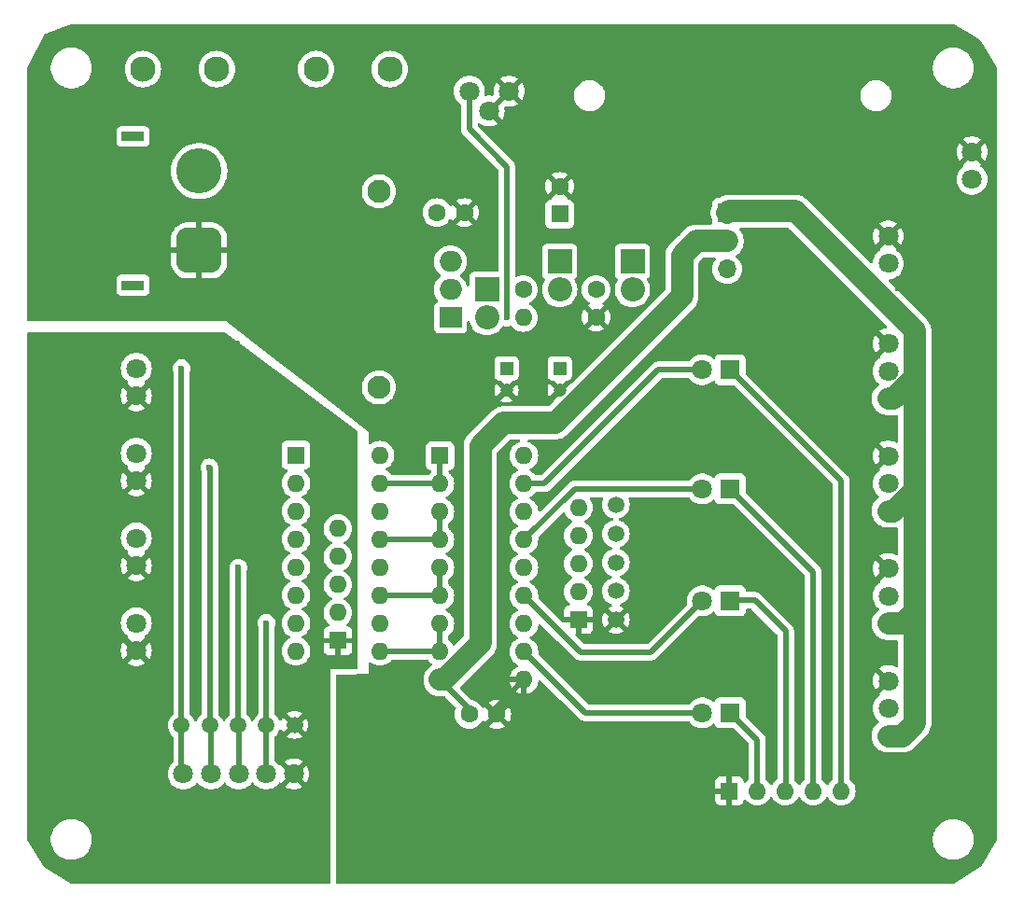
<source format=gbr>
%TF.GenerationSoftware,KiCad,Pcbnew,8.0.3*%
%TF.CreationDate,2024-11-10T15:02:54+09:00*%
%TF.ProjectId,PWM_isolation,50574d5f-6973-46f6-9c61-74696f6e2e6b,rev?*%
%TF.SameCoordinates,Original*%
%TF.FileFunction,Copper,L2,Bot*%
%TF.FilePolarity,Positive*%
%FSLAX46Y46*%
G04 Gerber Fmt 4.6, Leading zero omitted, Abs format (unit mm)*
G04 Created by KiCad (PCBNEW 8.0.3) date 2024-11-10 15:02:54*
%MOMM*%
%LPD*%
G01*
G04 APERTURE LIST*
G04 Aperture macros list*
%AMRoundRect*
0 Rectangle with rounded corners*
0 $1 Rounding radius*
0 $2 $3 $4 $5 $6 $7 $8 $9 X,Y pos of 4 corners*
0 Add a 4 corners polygon primitive as box body*
4,1,4,$2,$3,$4,$5,$6,$7,$8,$9,$2,$3,0*
0 Add four circle primitives for the rounded corners*
1,1,$1+$1,$2,$3*
1,1,$1+$1,$4,$5*
1,1,$1+$1,$6,$7*
1,1,$1+$1,$8,$9*
0 Add four rect primitives between the rounded corners*
20,1,$1+$1,$2,$3,$4,$5,0*
20,1,$1+$1,$4,$5,$6,$7,0*
20,1,$1+$1,$6,$7,$8,$9,0*
20,1,$1+$1,$8,$9,$2,$3,0*%
G04 Aperture macros list end*
%TA.AperFunction,ComponentPad*%
%ADD10C,1.500000*%
%TD*%
%TA.AperFunction,ComponentPad*%
%ADD11R,1.600000X1.600000*%
%TD*%
%TA.AperFunction,ComponentPad*%
%ADD12O,1.600000X1.600000*%
%TD*%
%TA.AperFunction,ComponentPad*%
%ADD13C,1.600000*%
%TD*%
%TA.AperFunction,ComponentPad*%
%ADD14C,1.800000*%
%TD*%
%TA.AperFunction,ComponentPad*%
%ADD15R,2.200000X2.200000*%
%TD*%
%TA.AperFunction,ComponentPad*%
%ADD16O,2.200000X2.200000*%
%TD*%
%TA.AperFunction,ComponentPad*%
%ADD17R,1.700000X1.700000*%
%TD*%
%TA.AperFunction,ComponentPad*%
%ADD18O,1.700000X1.700000*%
%TD*%
%TA.AperFunction,WasherPad*%
%ADD19C,2.100000*%
%TD*%
%TA.AperFunction,ComponentPad*%
%ADD20R,2.000000X0.900000*%
%TD*%
%TA.AperFunction,ComponentPad*%
%ADD21RoundRect,1.025000X1.025000X-1.025000X1.025000X1.025000X-1.025000X1.025000X-1.025000X-1.025000X0*%
%TD*%
%TA.AperFunction,ComponentPad*%
%ADD22C,4.100000*%
%TD*%
%TA.AperFunction,ComponentPad*%
%ADD23C,2.300000*%
%TD*%
%TA.AperFunction,ComponentPad*%
%ADD24R,1.200000X1.200000*%
%TD*%
%TA.AperFunction,ComponentPad*%
%ADD25C,1.200000*%
%TD*%
%TA.AperFunction,ComponentPad*%
%ADD26R,1.800000X1.800000*%
%TD*%
%TA.AperFunction,ComponentPad*%
%ADD27R,2.000000X1.905000*%
%TD*%
%TA.AperFunction,ComponentPad*%
%ADD28O,2.000000X1.905000*%
%TD*%
%TA.AperFunction,ViaPad*%
%ADD29C,0.600000*%
%TD*%
%TA.AperFunction,Conductor*%
%ADD30C,0.500000*%
%TD*%
%TA.AperFunction,Conductor*%
%ADD31C,2.000000*%
%TD*%
G04 APERTURE END LIST*
D10*
%TO.P,TP8,1,1*%
%TO.N,PWM3*%
X120150000Y-114647000D03*
%TD*%
D11*
%TO.P,U1,1,I1*%
%TO.N,ISO1*%
X138440000Y-90180000D03*
D12*
%TO.P,U1,2,I2*%
X138440000Y-92720000D03*
%TO.P,U1,3,I3*%
%TO.N,ISO2*%
X138440000Y-95260000D03*
%TO.P,U1,4,I4*%
X138440000Y-97800000D03*
%TO.P,U1,5,I5*%
%TO.N,ISO3*%
X138440000Y-100340000D03*
%TO.P,U1,6,I6*%
X138440000Y-102880000D03*
%TO.P,U1,7,I7*%
%TO.N,ISO4*%
X138440000Y-105420000D03*
%TO.P,U1,8,I8*%
X138440000Y-107960000D03*
%TO.P,U1,9,VCC*%
%TO.N,VSET*%
X138440000Y-110500000D03*
%TO.P,U1,10,GND*%
%TO.N,GND2*%
X146060000Y-110500000D03*
%TO.P,U1,11,O8*%
%TO.N,LED4*%
X146060000Y-107960000D03*
%TO.P,U1,12,O7*%
%TO.N,Net-(J9-Pin_2)*%
X146060000Y-105420000D03*
%TO.P,U1,13,O6*%
%TO.N,LED3*%
X146060000Y-102880000D03*
%TO.P,U1,14,O5*%
%TO.N,Net-(J8-Pin_2)*%
X146060000Y-100340000D03*
%TO.P,U1,15,O4*%
%TO.N,LED2*%
X146060000Y-97800000D03*
%TO.P,U1,16,O3*%
%TO.N,Net-(J7-Pin_2)*%
X146060000Y-95260000D03*
%TO.P,U1,17,O2*%
%TO.N,LED1*%
X146060000Y-92720000D03*
%TO.P,U1,18,O1*%
%TO.N,Net-(J6-Pin_2)*%
X146060000Y-90180000D03*
%TD*%
D11*
%TO.P,RN1,1,common*%
%TO.N,GND2*%
X151000000Y-105040000D03*
D12*
%TO.P,RN1,2,R1*%
%TO.N,Net-(J9-Pin_2)*%
X151000000Y-102500000D03*
%TO.P,RN1,3,R2*%
%TO.N,Net-(J8-Pin_2)*%
X151000000Y-99960000D03*
%TO.P,RN1,4,R3*%
%TO.N,Net-(J7-Pin_2)*%
X151000000Y-97420000D03*
%TO.P,RN1,5,R4*%
%TO.N,Net-(J6-Pin_2)*%
X151000000Y-94880000D03*
%TD*%
D13*
%TO.P,C3,1*%
%TO.N,VCC*%
X138166000Y-68115000D03*
%TO.P,C3,2*%
%TO.N,GND2*%
X140666000Y-68115000D03*
%TD*%
D14*
%TO.P,J4,1,Pin_1*%
%TO.N,PWM4*%
X110900000Y-105350000D03*
%TO.P,J4,2,Pin_2*%
%TO.N,GND1*%
X110900000Y-107850000D03*
%TD*%
D10*
%TO.P,TP1,1,1*%
%TO.N,Net-(J6-Pin_2)*%
X154402000Y-94610000D03*
%TD*%
D15*
%TO.P,D6,1,K*%
%TO.N,/\u53EF\u5909\u4E09\u7AEF\u5B50\u30EC\u30AE\u30E5\u30EC\u30FC\u30BF/VARIABLE*%
X142700000Y-75100000D03*
D16*
%TO.P,D6,2,A*%
%TO.N,Net-(D6-A)*%
X142700000Y-77640000D03*
%TD*%
D15*
%TO.P,D5,1,K*%
%TO.N,VCC*%
X149302000Y-72560000D03*
D16*
%TO.P,D5,2,A*%
%TO.N,/\u53EF\u5909\u4E09\u7AEF\u5B50\u30EC\u30AE\u30E5\u30EC\u30FC\u30BF/VARIABLE*%
X149302000Y-75100000D03*
%TD*%
D17*
%TO.P,J11,1,Pin_1*%
%TO.N,VCC*%
X164500000Y-68160000D03*
D18*
%TO.P,J11,2,Pin_2*%
%TO.N,VSET*%
X164500000Y-70700000D03*
%TO.P,J11,3,Pin_3*%
%TO.N,VAR*%
X164500000Y-73240000D03*
%TD*%
D14*
%TO.P,J1,1,Pin_1*%
%TO.N,PWM1*%
X110900000Y-82250000D03*
%TO.P,J1,2,Pin_2*%
%TO.N,GND1*%
X110900000Y-84750000D03*
%TD*%
%TO.P,J3,1,Pin_1*%
%TO.N,PWM3*%
X110900000Y-97650000D03*
%TO.P,J3,2,Pin_2*%
%TO.N,GND1*%
X110900000Y-100150000D03*
%TD*%
D10*
%TO.P,TP4,1,1*%
%TO.N,PWM1*%
X115000000Y-114647000D03*
%TD*%
D19*
%TO.P,REF\u002A\u002A,*%
%TO.N,*%
X132907000Y-83980000D03*
X132907000Y-66180000D03*
%TD*%
D14*
%TO.P,J9,1,Pin_1*%
%TO.N,VCC*%
X179100000Y-115600000D03*
%TO.P,J9,2,Pin_2*%
%TO.N,Net-(J9-Pin_2)*%
X179100000Y-113100000D03*
%TO.P,J9,3,Pin_3*%
%TO.N,GND2*%
X179100000Y-110600000D03*
%TD*%
D10*
%TO.P,TP7,1,1*%
%TO.N,PWM2*%
X117573000Y-114647000D03*
%TD*%
D20*
%TO.P,J10,*%
%TO.N,*%
X110600000Y-74700000D03*
X110600000Y-61200000D03*
D21*
%TO.P,J10,1,Pin_1*%
%TO.N,GND2*%
X116600000Y-71550000D03*
D22*
%TO.P,J10,2,Pin_2*%
%TO.N,Net-(J10-Pin_1)*%
X116600000Y-64350000D03*
%TD*%
D14*
%TO.P,J8,1,Pin_1*%
%TO.N,VCC*%
X179100000Y-105400000D03*
%TO.P,J8,2,Pin_2*%
%TO.N,Net-(J8-Pin_2)*%
X179100000Y-102900000D03*
%TO.P,J8,3,Pin_3*%
%TO.N,GND2*%
X179100000Y-100400000D03*
%TD*%
D10*
%TO.P,TP6,1,1*%
%TO.N,GND2*%
X154402000Y-105060000D03*
%TD*%
D14*
%TO.P,J12,1,Pin_1*%
%TO.N,VSET*%
X179100000Y-72750000D03*
%TO.P,J12,2,Pin_2*%
%TO.N,GND2*%
X179100000Y-70250000D03*
%TD*%
D23*
%TO.P,F1,1*%
%TO.N,VCC*%
X133900000Y-55100000D03*
X127200000Y-55100000D03*
%TO.P,F1,2*%
%TO.N,Net-(J10-Pin_1)*%
X118200000Y-55100000D03*
X111500000Y-55100000D03*
%TD*%
D10*
%TO.P,TP2,1,1*%
%TO.N,Net-(J7-Pin_2)*%
X154402000Y-97260000D03*
%TD*%
D14*
%TO.P,J7,1,Pin_1*%
%TO.N,VCC*%
X179100000Y-95200000D03*
%TO.P,J7,2,Pin_2*%
%TO.N,Net-(J7-Pin_2)*%
X179100000Y-92700000D03*
%TO.P,J7,3,Pin_3*%
%TO.N,GND2*%
X179100000Y-90200000D03*
%TD*%
D10*
%TO.P,TP9,1,1*%
%TO.N,PWM4*%
X122700000Y-114634000D03*
%TD*%
D24*
%TO.P,C4,1*%
%TO.N,Net-(D6-A)*%
X144476000Y-82255401D03*
D25*
%TO.P,C4,2*%
%TO.N,GND2*%
X144476000Y-84255401D03*
%TD*%
D26*
%TO.P,D2,1,K*%
%TO.N,Net-(D2-K)*%
X164775000Y-93180000D03*
D14*
%TO.P,D2,2,A*%
%TO.N,LED2*%
X162235000Y-93180000D03*
%TD*%
D24*
%TO.P,C6,1*%
%TO.N,/\u53EF\u5909\u4E09\u7AEF\u5B50\u30EC\u30AE\u30E5\u30EC\u30FC\u30BF/VARIABLE*%
X149302000Y-82244000D03*
D25*
%TO.P,C6,2*%
%TO.N,GND2*%
X149302000Y-84244000D03*
%TD*%
D14*
%TO.P,J5,1,Pin_1*%
%TO.N,PWM1*%
X115173000Y-119047000D03*
%TO.P,J5,2,Pin_2*%
%TO.N,PWM2*%
X117673000Y-119047000D03*
%TO.P,J5,3,Pin_3*%
%TO.N,PWM3*%
X120173000Y-119047000D03*
%TO.P,J5,4,Pin_4*%
%TO.N,PWM4*%
X122673000Y-119047000D03*
%TO.P,J5,5,Pin_5*%
%TO.N,GND1*%
X125173000Y-119047000D03*
%TD*%
%TO.P,J6,1,Pin_1*%
%TO.N,VCC*%
X179100000Y-85000000D03*
%TO.P,J6,2,Pin_2*%
%TO.N,Net-(J6-Pin_2)*%
X179100000Y-82500000D03*
%TO.P,J6,3,Pin_3*%
%TO.N,GND2*%
X179100000Y-80000000D03*
%TD*%
D26*
%TO.P,D4,1,K*%
%TO.N,Net-(D4-K)*%
X164775000Y-113500000D03*
D14*
%TO.P,D4,2,A*%
%TO.N,LED4*%
X162235000Y-113500000D03*
%TD*%
D10*
%TO.P,TP3,1,1*%
%TO.N,Net-(J8-Pin_2)*%
X154402000Y-99860000D03*
%TD*%
D11*
%TO.P,U2,1*%
%TO.N,PWM1*%
X125380000Y-90125000D03*
D12*
%TO.P,U2,2*%
%TO.N,Net-(RN2-R4)*%
X125380000Y-92665000D03*
%TO.P,U2,3*%
%TO.N,PWM2*%
X125380000Y-95205000D03*
%TO.P,U2,4*%
%TO.N,Net-(RN2-R3)*%
X125380000Y-97745000D03*
%TO.P,U2,5*%
%TO.N,PWM3*%
X125380000Y-100285000D03*
%TO.P,U2,6*%
%TO.N,Net-(RN2-R2)*%
X125380000Y-102825000D03*
%TO.P,U2,7*%
%TO.N,PWM4*%
X125380000Y-105365000D03*
%TO.P,U2,8*%
%TO.N,Net-(RN2-R1)*%
X125380000Y-107905000D03*
%TO.P,U2,9*%
%TO.N,ISO4*%
X133000000Y-107905000D03*
%TO.P,U2,10*%
%TO.N,VCC*%
X133000000Y-105365000D03*
%TO.P,U2,11*%
%TO.N,ISO3*%
X133000000Y-102825000D03*
%TO.P,U2,12*%
%TO.N,VCC*%
X133000000Y-100285000D03*
%TO.P,U2,13*%
%TO.N,ISO2*%
X133000000Y-97745000D03*
%TO.P,U2,14*%
%TO.N,VCC*%
X133000000Y-95205000D03*
%TO.P,U2,15*%
%TO.N,ISO1*%
X133000000Y-92665000D03*
%TO.P,U2,16*%
%TO.N,VCC*%
X133000000Y-90125000D03*
%TD*%
D26*
%TO.P,D3,1,K*%
%TO.N,Net-(D3-K)*%
X164775000Y-103340000D03*
D14*
%TO.P,D3,2,A*%
%TO.N,LED3*%
X162235000Y-103340000D03*
%TD*%
D11*
%TO.P,RN3,1,common*%
%TO.N,GND2*%
X164680000Y-120600000D03*
D12*
%TO.P,RN3,2,R1*%
%TO.N,Net-(D4-K)*%
X167220000Y-120600000D03*
%TO.P,RN3,3,R2*%
%TO.N,Net-(D3-K)*%
X169760000Y-120600000D03*
%TO.P,RN3,4,R3*%
%TO.N,Net-(D2-K)*%
X172300000Y-120600000D03*
%TO.P,RN3,5,R4*%
%TO.N,Net-(D1-K)*%
X174840000Y-120600000D03*
%TD*%
D27*
%TO.P,U3,1,ADJ/GND*%
%TO.N,Net-(D6-A)*%
X139396000Y-77640000D03*
D28*
%TO.P,U3,2,OUT*%
%TO.N,/\u53EF\u5909\u4E09\u7AEF\u5B50\u30EC\u30AE\u30E5\u30EC\u30FC\u30BF/VARIABLE*%
X139396000Y-75100000D03*
%TO.P,U3,3,IN*%
%TO.N,VCC*%
X139396000Y-72560000D03*
%TD*%
D14*
%TO.P,MES1,1,-*%
%TO.N,VSET*%
X186700000Y-65100000D03*
%TO.P,MES1,2,+*%
%TO.N,GND2*%
X186700000Y-62600000D03*
%TD*%
D13*
%TO.P,R1,1*%
%TO.N,/\u53EF\u5909\u4E09\u7AEF\u5B50\u30EC\u30AE\u30E5\u30EC\u30FC\u30BF/VARIABLE*%
X146000000Y-75100000D03*
D12*
%TO.P,R1,2*%
%TO.N,Net-(D6-A)*%
X146000000Y-77640000D03*
%TD*%
D14*
%TO.P,J2,1,Pin_1*%
%TO.N,PWM2*%
X110900000Y-89950000D03*
%TO.P,J2,2,Pin_2*%
%TO.N,GND1*%
X110900000Y-92450000D03*
%TD*%
D10*
%TO.P,GND1,1,1*%
%TO.N,GND1*%
X125250000Y-114600000D03*
%TD*%
D15*
%TO.P,D7,1,K*%
%TO.N,VAR*%
X155900000Y-72560000D03*
D16*
%TO.P,D7,2,A*%
%TO.N,/\u53EF\u5909\u4E09\u7AEF\u5B50\u30EC\u30AE\u30E5\u30EC\u30FC\u30BF/VARIABLE*%
X155900000Y-75100000D03*
%TD*%
D13*
%TO.P,C1,1*%
%TO.N,VSET*%
X141090000Y-113630000D03*
%TO.P,C1,2*%
%TO.N,GND2*%
X143590000Y-113630000D03*
%TD*%
D11*
%TO.P,C2,1*%
%TO.N,VCC*%
X149302000Y-68242000D03*
D13*
%TO.P,C2,2*%
%TO.N,GND2*%
X149302000Y-65742000D03*
%TD*%
D10*
%TO.P,TP5,1,1*%
%TO.N,Net-(J9-Pin_2)*%
X154402000Y-102460000D03*
%TD*%
D14*
%TO.P,RV1,1,1*%
%TO.N,Net-(D6-A)*%
X141107898Y-57100000D03*
%TO.P,RV1,2,2*%
%TO.N,GND2*%
X142903949Y-58896051D03*
%TO.P,RV1,3,3*%
X144700000Y-57100000D03*
%TD*%
D13*
%TO.P,C5,1*%
%TO.N,/\u53EF\u5909\u4E09\u7AEF\u5B50\u30EC\u30AE\u30E5\u30EC\u30FC\u30BF/VARIABLE*%
X152604000Y-75100000D03*
%TO.P,C5,2*%
%TO.N,GND2*%
X152604000Y-77600000D03*
%TD*%
D26*
%TO.P,D1,1,K*%
%TO.N,Net-(D1-K)*%
X164775000Y-82385000D03*
D14*
%TO.P,D1,2,A*%
%TO.N,LED1*%
X162235000Y-82385000D03*
%TD*%
D11*
%TO.P,RN2,1,common*%
%TO.N,GND1*%
X129180000Y-106955000D03*
D12*
%TO.P,RN2,2,R1*%
%TO.N,Net-(RN2-R1)*%
X129180000Y-104415000D03*
%TO.P,RN2,3,R2*%
%TO.N,Net-(RN2-R2)*%
X129180000Y-101875000D03*
%TO.P,RN2,4,R3*%
%TO.N,Net-(RN2-R3)*%
X129180000Y-99335000D03*
%TO.P,RN2,5,R4*%
%TO.N,Net-(RN2-R4)*%
X129180000Y-96795000D03*
%TD*%
D29*
%TO.N,GND2*%
X185000000Y-110000000D03*
X110000000Y-70000000D03*
X165000000Y-90000000D03*
X135000000Y-70000000D03*
X130000000Y-60000000D03*
X185000000Y-115000000D03*
X145000000Y-60000000D03*
X185000000Y-95000000D03*
X130000000Y-125000000D03*
X140000000Y-120000000D03*
X145000000Y-55000000D03*
X125000000Y-70000000D03*
X155000000Y-70000000D03*
X170000000Y-55000000D03*
X140000000Y-55000000D03*
X170000000Y-95000000D03*
X150000000Y-120000000D03*
X170000000Y-80000000D03*
X125000000Y-65000000D03*
X130000000Y-75000000D03*
X130000000Y-115000000D03*
X135000000Y-120000000D03*
X170000000Y-85000000D03*
X180000000Y-120000000D03*
X185000000Y-105000000D03*
X185000000Y-80000000D03*
X160000000Y-60000000D03*
X125000000Y-55000000D03*
X120000000Y-65000000D03*
X185000000Y-90000000D03*
X105000000Y-65000000D03*
X130000000Y-85000000D03*
X145000000Y-125000000D03*
X180000000Y-55000000D03*
X170000000Y-125000000D03*
X180000000Y-125000000D03*
X180000000Y-60000000D03*
X185000000Y-120000000D03*
X175000000Y-60000000D03*
X160000000Y-90000000D03*
X110000000Y-65000000D03*
X170000000Y-65000000D03*
X160000000Y-115000000D03*
X140000000Y-125000000D03*
X155000000Y-125000000D03*
X135000000Y-125000000D03*
X165000000Y-85000000D03*
X155000000Y-110000000D03*
X140000000Y-80000000D03*
X165000000Y-125000000D03*
X130000000Y-65000000D03*
X160000000Y-85000000D03*
X155000000Y-55000000D03*
X155000000Y-120000000D03*
X155000000Y-115000000D03*
X165000000Y-55000000D03*
X155000000Y-60000000D03*
X170000000Y-75000000D03*
X125000000Y-75000000D03*
X175000000Y-85000000D03*
X150000000Y-60000000D03*
X140000000Y-85000000D03*
X185000000Y-75000000D03*
X115000000Y-75000000D03*
X125000000Y-60000000D03*
X160000000Y-120000000D03*
X160000000Y-70000000D03*
X125000000Y-80000000D03*
X160000000Y-80000000D03*
X130000000Y-70000000D03*
X140000000Y-60000000D03*
X135000000Y-115000000D03*
X185000000Y-100000000D03*
X150000000Y-115000000D03*
X160000000Y-110000000D03*
X130000000Y-120000000D03*
X105000000Y-70000000D03*
X130000000Y-80000000D03*
X150000000Y-125000000D03*
X170000000Y-90000000D03*
X175000000Y-55000000D03*
X170000000Y-60000000D03*
X180000000Y-75000000D03*
X155000000Y-65000000D03*
X150000000Y-110000000D03*
X145000000Y-115000000D03*
X165000000Y-60000000D03*
X160000000Y-55000000D03*
X160000000Y-125000000D03*
X120000000Y-75000000D03*
X165000000Y-65000000D03*
X160000000Y-65000000D03*
X185000000Y-60000000D03*
X145000000Y-120000000D03*
X165000000Y-75000000D03*
X140000000Y-115000000D03*
X165000000Y-80000000D03*
X105000000Y-60000000D03*
X175000000Y-80000000D03*
X120000000Y-60000000D03*
X105000000Y-75000000D03*
X185000000Y-85000000D03*
X135000000Y-110000000D03*
X150000000Y-55000000D03*
X120000000Y-70000000D03*
X175000000Y-75000000D03*
%TO.N,Net-(D6-A)*%
X144500000Y-77640000D03*
%TO.N,GND1*%
X110000000Y-115000000D03*
X125000000Y-85000000D03*
X105000000Y-90000000D03*
X125000000Y-125000000D03*
X115000000Y-80000000D03*
X110000000Y-110000000D03*
X120000000Y-80000000D03*
X120000000Y-95000000D03*
X130000000Y-90000000D03*
X105000000Y-95000000D03*
X105000000Y-85000000D03*
X120000000Y-125000000D03*
X110000000Y-125000000D03*
X105000000Y-115000000D03*
X105000000Y-100000000D03*
X105000000Y-110000000D03*
X105000000Y-80000000D03*
X110000000Y-120000000D03*
X110000000Y-80000000D03*
X110000000Y-95000000D03*
X105000000Y-105000000D03*
X130000000Y-95000000D03*
X105000000Y-120000000D03*
X115000000Y-125000000D03*
X125000000Y-110000000D03*
%TO.N,PWM1*%
X115000000Y-82250000D03*
%TO.N,PWM2*%
X117535000Y-91235000D03*
%TO.N,PWM3*%
X120150000Y-100330000D03*
%TO.N,PWM4*%
X122700000Y-105350000D03*
%TD*%
D30*
%TO.N,GND2*%
X143590000Y-112970000D02*
X146060000Y-110500000D01*
X143590000Y-113630000D02*
X143590000Y-112970000D01*
D31*
%TO.N,VCC*%
X164660000Y-68000000D02*
X170689339Y-68000000D01*
X164500000Y-68160000D02*
X164660000Y-68000000D01*
X180372792Y-115600000D02*
X179100000Y-115600000D01*
X179569849Y-95200000D02*
X179100000Y-95200000D01*
X181500000Y-114472792D02*
X180372792Y-115600000D01*
X181500000Y-83100000D02*
X181500000Y-93269849D01*
X181500000Y-104272792D02*
X181500000Y-114472792D01*
X181500000Y-93269849D02*
X181500000Y-104272792D01*
X170689339Y-68000000D02*
X171760000Y-69070661D01*
X179600000Y-85000000D02*
X179100000Y-85000000D01*
X181500000Y-78810661D02*
X181500000Y-83100000D01*
X171760000Y-69070661D02*
X181500000Y-78810661D01*
X181500000Y-83100000D02*
X179600000Y-85000000D01*
X180372792Y-105400000D02*
X179100000Y-105400000D01*
X181500000Y-104272792D02*
X180372792Y-105400000D01*
X181500000Y-93269849D02*
X179569849Y-95200000D01*
D30*
%TO.N,Net-(D6-A)*%
X141107898Y-60558543D02*
X144500000Y-63950645D01*
X141107898Y-57100000D02*
X141107898Y-60558543D01*
X144500000Y-63950645D02*
X144500000Y-77640000D01*
D31*
%TO.N,VSET*%
X148900000Y-87200000D02*
X144200000Y-87200000D01*
X144200000Y-87200000D02*
X142100000Y-89300000D01*
X164500000Y-70700000D02*
X161700000Y-70700000D01*
D30*
X141090000Y-113630000D02*
X141090000Y-113150000D01*
D31*
X160400000Y-75700000D02*
X148900000Y-87200000D01*
X138800000Y-110500000D02*
X138440000Y-110500000D01*
X161700000Y-70700000D02*
X160400000Y-72000000D01*
D30*
X141090000Y-113150000D02*
X138440000Y-110500000D01*
D31*
X160400000Y-72000000D02*
X160400000Y-75700000D01*
X142100000Y-89300000D02*
X142100000Y-107200000D01*
X142100000Y-107200000D02*
X138800000Y-110500000D01*
D30*
%TO.N,LED1*%
X158265000Y-82385000D02*
X162235000Y-82385000D01*
X146060000Y-92720000D02*
X147930000Y-92720000D01*
X147930000Y-92720000D02*
X158265000Y-82385000D01*
%TO.N,Net-(D1-K)*%
X174840000Y-92450000D02*
X164775000Y-82385000D01*
X174840000Y-120600000D02*
X174840000Y-92450000D01*
%TO.N,Net-(D2-K)*%
X172300000Y-120600000D02*
X172300000Y-100705000D01*
X172300000Y-100705000D02*
X164775000Y-93180000D01*
%TO.N,LED2*%
X150680000Y-93180000D02*
X162235000Y-93180000D01*
X146060000Y-97800000D02*
X150680000Y-93180000D01*
%TO.N,Net-(D3-K)*%
X167000000Y-103300000D02*
X164815000Y-103300000D01*
X169800000Y-120560000D02*
X169800000Y-106100000D01*
X164815000Y-103300000D02*
X164775000Y-103340000D01*
X169800000Y-106100000D02*
X167000000Y-103300000D01*
X169760000Y-120600000D02*
X169800000Y-120560000D01*
%TO.N,LED3*%
X157575000Y-108000000D02*
X162235000Y-103340000D01*
X146060000Y-102880000D02*
X151180000Y-108000000D01*
X151180000Y-108000000D02*
X157575000Y-108000000D01*
%TO.N,LED4*%
X151600000Y-113500000D02*
X162235000Y-113500000D01*
X146060000Y-107960000D02*
X151600000Y-113500000D01*
%TO.N,Net-(D4-K)*%
X167220000Y-115945000D02*
X164775000Y-113500000D01*
X167220000Y-120600000D02*
X167220000Y-115945000D01*
%TO.N,PWM1*%
X115000000Y-114647000D02*
X115000000Y-118874000D01*
X115000000Y-114647000D02*
X115000000Y-82250000D01*
X115000000Y-118874000D02*
X115173000Y-119047000D01*
%TO.N,PWM2*%
X117573000Y-91273000D02*
X117535000Y-91235000D01*
X117573000Y-114647000D02*
X117573000Y-91273000D01*
X117673000Y-114747000D02*
X117573000Y-114647000D01*
X117673000Y-119047000D02*
X117673000Y-114747000D01*
%TO.N,PWM3*%
X120173000Y-119047000D02*
X120173000Y-114670000D01*
X120150000Y-114647000D02*
X120150000Y-100330000D01*
X120173000Y-114670000D02*
X120150000Y-114647000D01*
%TO.N,PWM4*%
X122700000Y-114634000D02*
X122700000Y-119020000D01*
X122700000Y-119020000D02*
X122673000Y-119047000D01*
X122700000Y-114634000D02*
X122700000Y-105350000D01*
%TO.N,ISO2*%
X138385000Y-97745000D02*
X138440000Y-97800000D01*
X133000000Y-97745000D02*
X138385000Y-97745000D01*
X138440000Y-95260000D02*
X138440000Y-97800000D01*
%TO.N,ISO3*%
X138385000Y-102825000D02*
X138440000Y-102880000D01*
X133000000Y-102825000D02*
X138385000Y-102825000D01*
X138440000Y-100340000D02*
X138440000Y-102880000D01*
%TO.N,ISO1*%
X138440000Y-90180000D02*
X138440000Y-92720000D01*
X133000000Y-92665000D02*
X138385000Y-92665000D01*
X138385000Y-92665000D02*
X138440000Y-92720000D01*
%TO.N,ISO4*%
X138440000Y-105420000D02*
X138440000Y-107960000D01*
X133000000Y-107905000D02*
X138385000Y-107905000D01*
X138385000Y-107905000D02*
X138440000Y-107960000D01*
%TD*%
%TA.AperFunction,Conductor*%
%TO.N,GND1*%
G36*
X119025706Y-79019685D02*
G01*
X119033062Y-79024796D01*
X124945564Y-83459173D01*
X130950400Y-87962800D01*
X130992221Y-88018771D01*
X131000000Y-88062000D01*
X131000000Y-109376000D01*
X130980315Y-109443039D01*
X130927511Y-109488794D01*
X130876000Y-109500000D01*
X128500000Y-109500000D01*
X128500000Y-128876000D01*
X128480315Y-128943039D01*
X128427511Y-128988794D01*
X128376000Y-129000000D01*
X105034345Y-129000000D01*
X104970548Y-128982329D01*
X102526582Y-127515949D01*
X102484050Y-127473417D01*
X101017671Y-125029451D01*
X101000000Y-124965654D01*
X101000000Y-124878711D01*
X103149500Y-124878711D01*
X103149500Y-125121288D01*
X103181161Y-125361785D01*
X103243947Y-125596104D01*
X103322343Y-125785368D01*
X103336776Y-125820212D01*
X103458064Y-126030289D01*
X103458066Y-126030292D01*
X103458067Y-126030293D01*
X103605733Y-126222736D01*
X103605739Y-126222743D01*
X103777256Y-126394260D01*
X103777262Y-126394265D01*
X103969711Y-126541936D01*
X104179788Y-126663224D01*
X104403900Y-126756054D01*
X104638211Y-126818838D01*
X104818586Y-126842584D01*
X104878711Y-126850500D01*
X104878712Y-126850500D01*
X105121289Y-126850500D01*
X105169388Y-126844167D01*
X105361789Y-126818838D01*
X105596100Y-126756054D01*
X105820212Y-126663224D01*
X106030289Y-126541936D01*
X106222738Y-126394265D01*
X106394265Y-126222738D01*
X106541936Y-126030289D01*
X106663224Y-125820212D01*
X106756054Y-125596100D01*
X106818838Y-125361789D01*
X106850500Y-125121288D01*
X106850500Y-124878712D01*
X106818838Y-124638211D01*
X106756054Y-124403900D01*
X106663224Y-124179788D01*
X106541936Y-123969711D01*
X106394265Y-123777262D01*
X106394260Y-123777256D01*
X106222743Y-123605739D01*
X106222736Y-123605733D01*
X106030293Y-123458067D01*
X106030292Y-123458066D01*
X106030289Y-123458064D01*
X105820212Y-123336776D01*
X105820205Y-123336773D01*
X105596104Y-123243947D01*
X105361785Y-123181161D01*
X105121289Y-123149500D01*
X105121288Y-123149500D01*
X104878712Y-123149500D01*
X104878711Y-123149500D01*
X104638214Y-123181161D01*
X104403895Y-123243947D01*
X104179794Y-123336773D01*
X104179785Y-123336777D01*
X103969706Y-123458067D01*
X103777263Y-123605733D01*
X103777256Y-123605739D01*
X103605739Y-123777256D01*
X103605733Y-123777263D01*
X103458067Y-123969706D01*
X103336777Y-124179785D01*
X103336773Y-124179794D01*
X103243947Y-124403895D01*
X103181161Y-124638214D01*
X103149500Y-124878711D01*
X101000000Y-124878711D01*
X101000000Y-114646997D01*
X113744723Y-114646997D01*
X113744723Y-114647002D01*
X113763793Y-114864975D01*
X113763793Y-114864979D01*
X113820422Y-115076322D01*
X113820424Y-115076326D01*
X113820425Y-115076330D01*
X113823117Y-115082102D01*
X113912897Y-115274638D01*
X113941844Y-115315978D01*
X114038402Y-115453877D01*
X114133823Y-115549298D01*
X114193123Y-115608598D01*
X114196622Y-115611048D01*
X114240248Y-115665625D01*
X114249500Y-115712624D01*
X114249500Y-117933976D01*
X114229815Y-118001015D01*
X114216731Y-118017958D01*
X114118363Y-118124814D01*
X114064021Y-118183847D01*
X114064019Y-118183848D01*
X114064016Y-118183853D01*
X113937075Y-118378151D01*
X113843842Y-118590699D01*
X113786866Y-118815691D01*
X113786864Y-118815702D01*
X113767700Y-119046993D01*
X113767700Y-119047006D01*
X113786864Y-119278297D01*
X113786866Y-119278308D01*
X113843842Y-119503300D01*
X113937075Y-119715848D01*
X114064016Y-119910147D01*
X114064019Y-119910151D01*
X114064021Y-119910153D01*
X114221216Y-120080913D01*
X114221219Y-120080915D01*
X114221222Y-120080918D01*
X114404365Y-120223464D01*
X114404371Y-120223468D01*
X114404374Y-120223470D01*
X114571860Y-120314109D01*
X114607652Y-120333479D01*
X114608497Y-120333936D01*
X114722487Y-120373068D01*
X114828015Y-120409297D01*
X114828017Y-120409297D01*
X114828019Y-120409298D01*
X115056951Y-120447500D01*
X115056952Y-120447500D01*
X115289048Y-120447500D01*
X115289049Y-120447500D01*
X115517981Y-120409298D01*
X115737503Y-120333936D01*
X115941626Y-120223470D01*
X115942170Y-120223047D01*
X116003129Y-120175600D01*
X116124784Y-120080913D01*
X116281979Y-119910153D01*
X116319191Y-119853196D01*
X116372337Y-119807839D01*
X116441569Y-119798415D01*
X116504904Y-119827917D01*
X116526809Y-119853196D01*
X116564016Y-119910147D01*
X116564019Y-119910151D01*
X116564021Y-119910153D01*
X116721216Y-120080913D01*
X116721219Y-120080915D01*
X116721222Y-120080918D01*
X116904365Y-120223464D01*
X116904371Y-120223468D01*
X116904374Y-120223470D01*
X117071860Y-120314109D01*
X117107652Y-120333479D01*
X117108497Y-120333936D01*
X117222487Y-120373068D01*
X117328015Y-120409297D01*
X117328017Y-120409297D01*
X117328019Y-120409298D01*
X117556951Y-120447500D01*
X117556952Y-120447500D01*
X117789048Y-120447500D01*
X117789049Y-120447500D01*
X118017981Y-120409298D01*
X118237503Y-120333936D01*
X118441626Y-120223470D01*
X118442170Y-120223047D01*
X118503129Y-120175600D01*
X118624784Y-120080913D01*
X118781979Y-119910153D01*
X118819191Y-119853196D01*
X118872337Y-119807839D01*
X118941569Y-119798415D01*
X119004904Y-119827917D01*
X119026809Y-119853196D01*
X119064016Y-119910147D01*
X119064019Y-119910151D01*
X119064021Y-119910153D01*
X119221216Y-120080913D01*
X119221219Y-120080915D01*
X119221222Y-120080918D01*
X119404365Y-120223464D01*
X119404371Y-120223468D01*
X119404374Y-120223470D01*
X119571860Y-120314109D01*
X119607652Y-120333479D01*
X119608497Y-120333936D01*
X119722487Y-120373068D01*
X119828015Y-120409297D01*
X119828017Y-120409297D01*
X119828019Y-120409298D01*
X120056951Y-120447500D01*
X120056952Y-120447500D01*
X120289048Y-120447500D01*
X120289049Y-120447500D01*
X120517981Y-120409298D01*
X120737503Y-120333936D01*
X120941626Y-120223470D01*
X120942170Y-120223047D01*
X121003129Y-120175600D01*
X121124784Y-120080913D01*
X121281979Y-119910153D01*
X121319191Y-119853196D01*
X121372337Y-119807839D01*
X121441569Y-119798415D01*
X121504904Y-119827917D01*
X121526809Y-119853196D01*
X121564016Y-119910147D01*
X121564019Y-119910151D01*
X121564021Y-119910153D01*
X121721216Y-120080913D01*
X121721219Y-120080915D01*
X121721222Y-120080918D01*
X121904365Y-120223464D01*
X121904371Y-120223468D01*
X121904374Y-120223470D01*
X122071860Y-120314109D01*
X122107652Y-120333479D01*
X122108497Y-120333936D01*
X122222487Y-120373068D01*
X122328015Y-120409297D01*
X122328017Y-120409297D01*
X122328019Y-120409298D01*
X122556951Y-120447500D01*
X122556952Y-120447500D01*
X122789048Y-120447500D01*
X122789049Y-120447500D01*
X123017981Y-120409298D01*
X123237503Y-120333936D01*
X123441626Y-120223470D01*
X123442170Y-120223047D01*
X123503129Y-120175600D01*
X123624784Y-120080913D01*
X123781979Y-119910153D01*
X123819491Y-119852736D01*
X123872634Y-119807382D01*
X123941865Y-119797957D01*
X124005201Y-119827458D01*
X124019914Y-119844436D01*
X124021812Y-119844633D01*
X124690037Y-119176408D01*
X124707075Y-119239993D01*
X124772901Y-119354007D01*
X124865993Y-119447099D01*
X124980007Y-119512925D01*
X125043590Y-119529962D01*
X124374201Y-120199351D01*
X124404649Y-120223050D01*
X124608697Y-120333476D01*
X124608706Y-120333479D01*
X124828139Y-120408811D01*
X125056993Y-120447000D01*
X125289007Y-120447000D01*
X125517860Y-120408811D01*
X125737293Y-120333479D01*
X125737301Y-120333476D01*
X125941355Y-120223047D01*
X125971797Y-120199351D01*
X125971798Y-120199350D01*
X125302410Y-119529962D01*
X125365993Y-119512925D01*
X125480007Y-119447099D01*
X125573099Y-119354007D01*
X125638925Y-119239993D01*
X125655962Y-119176409D01*
X126324186Y-119844633D01*
X126408482Y-119715611D01*
X126501682Y-119503135D01*
X126558638Y-119278218D01*
X126577798Y-119047005D01*
X126577798Y-119046994D01*
X126558638Y-118815781D01*
X126501682Y-118590864D01*
X126408484Y-118378393D01*
X126324186Y-118249365D01*
X125655962Y-118917589D01*
X125638925Y-118854007D01*
X125573099Y-118739993D01*
X125480007Y-118646901D01*
X125365993Y-118581075D01*
X125302409Y-118564037D01*
X125971797Y-117894647D01*
X125971797Y-117894645D01*
X125941360Y-117870955D01*
X125941354Y-117870951D01*
X125737302Y-117760523D01*
X125737293Y-117760520D01*
X125517860Y-117685188D01*
X125289007Y-117647000D01*
X125056993Y-117647000D01*
X124828139Y-117685188D01*
X124608706Y-117760520D01*
X124608697Y-117760523D01*
X124404650Y-117870949D01*
X124374200Y-117894647D01*
X125043591Y-118564037D01*
X124980007Y-118581075D01*
X124865993Y-118646901D01*
X124772901Y-118739993D01*
X124707075Y-118854007D01*
X124690037Y-118917591D01*
X124021811Y-118249365D01*
X124017029Y-118249861D01*
X123973959Y-118286618D01*
X123904728Y-118296041D01*
X123841392Y-118266538D01*
X123819489Y-118241260D01*
X123781983Y-118183852D01*
X123781980Y-118183849D01*
X123781979Y-118183847D01*
X123624784Y-118013087D01*
X123498337Y-117914669D01*
X123457524Y-117857959D01*
X123450500Y-117816816D01*
X123450500Y-115699624D01*
X123467090Y-115643124D01*
X124560427Y-115643124D01*
X124622612Y-115686666D01*
X124820840Y-115779101D01*
X124820849Y-115779105D01*
X125032105Y-115835710D01*
X125032115Y-115835712D01*
X125249999Y-115854775D01*
X125250001Y-115854775D01*
X125467884Y-115835712D01*
X125467894Y-115835710D01*
X125679150Y-115779105D01*
X125679164Y-115779100D01*
X125877383Y-115686669D01*
X125877385Y-115686668D01*
X125939571Y-115643124D01*
X125250001Y-114953553D01*
X125250000Y-114953553D01*
X124560427Y-115643124D01*
X123467090Y-115643124D01*
X123470185Y-115632585D01*
X123503378Y-115598048D01*
X123503432Y-115598009D01*
X123506877Y-115595598D01*
X123661598Y-115440877D01*
X123787102Y-115261639D01*
X123870822Y-115082100D01*
X123916993Y-115029662D01*
X123984186Y-115010510D01*
X124051068Y-115030725D01*
X124095585Y-115082101D01*
X124163333Y-115227387D01*
X124206874Y-115289571D01*
X124896446Y-114600000D01*
X124850368Y-114553922D01*
X124900000Y-114553922D01*
X124900000Y-114646078D01*
X124923852Y-114735095D01*
X124969930Y-114814905D01*
X125035095Y-114880070D01*
X125114905Y-114926148D01*
X125203922Y-114950000D01*
X125296078Y-114950000D01*
X125385095Y-114926148D01*
X125464905Y-114880070D01*
X125530070Y-114814905D01*
X125576148Y-114735095D01*
X125600000Y-114646078D01*
X125600000Y-114599999D01*
X125603553Y-114599999D01*
X125603553Y-114600000D01*
X126293124Y-115289570D01*
X126336668Y-115227385D01*
X126336669Y-115227383D01*
X126429100Y-115029164D01*
X126429105Y-115029150D01*
X126485710Y-114817894D01*
X126485712Y-114817884D01*
X126504775Y-114600000D01*
X126504775Y-114599999D01*
X126485712Y-114382115D01*
X126485710Y-114382105D01*
X126429105Y-114170849D01*
X126429101Y-114170840D01*
X126336667Y-113972614D01*
X126336666Y-113972612D01*
X126293124Y-113910428D01*
X126293124Y-113910427D01*
X125603553Y-114599999D01*
X125600000Y-114599999D01*
X125600000Y-114553922D01*
X125576148Y-114464905D01*
X125530070Y-114385095D01*
X125464905Y-114319930D01*
X125385095Y-114273852D01*
X125296078Y-114250000D01*
X125203922Y-114250000D01*
X125114905Y-114273852D01*
X125035095Y-114319930D01*
X124969930Y-114385095D01*
X124923852Y-114464905D01*
X124900000Y-114553922D01*
X124850368Y-114553922D01*
X124206874Y-113910428D01*
X124163333Y-113972613D01*
X124079730Y-114151898D01*
X124033557Y-114204337D01*
X123966364Y-114223489D01*
X123899482Y-114203273D01*
X123854967Y-114151900D01*
X123787102Y-114006362D01*
X123787100Y-114006359D01*
X123787099Y-114006357D01*
X123661599Y-113827124D01*
X123661598Y-113827123D01*
X123506877Y-113672402D01*
X123503374Y-113669949D01*
X123459751Y-113615372D01*
X123450500Y-113568376D01*
X123450500Y-113556874D01*
X124560428Y-113556874D01*
X125250000Y-114246446D01*
X125250001Y-114246446D01*
X125939571Y-113556874D01*
X125877387Y-113513333D01*
X125679159Y-113420898D01*
X125679150Y-113420894D01*
X125467894Y-113364289D01*
X125467884Y-113364287D01*
X125250001Y-113345225D01*
X125249999Y-113345225D01*
X125032115Y-113364287D01*
X125032105Y-113364289D01*
X124820849Y-113420894D01*
X124820840Y-113420898D01*
X124622613Y-113513333D01*
X124560428Y-113556874D01*
X123450500Y-113556874D01*
X123450500Y-105649972D01*
X123457458Y-105609017D01*
X123485368Y-105529255D01*
X123498236Y-105415047D01*
X123505565Y-105350003D01*
X123505565Y-105349996D01*
X123485369Y-105170750D01*
X123485368Y-105170745D01*
X123425789Y-105000478D01*
X123329816Y-104847738D01*
X123202262Y-104720184D01*
X123189659Y-104712265D01*
X123049523Y-104624211D01*
X122879254Y-104564631D01*
X122879249Y-104564630D01*
X122700004Y-104544435D01*
X122699996Y-104544435D01*
X122520750Y-104564630D01*
X122520745Y-104564631D01*
X122350476Y-104624211D01*
X122197737Y-104720184D01*
X122070184Y-104847737D01*
X121974211Y-105000476D01*
X121914631Y-105170745D01*
X121914630Y-105170750D01*
X121894435Y-105349996D01*
X121894435Y-105350003D01*
X121914630Y-105529249D01*
X121914631Y-105529254D01*
X121942542Y-105609017D01*
X121949500Y-105649972D01*
X121949500Y-113568376D01*
X121929815Y-113635415D01*
X121896625Y-113669950D01*
X121893125Y-113672400D01*
X121738400Y-113827124D01*
X121612900Y-114006357D01*
X121612898Y-114006362D01*
X121534350Y-114174806D01*
X121488177Y-114227245D01*
X121420983Y-114246397D01*
X121354102Y-114226181D01*
X121309587Y-114174806D01*
X121237102Y-114019362D01*
X121237100Y-114019359D01*
X121237099Y-114019357D01*
X121111599Y-113840124D01*
X121098598Y-113827123D01*
X120956877Y-113685402D01*
X120953374Y-113682949D01*
X120909751Y-113628372D01*
X120900500Y-113581376D01*
X120900500Y-100629972D01*
X120907458Y-100589017D01*
X120925612Y-100537135D01*
X120935368Y-100509255D01*
X120935369Y-100509249D01*
X120955565Y-100330003D01*
X120955565Y-100329996D01*
X120935369Y-100150750D01*
X120935368Y-100150745D01*
X120912074Y-100084174D01*
X120875789Y-99980478D01*
X120779816Y-99827738D01*
X120652262Y-99700184D01*
X120572395Y-99650000D01*
X120499523Y-99604211D01*
X120329254Y-99544631D01*
X120329249Y-99544630D01*
X120150004Y-99524435D01*
X120149996Y-99524435D01*
X119970750Y-99544630D01*
X119970745Y-99544631D01*
X119800476Y-99604211D01*
X119647737Y-99700184D01*
X119520184Y-99827737D01*
X119424211Y-99980476D01*
X119364631Y-100150745D01*
X119364630Y-100150750D01*
X119344435Y-100329996D01*
X119344435Y-100330003D01*
X119364630Y-100509249D01*
X119364631Y-100509254D01*
X119392542Y-100589017D01*
X119399500Y-100629972D01*
X119399500Y-113581376D01*
X119379815Y-113648415D01*
X119346625Y-113682950D01*
X119343125Y-113685400D01*
X119188400Y-113840124D01*
X119062900Y-114019357D01*
X119062898Y-114019361D01*
X118973882Y-114210256D01*
X118927709Y-114262695D01*
X118860516Y-114281847D01*
X118793635Y-114261631D01*
X118749118Y-114210256D01*
X118660103Y-114019365D01*
X118660102Y-114019362D01*
X118660100Y-114019359D01*
X118660099Y-114019357D01*
X118534599Y-113840124D01*
X118521598Y-113827123D01*
X118379877Y-113685402D01*
X118376374Y-113682949D01*
X118332751Y-113628372D01*
X118323500Y-113581376D01*
X118323500Y-92664998D01*
X124074532Y-92664998D01*
X124074532Y-92665001D01*
X124094364Y-92891686D01*
X124094366Y-92891697D01*
X124153258Y-93111488D01*
X124153261Y-93111497D01*
X124249431Y-93317732D01*
X124249432Y-93317734D01*
X124379954Y-93504141D01*
X124540858Y-93665045D01*
X124540861Y-93665047D01*
X124727266Y-93795568D01*
X124785275Y-93822618D01*
X124837714Y-93868791D01*
X124856866Y-93935984D01*
X124836650Y-94002865D01*
X124785275Y-94047382D01*
X124727267Y-94074431D01*
X124727265Y-94074432D01*
X124540858Y-94204954D01*
X124379954Y-94365858D01*
X124249432Y-94552265D01*
X124249431Y-94552267D01*
X124153261Y-94758502D01*
X124153258Y-94758511D01*
X124094366Y-94978302D01*
X124094364Y-94978313D01*
X124074532Y-95204998D01*
X124074532Y-95205001D01*
X124094364Y-95431686D01*
X124094366Y-95431697D01*
X124153258Y-95651488D01*
X124153261Y-95651497D01*
X124249431Y-95857732D01*
X124249432Y-95857734D01*
X124379954Y-96044141D01*
X124540858Y-96205045D01*
X124540861Y-96205047D01*
X124727266Y-96335568D01*
X124785275Y-96362618D01*
X124837714Y-96408791D01*
X124856866Y-96475984D01*
X124836650Y-96542865D01*
X124785275Y-96587382D01*
X124727267Y-96614431D01*
X124727265Y-96614432D01*
X124540858Y-96744954D01*
X124379954Y-96905858D01*
X124249432Y-97092265D01*
X124249431Y-97092267D01*
X124153261Y-97298502D01*
X124153258Y-97298511D01*
X124094366Y-97518302D01*
X124094364Y-97518313D01*
X124074532Y-97744998D01*
X124074532Y-97745001D01*
X124094364Y-97971686D01*
X124094366Y-97971697D01*
X124153258Y-98191488D01*
X124153261Y-98191497D01*
X124249431Y-98397732D01*
X124249432Y-98397734D01*
X124379954Y-98584141D01*
X124540858Y-98745045D01*
X124540861Y-98745047D01*
X124727266Y-98875568D01*
X124785275Y-98902618D01*
X124837714Y-98948791D01*
X124856866Y-99015984D01*
X124836650Y-99082865D01*
X124785275Y-99127382D01*
X124727267Y-99154431D01*
X124727265Y-99154432D01*
X124540858Y-99284954D01*
X124379954Y-99445858D01*
X124249432Y-99632265D01*
X124249431Y-99632267D01*
X124153261Y-99838502D01*
X124153258Y-99838511D01*
X124094366Y-100058302D01*
X124094364Y-100058313D01*
X124074532Y-100284998D01*
X124074532Y-100285001D01*
X124094364Y-100511686D01*
X124094366Y-100511697D01*
X124153258Y-100731488D01*
X124153261Y-100731497D01*
X124249431Y-100937732D01*
X124249432Y-100937734D01*
X124379954Y-101124141D01*
X124540858Y-101285045D01*
X124540861Y-101285047D01*
X124727266Y-101415568D01*
X124785275Y-101442618D01*
X124837714Y-101488791D01*
X124856866Y-101555984D01*
X124836650Y-101622865D01*
X124785275Y-101667382D01*
X124727267Y-101694431D01*
X124727265Y-101694432D01*
X124540858Y-101824954D01*
X124379954Y-101985858D01*
X124249432Y-102172265D01*
X124249431Y-102172267D01*
X124153261Y-102378502D01*
X124153258Y-102378511D01*
X124094366Y-102598302D01*
X124094364Y-102598313D01*
X124074532Y-102824998D01*
X124074532Y-102825001D01*
X124094364Y-103051686D01*
X124094366Y-103051697D01*
X124153258Y-103271488D01*
X124153261Y-103271497D01*
X124249431Y-103477732D01*
X124249432Y-103477734D01*
X124379954Y-103664141D01*
X124540858Y-103825045D01*
X124540861Y-103825047D01*
X124727266Y-103955568D01*
X124785275Y-103982618D01*
X124837714Y-104028791D01*
X124856866Y-104095984D01*
X124836650Y-104162865D01*
X124785275Y-104207382D01*
X124727267Y-104234431D01*
X124727265Y-104234432D01*
X124540858Y-104364954D01*
X124379954Y-104525858D01*
X124249432Y-104712265D01*
X124249431Y-104712267D01*
X124153261Y-104918502D01*
X124153258Y-104918511D01*
X124094366Y-105138302D01*
X124094364Y-105138313D01*
X124074532Y-105364998D01*
X124074532Y-105365001D01*
X124094364Y-105591686D01*
X124094366Y-105591697D01*
X124153258Y-105811488D01*
X124153261Y-105811497D01*
X124249431Y-106017732D01*
X124249432Y-106017734D01*
X124379954Y-106204141D01*
X124540858Y-106365045D01*
X124567812Y-106383918D01*
X124727266Y-106495568D01*
X124785275Y-106522618D01*
X124837714Y-106568791D01*
X124856866Y-106635984D01*
X124836650Y-106702865D01*
X124785275Y-106747382D01*
X124727267Y-106774431D01*
X124727265Y-106774432D01*
X124540858Y-106904954D01*
X124379954Y-107065858D01*
X124249432Y-107252265D01*
X124249431Y-107252267D01*
X124153261Y-107458502D01*
X124153258Y-107458511D01*
X124094366Y-107678302D01*
X124094364Y-107678313D01*
X124074532Y-107904998D01*
X124074532Y-107905001D01*
X124094364Y-108131686D01*
X124094366Y-108131697D01*
X124153258Y-108351488D01*
X124153261Y-108351497D01*
X124249431Y-108557732D01*
X124249432Y-108557734D01*
X124379954Y-108744141D01*
X124540858Y-108905045D01*
X124540861Y-108905047D01*
X124727266Y-109035568D01*
X124933504Y-109131739D01*
X125153308Y-109190635D01*
X125315230Y-109204801D01*
X125379998Y-109210468D01*
X125380000Y-109210468D01*
X125380002Y-109210468D01*
X125436673Y-109205509D01*
X125606692Y-109190635D01*
X125826496Y-109131739D01*
X126032734Y-109035568D01*
X126219139Y-108905047D01*
X126380047Y-108744139D01*
X126510568Y-108557734D01*
X126606739Y-108351496D01*
X126665635Y-108131692D01*
X126685468Y-107905000D01*
X126665635Y-107678308D01*
X126620916Y-107511415D01*
X126606741Y-107458511D01*
X126606738Y-107458502D01*
X126602727Y-107449901D01*
X126510568Y-107252266D01*
X126380047Y-107065861D01*
X126380045Y-107065858D01*
X126219141Y-106904954D01*
X126032734Y-106774432D01*
X126032728Y-106774429D01*
X125974725Y-106747382D01*
X125922285Y-106701210D01*
X125903133Y-106634017D01*
X125923348Y-106567135D01*
X125974725Y-106522618D01*
X126032734Y-106495568D01*
X126219139Y-106365047D01*
X126380047Y-106204139D01*
X126510568Y-106017734D01*
X126606739Y-105811496D01*
X126665635Y-105591692D01*
X126685468Y-105365000D01*
X126665635Y-105138308D01*
X126606739Y-104918504D01*
X126510568Y-104712266D01*
X126412839Y-104572693D01*
X126380045Y-104525858D01*
X126219141Y-104364954D01*
X126032734Y-104234432D01*
X126032728Y-104234429D01*
X125974725Y-104207382D01*
X125922285Y-104161210D01*
X125903133Y-104094017D01*
X125923348Y-104027135D01*
X125974725Y-103982618D01*
X126032734Y-103955568D01*
X126219139Y-103825047D01*
X126380047Y-103664139D01*
X126510568Y-103477734D01*
X126606739Y-103271496D01*
X126665635Y-103051692D01*
X126685468Y-102825000D01*
X126665635Y-102598308D01*
X126606739Y-102378504D01*
X126510568Y-102172266D01*
X126380047Y-101985861D01*
X126380045Y-101985858D01*
X126219141Y-101824954D01*
X126032734Y-101694432D01*
X126032728Y-101694429D01*
X125974725Y-101667382D01*
X125922285Y-101621210D01*
X125903133Y-101554017D01*
X125923348Y-101487135D01*
X125974725Y-101442618D01*
X126032734Y-101415568D01*
X126219139Y-101285047D01*
X126380047Y-101124139D01*
X126510568Y-100937734D01*
X126606739Y-100731496D01*
X126665635Y-100511692D01*
X126685468Y-100285000D01*
X126665635Y-100058308D01*
X126606739Y-99838504D01*
X126510568Y-99632266D01*
X126380047Y-99445861D01*
X126380045Y-99445858D01*
X126219141Y-99284954D01*
X126032734Y-99154432D01*
X126032728Y-99154429D01*
X125974725Y-99127382D01*
X125922285Y-99081210D01*
X125903133Y-99014017D01*
X125923348Y-98947135D01*
X125974725Y-98902618D01*
X126032734Y-98875568D01*
X126219139Y-98745047D01*
X126380047Y-98584139D01*
X126510568Y-98397734D01*
X126606739Y-98191496D01*
X126665635Y-97971692D01*
X126685468Y-97745000D01*
X126665635Y-97518308D01*
X126606739Y-97298504D01*
X126510568Y-97092266D01*
X126380047Y-96905861D01*
X126380045Y-96905858D01*
X126269185Y-96794998D01*
X127874532Y-96794998D01*
X127874532Y-96795001D01*
X127894364Y-97021686D01*
X127894366Y-97021697D01*
X127953258Y-97241488D01*
X127953261Y-97241497D01*
X128049431Y-97447732D01*
X128049432Y-97447734D01*
X128179954Y-97634141D01*
X128340858Y-97795045D01*
X128340861Y-97795047D01*
X128527266Y-97925568D01*
X128585275Y-97952618D01*
X128637714Y-97998791D01*
X128656866Y-98065984D01*
X128636650Y-98132865D01*
X128585275Y-98177382D01*
X128527267Y-98204431D01*
X128527265Y-98204432D01*
X128340858Y-98334954D01*
X128179954Y-98495858D01*
X128049432Y-98682265D01*
X128049431Y-98682267D01*
X127953261Y-98888502D01*
X127953258Y-98888511D01*
X127894366Y-99108302D01*
X127894364Y-99108313D01*
X127874532Y-99334998D01*
X127874532Y-99335001D01*
X127894364Y-99561686D01*
X127894366Y-99561697D01*
X127953258Y-99781488D01*
X127953261Y-99781497D01*
X128049431Y-99987732D01*
X128049432Y-99987734D01*
X128179954Y-100174141D01*
X128340858Y-100335045D01*
X128340861Y-100335047D01*
X128527266Y-100465568D01*
X128585275Y-100492618D01*
X128637714Y-100538791D01*
X128656866Y-100605984D01*
X128636650Y-100672865D01*
X128585275Y-100717382D01*
X128527267Y-100744431D01*
X128527265Y-100744432D01*
X128340858Y-100874954D01*
X128179954Y-101035858D01*
X128049432Y-101222265D01*
X128049431Y-101222267D01*
X127953261Y-101428502D01*
X127953258Y-101428511D01*
X127894366Y-101648302D01*
X127894364Y-101648313D01*
X127874532Y-101874998D01*
X127874532Y-101875001D01*
X127894364Y-102101686D01*
X127894366Y-102101697D01*
X127953258Y-102321488D01*
X127953261Y-102321497D01*
X128049431Y-102527732D01*
X128049432Y-102527734D01*
X128179954Y-102714141D01*
X128340858Y-102875045D01*
X128340861Y-102875047D01*
X128527266Y-103005568D01*
X128585275Y-103032618D01*
X128637714Y-103078791D01*
X128656866Y-103145984D01*
X128636650Y-103212865D01*
X128585275Y-103257382D01*
X128527267Y-103284431D01*
X128527265Y-103284432D01*
X128340858Y-103414954D01*
X128179954Y-103575858D01*
X128049432Y-103762265D01*
X128049431Y-103762267D01*
X127953261Y-103968502D01*
X127953258Y-103968511D01*
X127894366Y-104188302D01*
X127894364Y-104188313D01*
X127874532Y-104414998D01*
X127874532Y-104415001D01*
X127894364Y-104641686D01*
X127894366Y-104641697D01*
X127953258Y-104861488D01*
X127953261Y-104861497D01*
X128049431Y-105067732D01*
X128049432Y-105067734D01*
X128179954Y-105254141D01*
X128340858Y-105415045D01*
X128366086Y-105432710D01*
X128409711Y-105487287D01*
X128416905Y-105556785D01*
X128385382Y-105619140D01*
X128325153Y-105654554D01*
X128308221Y-105657574D01*
X128272626Y-105661401D01*
X128272620Y-105661403D01*
X128137913Y-105711645D01*
X128137906Y-105711649D01*
X128022812Y-105797809D01*
X128022809Y-105797812D01*
X127936649Y-105912906D01*
X127936645Y-105912913D01*
X127886403Y-106047620D01*
X127886401Y-106047627D01*
X127880000Y-106107155D01*
X127880000Y-106705000D01*
X128864314Y-106705000D01*
X128859920Y-106709394D01*
X128807259Y-106800606D01*
X128780000Y-106902339D01*
X128780000Y-107007661D01*
X128807259Y-107109394D01*
X128859920Y-107200606D01*
X128864314Y-107205000D01*
X127880000Y-107205000D01*
X127880000Y-107802844D01*
X127886401Y-107862372D01*
X127886403Y-107862379D01*
X127936645Y-107997086D01*
X127936649Y-107997093D01*
X128022809Y-108112187D01*
X128022812Y-108112190D01*
X128137906Y-108198350D01*
X128137913Y-108198354D01*
X128272620Y-108248596D01*
X128272627Y-108248598D01*
X128332155Y-108254999D01*
X128332172Y-108255000D01*
X128930000Y-108255000D01*
X128930000Y-107270686D01*
X128934394Y-107275080D01*
X129025606Y-107327741D01*
X129127339Y-107355000D01*
X129232661Y-107355000D01*
X129334394Y-107327741D01*
X129425606Y-107275080D01*
X129430000Y-107270686D01*
X129430000Y-108255000D01*
X130027828Y-108255000D01*
X130027844Y-108254999D01*
X130087372Y-108248598D01*
X130087379Y-108248596D01*
X130222086Y-108198354D01*
X130222093Y-108198350D01*
X130337187Y-108112190D01*
X130337190Y-108112187D01*
X130423350Y-107997093D01*
X130423354Y-107997086D01*
X130473596Y-107862379D01*
X130473598Y-107862372D01*
X130479999Y-107802844D01*
X130480000Y-107802827D01*
X130480000Y-107205000D01*
X129495686Y-107205000D01*
X129500080Y-107200606D01*
X129552741Y-107109394D01*
X129580000Y-107007661D01*
X129580000Y-106902339D01*
X129552741Y-106800606D01*
X129500080Y-106709394D01*
X129495686Y-106705000D01*
X130480000Y-106705000D01*
X130480000Y-106107172D01*
X130479999Y-106107155D01*
X130473598Y-106047627D01*
X130473596Y-106047620D01*
X130423354Y-105912913D01*
X130423350Y-105912906D01*
X130337190Y-105797812D01*
X130337187Y-105797809D01*
X130222093Y-105711649D01*
X130222086Y-105711645D01*
X130087379Y-105661403D01*
X130087373Y-105661401D01*
X130051778Y-105657574D01*
X129987228Y-105630835D01*
X129947381Y-105573441D01*
X129944888Y-105503616D01*
X129980542Y-105443528D01*
X129993913Y-105432710D01*
X130019139Y-105415047D01*
X130180047Y-105254139D01*
X130310568Y-105067734D01*
X130406739Y-104861496D01*
X130465635Y-104641692D01*
X130485468Y-104415000D01*
X130465635Y-104188308D01*
X130406739Y-103968504D01*
X130310568Y-103762266D01*
X130180047Y-103575861D01*
X130180045Y-103575858D01*
X130019141Y-103414954D01*
X129832734Y-103284432D01*
X129832728Y-103284429D01*
X129774725Y-103257382D01*
X129722285Y-103211210D01*
X129703133Y-103144017D01*
X129723348Y-103077135D01*
X129774725Y-103032618D01*
X129832734Y-103005568D01*
X130019139Y-102875047D01*
X130180047Y-102714139D01*
X130310568Y-102527734D01*
X130406739Y-102321496D01*
X130465635Y-102101692D01*
X130485468Y-101875000D01*
X130465635Y-101648308D01*
X130406739Y-101428504D01*
X130310568Y-101222266D01*
X130180047Y-101035861D01*
X130180045Y-101035858D01*
X130019141Y-100874954D01*
X129832734Y-100744432D01*
X129832728Y-100744429D01*
X129774725Y-100717382D01*
X129722285Y-100671210D01*
X129703133Y-100604017D01*
X129723348Y-100537135D01*
X129774725Y-100492618D01*
X129832734Y-100465568D01*
X130019139Y-100335047D01*
X130180047Y-100174139D01*
X130310568Y-99987734D01*
X130406739Y-99781496D01*
X130465635Y-99561692D01*
X130485468Y-99335000D01*
X130465635Y-99108308D01*
X130406739Y-98888504D01*
X130310568Y-98682266D01*
X130180047Y-98495861D01*
X130180045Y-98495858D01*
X130019141Y-98334954D01*
X129832734Y-98204432D01*
X129832728Y-98204429D01*
X129774725Y-98177382D01*
X129722285Y-98131210D01*
X129703133Y-98064017D01*
X129723348Y-97997135D01*
X129774725Y-97952618D01*
X129832734Y-97925568D01*
X130019139Y-97795047D01*
X130180047Y-97634139D01*
X130310568Y-97447734D01*
X130406739Y-97241496D01*
X130465635Y-97021692D01*
X130485468Y-96795000D01*
X130465635Y-96568308D01*
X130406739Y-96348504D01*
X130310568Y-96142266D01*
X130180047Y-95955861D01*
X130180045Y-95955858D01*
X130019141Y-95794954D01*
X129832734Y-95664432D01*
X129832732Y-95664431D01*
X129626497Y-95568261D01*
X129626488Y-95568258D01*
X129406697Y-95509366D01*
X129406693Y-95509365D01*
X129406692Y-95509365D01*
X129406691Y-95509364D01*
X129406686Y-95509364D01*
X129180002Y-95489532D01*
X129179998Y-95489532D01*
X128953313Y-95509364D01*
X128953302Y-95509366D01*
X128733511Y-95568258D01*
X128733502Y-95568261D01*
X128527267Y-95664431D01*
X128527265Y-95664432D01*
X128340858Y-95794954D01*
X128179954Y-95955858D01*
X128049432Y-96142265D01*
X128049431Y-96142267D01*
X127953261Y-96348502D01*
X127953258Y-96348511D01*
X127894366Y-96568302D01*
X127894364Y-96568313D01*
X127874532Y-96794998D01*
X126269185Y-96794998D01*
X126219141Y-96744954D01*
X126032734Y-96614432D01*
X126032728Y-96614429D01*
X125974725Y-96587382D01*
X125922285Y-96541210D01*
X125903133Y-96474017D01*
X125923348Y-96407135D01*
X125974725Y-96362618D01*
X126032734Y-96335568D01*
X126219139Y-96205047D01*
X126380047Y-96044139D01*
X126510568Y-95857734D01*
X126606739Y-95651496D01*
X126665635Y-95431692D01*
X126685468Y-95205000D01*
X126665635Y-94978308D01*
X126606739Y-94758504D01*
X126510568Y-94552266D01*
X126380047Y-94365861D01*
X126380045Y-94365858D01*
X126219141Y-94204954D01*
X126032734Y-94074432D01*
X126032728Y-94074429D01*
X125974725Y-94047382D01*
X125922285Y-94001210D01*
X125903133Y-93934017D01*
X125923348Y-93867135D01*
X125974725Y-93822618D01*
X126032734Y-93795568D01*
X126219139Y-93665047D01*
X126380047Y-93504139D01*
X126510568Y-93317734D01*
X126606739Y-93111496D01*
X126665635Y-92891692D01*
X126685468Y-92665000D01*
X126665635Y-92438308D01*
X126606739Y-92218504D01*
X126510568Y-92012266D01*
X126380047Y-91825861D01*
X126380045Y-91825858D01*
X126219143Y-91664956D01*
X126194536Y-91647726D01*
X126150912Y-91593149D01*
X126143719Y-91523650D01*
X126175241Y-91461296D01*
X126235471Y-91425882D01*
X126252404Y-91422861D01*
X126287483Y-91419091D01*
X126422331Y-91368796D01*
X126537546Y-91282546D01*
X126623796Y-91167331D01*
X126674091Y-91032483D01*
X126680500Y-90972873D01*
X126680499Y-89277128D01*
X126674091Y-89217517D01*
X126625354Y-89086847D01*
X126623797Y-89082671D01*
X126623793Y-89082664D01*
X126537547Y-88967455D01*
X126537544Y-88967452D01*
X126422335Y-88881206D01*
X126422328Y-88881202D01*
X126287482Y-88830908D01*
X126287483Y-88830908D01*
X126227883Y-88824501D01*
X126227881Y-88824500D01*
X126227873Y-88824500D01*
X126227864Y-88824500D01*
X124532129Y-88824500D01*
X124532123Y-88824501D01*
X124472516Y-88830908D01*
X124337671Y-88881202D01*
X124337664Y-88881206D01*
X124222455Y-88967452D01*
X124222452Y-88967455D01*
X124136206Y-89082664D01*
X124136202Y-89082671D01*
X124085908Y-89217517D01*
X124079501Y-89277116D01*
X124079501Y-89277123D01*
X124079500Y-89277135D01*
X124079500Y-90972870D01*
X124079501Y-90972876D01*
X124085908Y-91032483D01*
X124136202Y-91167328D01*
X124136206Y-91167335D01*
X124222452Y-91282544D01*
X124222455Y-91282547D01*
X124337664Y-91368793D01*
X124337671Y-91368797D01*
X124366459Y-91379534D01*
X124472517Y-91419091D01*
X124507596Y-91422862D01*
X124572144Y-91449599D01*
X124611993Y-91506991D01*
X124614488Y-91576816D01*
X124578836Y-91636905D01*
X124565464Y-91647725D01*
X124540858Y-91664954D01*
X124379954Y-91825858D01*
X124249432Y-92012265D01*
X124249431Y-92012267D01*
X124153261Y-92218502D01*
X124153258Y-92218511D01*
X124094366Y-92438302D01*
X124094364Y-92438313D01*
X124074532Y-92664998D01*
X118323500Y-92664998D01*
X118323500Y-91393418D01*
X118324280Y-91379534D01*
X118340565Y-91235002D01*
X118340565Y-91234996D01*
X118320369Y-91055750D01*
X118320368Y-91055745D01*
X118295235Y-90983918D01*
X118260789Y-90885478D01*
X118164816Y-90732738D01*
X118037262Y-90605184D01*
X117884523Y-90509211D01*
X117714254Y-90449631D01*
X117714249Y-90449630D01*
X117535004Y-90429435D01*
X117534996Y-90429435D01*
X117355750Y-90449630D01*
X117355745Y-90449631D01*
X117185476Y-90509211D01*
X117032737Y-90605184D01*
X116905184Y-90732737D01*
X116809211Y-90885476D01*
X116749631Y-91055745D01*
X116749630Y-91055750D01*
X116729435Y-91234996D01*
X116729435Y-91235003D01*
X116749630Y-91414249D01*
X116749631Y-91414254D01*
X116809210Y-91584521D01*
X116810214Y-91586604D01*
X116810729Y-91588860D01*
X116811511Y-91591095D01*
X116811259Y-91591183D01*
X116822500Y-91640418D01*
X116822500Y-113581376D01*
X116802815Y-113648415D01*
X116769625Y-113682950D01*
X116766125Y-113685400D01*
X116611400Y-113840124D01*
X116485900Y-114019357D01*
X116485898Y-114019361D01*
X116398882Y-114205967D01*
X116352709Y-114258406D01*
X116285516Y-114277558D01*
X116218635Y-114257342D01*
X116174118Y-114205967D01*
X116087103Y-114019365D01*
X116087102Y-114019362D01*
X116087100Y-114019359D01*
X116087099Y-114019357D01*
X115961599Y-113840124D01*
X115948598Y-113827123D01*
X115806877Y-113685402D01*
X115803374Y-113682949D01*
X115759751Y-113628372D01*
X115750500Y-113581376D01*
X115750500Y-82549972D01*
X115757458Y-82509017D01*
X115785368Y-82429254D01*
X115785369Y-82429249D01*
X115805565Y-82250003D01*
X115805565Y-82249996D01*
X115785369Y-82070750D01*
X115785368Y-82070745D01*
X115767155Y-82018695D01*
X115725789Y-81900478D01*
X115629816Y-81747738D01*
X115502262Y-81620184D01*
X115349523Y-81524211D01*
X115179254Y-81464631D01*
X115179249Y-81464630D01*
X115000004Y-81444435D01*
X114999996Y-81444435D01*
X114820750Y-81464630D01*
X114820745Y-81464631D01*
X114650476Y-81524211D01*
X114497737Y-81620184D01*
X114370184Y-81747737D01*
X114274211Y-81900476D01*
X114214631Y-82070745D01*
X114214630Y-82070750D01*
X114194435Y-82249996D01*
X114194435Y-82250003D01*
X114214630Y-82429249D01*
X114214631Y-82429254D01*
X114242542Y-82509017D01*
X114249500Y-82549972D01*
X114249500Y-113581376D01*
X114229815Y-113648415D01*
X114196625Y-113682950D01*
X114193125Y-113685400D01*
X114038400Y-113840124D01*
X113912900Y-114019357D01*
X113912898Y-114019361D01*
X113820426Y-114217668D01*
X113820422Y-114217677D01*
X113763793Y-114429020D01*
X113763793Y-114429024D01*
X113744723Y-114646997D01*
X101000000Y-114646997D01*
X101000000Y-105349993D01*
X109494700Y-105349993D01*
X109494700Y-105350006D01*
X109513864Y-105581297D01*
X109513866Y-105581308D01*
X109570842Y-105806300D01*
X109664075Y-106018848D01*
X109791016Y-106213147D01*
X109791019Y-106213151D01*
X109791021Y-106213153D01*
X109948216Y-106383913D01*
X109948219Y-106383915D01*
X109948222Y-106383918D01*
X110100528Y-106502463D01*
X110141341Y-106559173D01*
X110145016Y-106628946D01*
X110110384Y-106689629D01*
X110101205Y-106697582D01*
X110101200Y-106697647D01*
X110770591Y-107367037D01*
X110707007Y-107384075D01*
X110592993Y-107449901D01*
X110499901Y-107542993D01*
X110434075Y-107657007D01*
X110417037Y-107720591D01*
X109748811Y-107052365D01*
X109664516Y-107181390D01*
X109571317Y-107393864D01*
X109514361Y-107618781D01*
X109495202Y-107849994D01*
X109495202Y-107850005D01*
X109514361Y-108081218D01*
X109571317Y-108306135D01*
X109664515Y-108518606D01*
X109748812Y-108647633D01*
X110417037Y-107979408D01*
X110434075Y-108042993D01*
X110499901Y-108157007D01*
X110592993Y-108250099D01*
X110707007Y-108315925D01*
X110770590Y-108332962D01*
X110101201Y-109002351D01*
X110131649Y-109026050D01*
X110335697Y-109136476D01*
X110335706Y-109136479D01*
X110555139Y-109211811D01*
X110783993Y-109250000D01*
X111016007Y-109250000D01*
X111244860Y-109211811D01*
X111464293Y-109136479D01*
X111464301Y-109136476D01*
X111668355Y-109026047D01*
X111698797Y-109002351D01*
X111698798Y-109002350D01*
X111029410Y-108332962D01*
X111092993Y-108315925D01*
X111207007Y-108250099D01*
X111300099Y-108157007D01*
X111365925Y-108042993D01*
X111382962Y-107979409D01*
X112051186Y-108647633D01*
X112135482Y-108518611D01*
X112228682Y-108306135D01*
X112285638Y-108081218D01*
X112304798Y-107850005D01*
X112304798Y-107849994D01*
X112285638Y-107618781D01*
X112228682Y-107393864D01*
X112135484Y-107181393D01*
X112051186Y-107052365D01*
X111382962Y-107720589D01*
X111365925Y-107657007D01*
X111300099Y-107542993D01*
X111207007Y-107449901D01*
X111092993Y-107384075D01*
X111029409Y-107367037D01*
X111698797Y-106697647D01*
X111698769Y-106697197D01*
X111658656Y-106641459D01*
X111654982Y-106571686D01*
X111689614Y-106511003D01*
X111699455Y-106502474D01*
X111851784Y-106383913D01*
X112008979Y-106213153D01*
X112135924Y-106018849D01*
X112229157Y-105806300D01*
X112286134Y-105581305D01*
X112288166Y-105556785D01*
X112305300Y-105350006D01*
X112305300Y-105349993D01*
X112286135Y-105118702D01*
X112286133Y-105118691D01*
X112229157Y-104893699D01*
X112135924Y-104681151D01*
X112008983Y-104486852D01*
X112008980Y-104486849D01*
X112008979Y-104486847D01*
X111851784Y-104316087D01*
X111851779Y-104316083D01*
X111851777Y-104316081D01*
X111668634Y-104173535D01*
X111668628Y-104173531D01*
X111464504Y-104063064D01*
X111464495Y-104063061D01*
X111244984Y-103987702D01*
X111073282Y-103959050D01*
X111016049Y-103949500D01*
X110783951Y-103949500D01*
X110738164Y-103957140D01*
X110555015Y-103987702D01*
X110335504Y-104063061D01*
X110335495Y-104063064D01*
X110131371Y-104173531D01*
X110131365Y-104173535D01*
X109948222Y-104316081D01*
X109948219Y-104316084D01*
X109791016Y-104486852D01*
X109664075Y-104681151D01*
X109570842Y-104893699D01*
X109513866Y-105118691D01*
X109513864Y-105118702D01*
X109494700Y-105349993D01*
X101000000Y-105349993D01*
X101000000Y-97649993D01*
X109494700Y-97649993D01*
X109494700Y-97650006D01*
X109513864Y-97881297D01*
X109513866Y-97881308D01*
X109570842Y-98106300D01*
X109664075Y-98318848D01*
X109791016Y-98513147D01*
X109791019Y-98513151D01*
X109791021Y-98513153D01*
X109948216Y-98683913D01*
X109948219Y-98683915D01*
X109948222Y-98683918D01*
X110100528Y-98802463D01*
X110141341Y-98859173D01*
X110145016Y-98928946D01*
X110110384Y-98989629D01*
X110101205Y-98997582D01*
X110101200Y-98997647D01*
X110770591Y-99667037D01*
X110707007Y-99684075D01*
X110592993Y-99749901D01*
X110499901Y-99842993D01*
X110434075Y-99957007D01*
X110417037Y-100020591D01*
X109748811Y-99352365D01*
X109664516Y-99481390D01*
X109571317Y-99693864D01*
X109514361Y-99918781D01*
X109495202Y-100149994D01*
X109495202Y-100150005D01*
X109514361Y-100381218D01*
X109571317Y-100606135D01*
X109664515Y-100818606D01*
X109748812Y-100947633D01*
X110417037Y-100279408D01*
X110434075Y-100342993D01*
X110499901Y-100457007D01*
X110592993Y-100550099D01*
X110707007Y-100615925D01*
X110770590Y-100632962D01*
X110101201Y-101302351D01*
X110131649Y-101326050D01*
X110335697Y-101436476D01*
X110335706Y-101436479D01*
X110555139Y-101511811D01*
X110783993Y-101550000D01*
X111016007Y-101550000D01*
X111244860Y-101511811D01*
X111464293Y-101436479D01*
X111464301Y-101436476D01*
X111668355Y-101326047D01*
X111698797Y-101302351D01*
X111698798Y-101302350D01*
X111029410Y-100632962D01*
X111092993Y-100615925D01*
X111207007Y-100550099D01*
X111300099Y-100457007D01*
X111365925Y-100342993D01*
X111382962Y-100279409D01*
X112051186Y-100947633D01*
X112135482Y-100818611D01*
X112228682Y-100606135D01*
X112285638Y-100381218D01*
X112304798Y-100150005D01*
X112304798Y-100149994D01*
X112285638Y-99918781D01*
X112228682Y-99693864D01*
X112135484Y-99481393D01*
X112051186Y-99352365D01*
X111382962Y-100020589D01*
X111365925Y-99957007D01*
X111300099Y-99842993D01*
X111207007Y-99749901D01*
X111092993Y-99684075D01*
X111029409Y-99667037D01*
X111698797Y-98997647D01*
X111698769Y-98997197D01*
X111658656Y-98941459D01*
X111654982Y-98871686D01*
X111689614Y-98811003D01*
X111699455Y-98802474D01*
X111851784Y-98683913D01*
X112008979Y-98513153D01*
X112135924Y-98318849D01*
X112229157Y-98106300D01*
X112286134Y-97881305D01*
X112286135Y-97881297D01*
X112305300Y-97650006D01*
X112305300Y-97649993D01*
X112286135Y-97418702D01*
X112286133Y-97418691D01*
X112229157Y-97193699D01*
X112135924Y-96981151D01*
X112008983Y-96786852D01*
X112008980Y-96786849D01*
X112008979Y-96786847D01*
X111851784Y-96616087D01*
X111851779Y-96616083D01*
X111851777Y-96616081D01*
X111668634Y-96473535D01*
X111668628Y-96473531D01*
X111464504Y-96363064D01*
X111464495Y-96363061D01*
X111244984Y-96287702D01*
X111073282Y-96259050D01*
X111016049Y-96249500D01*
X110783951Y-96249500D01*
X110738164Y-96257140D01*
X110555015Y-96287702D01*
X110335504Y-96363061D01*
X110335495Y-96363064D01*
X110131371Y-96473531D01*
X110131365Y-96473535D01*
X109948222Y-96616081D01*
X109948219Y-96616084D01*
X109791016Y-96786852D01*
X109664075Y-96981151D01*
X109570842Y-97193699D01*
X109513866Y-97418691D01*
X109513864Y-97418702D01*
X109494700Y-97649993D01*
X101000000Y-97649993D01*
X101000000Y-89949993D01*
X109494700Y-89949993D01*
X109494700Y-89950006D01*
X109513864Y-90181297D01*
X109513866Y-90181308D01*
X109570842Y-90406300D01*
X109664075Y-90618848D01*
X109791016Y-90813147D01*
X109791019Y-90813151D01*
X109791021Y-90813153D01*
X109948216Y-90983913D01*
X109948219Y-90983915D01*
X109948222Y-90983918D01*
X110100528Y-91102463D01*
X110141341Y-91159173D01*
X110145016Y-91228946D01*
X110110384Y-91289629D01*
X110101205Y-91297582D01*
X110101200Y-91297647D01*
X110770591Y-91967037D01*
X110707007Y-91984075D01*
X110592993Y-92049901D01*
X110499901Y-92142993D01*
X110434075Y-92257007D01*
X110417037Y-92320591D01*
X109748811Y-91652365D01*
X109664516Y-91781390D01*
X109571317Y-91993864D01*
X109514361Y-92218781D01*
X109495202Y-92449994D01*
X109495202Y-92450005D01*
X109514361Y-92681218D01*
X109571317Y-92906135D01*
X109664515Y-93118606D01*
X109748812Y-93247633D01*
X110417037Y-92579408D01*
X110434075Y-92642993D01*
X110499901Y-92757007D01*
X110592993Y-92850099D01*
X110707007Y-92915925D01*
X110770590Y-92932962D01*
X110101201Y-93602351D01*
X110131649Y-93626050D01*
X110335697Y-93736476D01*
X110335706Y-93736479D01*
X110555139Y-93811811D01*
X110783993Y-93850000D01*
X111016007Y-93850000D01*
X111244860Y-93811811D01*
X111464293Y-93736479D01*
X111464301Y-93736476D01*
X111668355Y-93626047D01*
X111698797Y-93602351D01*
X111698798Y-93602350D01*
X111029410Y-92932962D01*
X111092993Y-92915925D01*
X111207007Y-92850099D01*
X111300099Y-92757007D01*
X111365925Y-92642993D01*
X111382962Y-92579409D01*
X112051186Y-93247633D01*
X112135482Y-93118611D01*
X112228682Y-92906135D01*
X112285638Y-92681218D01*
X112304798Y-92450005D01*
X112304798Y-92449994D01*
X112285638Y-92218781D01*
X112228682Y-91993864D01*
X112135484Y-91781393D01*
X112051186Y-91652365D01*
X111382962Y-92320589D01*
X111365925Y-92257007D01*
X111300099Y-92142993D01*
X111207007Y-92049901D01*
X111092993Y-91984075D01*
X111029409Y-91967037D01*
X111698797Y-91297647D01*
X111698769Y-91297197D01*
X111658656Y-91241459D01*
X111654982Y-91171686D01*
X111689614Y-91111003D01*
X111699455Y-91102474D01*
X111851784Y-90983913D01*
X112008979Y-90813153D01*
X112135924Y-90618849D01*
X112229157Y-90406300D01*
X112286134Y-90181305D01*
X112305300Y-89950000D01*
X112305300Y-89949993D01*
X112286135Y-89718702D01*
X112286133Y-89718691D01*
X112229157Y-89493699D01*
X112135924Y-89281151D01*
X112008983Y-89086852D01*
X112008980Y-89086849D01*
X112008979Y-89086847D01*
X111851784Y-88916087D01*
X111851779Y-88916083D01*
X111851777Y-88916081D01*
X111668634Y-88773535D01*
X111668628Y-88773531D01*
X111464504Y-88663064D01*
X111464495Y-88663061D01*
X111244984Y-88587702D01*
X111073282Y-88559050D01*
X111016049Y-88549500D01*
X110783951Y-88549500D01*
X110738164Y-88557140D01*
X110555015Y-88587702D01*
X110335504Y-88663061D01*
X110335495Y-88663064D01*
X110131371Y-88773531D01*
X110131365Y-88773535D01*
X109948222Y-88916081D01*
X109948219Y-88916084D01*
X109791016Y-89086852D01*
X109664075Y-89281151D01*
X109570842Y-89493699D01*
X109513866Y-89718691D01*
X109513864Y-89718702D01*
X109494700Y-89949993D01*
X101000000Y-89949993D01*
X101000000Y-82249993D01*
X109494700Y-82249993D01*
X109494700Y-82250006D01*
X109513864Y-82481297D01*
X109513866Y-82481308D01*
X109570842Y-82706300D01*
X109664075Y-82918848D01*
X109791016Y-83113147D01*
X109791019Y-83113151D01*
X109791021Y-83113153D01*
X109948216Y-83283913D01*
X109948219Y-83283915D01*
X109948222Y-83283918D01*
X110100528Y-83402463D01*
X110141341Y-83459173D01*
X110145016Y-83528946D01*
X110110384Y-83589629D01*
X110101205Y-83597582D01*
X110101200Y-83597647D01*
X110770591Y-84267037D01*
X110707007Y-84284075D01*
X110592993Y-84349901D01*
X110499901Y-84442993D01*
X110434075Y-84557007D01*
X110417037Y-84620591D01*
X109748811Y-83952365D01*
X109664516Y-84081390D01*
X109571317Y-84293864D01*
X109514361Y-84518781D01*
X109495202Y-84749994D01*
X109495202Y-84750005D01*
X109514361Y-84981218D01*
X109571317Y-85206135D01*
X109664515Y-85418606D01*
X109748812Y-85547633D01*
X110417037Y-84879408D01*
X110434075Y-84942993D01*
X110499901Y-85057007D01*
X110592993Y-85150099D01*
X110707007Y-85215925D01*
X110770590Y-85232962D01*
X110101201Y-85902351D01*
X110131649Y-85926050D01*
X110335697Y-86036476D01*
X110335706Y-86036479D01*
X110555139Y-86111811D01*
X110783993Y-86150000D01*
X111016007Y-86150000D01*
X111244860Y-86111811D01*
X111464293Y-86036479D01*
X111464301Y-86036476D01*
X111668355Y-85926047D01*
X111698797Y-85902351D01*
X111698798Y-85902350D01*
X111029410Y-85232962D01*
X111092993Y-85215925D01*
X111207007Y-85150099D01*
X111300099Y-85057007D01*
X111365925Y-84942993D01*
X111382962Y-84879409D01*
X112051186Y-85547633D01*
X112135482Y-85418611D01*
X112228682Y-85206135D01*
X112285638Y-84981218D01*
X112304798Y-84750005D01*
X112304798Y-84749994D01*
X112285638Y-84518781D01*
X112228682Y-84293864D01*
X112135484Y-84081393D01*
X112051186Y-83952365D01*
X111382962Y-84620589D01*
X111365925Y-84557007D01*
X111300099Y-84442993D01*
X111207007Y-84349901D01*
X111092993Y-84284075D01*
X111029409Y-84267037D01*
X111698797Y-83597647D01*
X111698769Y-83597197D01*
X111658656Y-83541459D01*
X111654982Y-83471686D01*
X111689614Y-83411003D01*
X111699455Y-83402474D01*
X111851784Y-83283913D01*
X112008979Y-83113153D01*
X112135924Y-82918849D01*
X112229157Y-82706300D01*
X112286134Y-82481305D01*
X112290447Y-82429254D01*
X112305300Y-82250006D01*
X112305300Y-82249993D01*
X112286135Y-82018702D01*
X112286133Y-82018691D01*
X112229157Y-81793699D01*
X112135924Y-81581151D01*
X112008983Y-81386852D01*
X112008980Y-81386849D01*
X112008979Y-81386847D01*
X111851784Y-81216087D01*
X111851779Y-81216083D01*
X111851777Y-81216081D01*
X111668634Y-81073535D01*
X111668628Y-81073531D01*
X111464504Y-80963064D01*
X111464495Y-80963061D01*
X111244984Y-80887702D01*
X111073282Y-80859050D01*
X111016049Y-80849500D01*
X110783951Y-80849500D01*
X110738164Y-80857140D01*
X110555015Y-80887702D01*
X110335504Y-80963061D01*
X110335495Y-80963064D01*
X110131371Y-81073531D01*
X110131365Y-81073535D01*
X109948222Y-81216081D01*
X109948219Y-81216084D01*
X109791016Y-81386852D01*
X109664075Y-81581151D01*
X109570842Y-81793699D01*
X109513866Y-82018691D01*
X109513864Y-82018702D01*
X109494700Y-82249993D01*
X101000000Y-82249993D01*
X101000000Y-79124000D01*
X101019685Y-79056961D01*
X101072489Y-79011206D01*
X101124000Y-79000000D01*
X118958667Y-79000000D01*
X119025706Y-79019685D01*
G37*
%TD.AperFunction*%
%TD*%
%TA.AperFunction,Conductor*%
%TO.N,GND2*%
G36*
X144234075Y-57292993D02*
G01*
X144299901Y-57407007D01*
X144392993Y-57500099D01*
X144507007Y-57565925D01*
X144570590Y-57582962D01*
X144064765Y-58088786D01*
X144064761Y-58088792D01*
X143386911Y-58766641D01*
X143369874Y-58703058D01*
X143304048Y-58589044D01*
X143210956Y-58495952D01*
X143096942Y-58430126D01*
X143033358Y-58413088D01*
X143747527Y-57698919D01*
X144217037Y-57229408D01*
X144234075Y-57292993D01*
G37*
%TD.AperFunction*%
%TA.AperFunction,Conductor*%
G36*
X185029451Y-51017670D02*
G01*
X186637484Y-51982490D01*
X187473417Y-52484050D01*
X187515949Y-52526582D01*
X188904605Y-54841009D01*
X188982329Y-54970548D01*
X189000000Y-55034345D01*
X189000000Y-124965654D01*
X188982329Y-125029451D01*
X187515949Y-127473417D01*
X187473417Y-127515949D01*
X185029450Y-128982329D01*
X184965655Y-129000000D01*
X129129500Y-129000000D01*
X129062461Y-128980315D01*
X129016706Y-128927511D01*
X129005500Y-128876000D01*
X129005500Y-124878711D01*
X183149500Y-124878711D01*
X183149500Y-125121288D01*
X183181161Y-125361785D01*
X183243947Y-125596104D01*
X183336773Y-125820205D01*
X183336776Y-125820212D01*
X183458064Y-126030289D01*
X183458066Y-126030292D01*
X183458067Y-126030293D01*
X183605733Y-126222736D01*
X183605739Y-126222743D01*
X183777256Y-126394260D01*
X183777262Y-126394265D01*
X183969711Y-126541936D01*
X184179788Y-126663224D01*
X184403900Y-126756054D01*
X184638211Y-126818838D01*
X184818586Y-126842584D01*
X184878711Y-126850500D01*
X184878712Y-126850500D01*
X185121289Y-126850500D01*
X185169388Y-126844167D01*
X185361789Y-126818838D01*
X185596100Y-126756054D01*
X185820212Y-126663224D01*
X186030289Y-126541936D01*
X186222738Y-126394265D01*
X186394265Y-126222738D01*
X186541936Y-126030289D01*
X186663224Y-125820212D01*
X186756054Y-125596100D01*
X186818838Y-125361789D01*
X186850500Y-125121288D01*
X186850500Y-124878712D01*
X186818838Y-124638211D01*
X186756054Y-124403900D01*
X186663224Y-124179788D01*
X186541936Y-123969711D01*
X186394265Y-123777262D01*
X186394260Y-123777256D01*
X186222743Y-123605739D01*
X186222736Y-123605733D01*
X186030293Y-123458067D01*
X186030292Y-123458066D01*
X186030289Y-123458064D01*
X185820212Y-123336776D01*
X185820205Y-123336773D01*
X185596104Y-123243947D01*
X185361785Y-123181161D01*
X185121289Y-123149500D01*
X185121288Y-123149500D01*
X184878712Y-123149500D01*
X184878711Y-123149500D01*
X184638214Y-123181161D01*
X184403895Y-123243947D01*
X184179794Y-123336773D01*
X184179785Y-123336777D01*
X183969706Y-123458067D01*
X183777263Y-123605733D01*
X183777256Y-123605739D01*
X183605739Y-123777256D01*
X183605733Y-123777263D01*
X183458067Y-123969706D01*
X183336777Y-124179785D01*
X183336773Y-124179794D01*
X183243947Y-124403895D01*
X183181161Y-124638214D01*
X183149500Y-124878711D01*
X129005500Y-124878711D01*
X129005500Y-110129500D01*
X129025185Y-110062461D01*
X129077989Y-110016706D01*
X129129500Y-110005500D01*
X130875990Y-110005500D01*
X130876000Y-110005500D01*
X130920543Y-110000710D01*
X130933798Y-110000000D01*
X132000000Y-110000000D01*
X132000000Y-109030612D01*
X132019685Y-108963573D01*
X132072489Y-108917818D01*
X132141647Y-108907874D01*
X132195122Y-108929036D01*
X132347266Y-109035568D01*
X132553504Y-109131739D01*
X132773308Y-109190635D01*
X132935230Y-109204801D01*
X132999998Y-109210468D01*
X133000000Y-109210468D01*
X133000002Y-109210468D01*
X133056673Y-109205509D01*
X133226692Y-109190635D01*
X133446496Y-109131739D01*
X133652734Y-109035568D01*
X133839139Y-108905047D01*
X134000047Y-108744139D01*
X134014232Y-108723880D01*
X134025088Y-108708377D01*
X134079665Y-108664752D01*
X134126663Y-108655500D01*
X137274826Y-108655500D01*
X137341865Y-108675185D01*
X137376401Y-108708377D01*
X137439954Y-108799141D01*
X137600858Y-108960045D01*
X137666132Y-109005750D01*
X137709757Y-109060326D01*
X137716951Y-109129825D01*
X137685429Y-109192180D01*
X137657249Y-109213345D01*
X137657719Y-109214112D01*
X137653573Y-109216652D01*
X137556991Y-109286824D01*
X137462490Y-109355483D01*
X137462488Y-109355485D01*
X137462487Y-109355485D01*
X137295485Y-109522487D01*
X137295485Y-109522488D01*
X137295483Y-109522490D01*
X137249733Y-109585459D01*
X137156657Y-109713566D01*
X137049433Y-109924003D01*
X136976446Y-110148631D01*
X136939500Y-110381902D01*
X136939500Y-110618097D01*
X136976446Y-110851368D01*
X137049433Y-111075996D01*
X137095800Y-111166995D01*
X137156657Y-111286433D01*
X137295483Y-111477510D01*
X137462490Y-111644517D01*
X137653567Y-111783343D01*
X137703017Y-111808539D01*
X137864003Y-111890566D01*
X137864005Y-111890566D01*
X137864008Y-111890568D01*
X137965454Y-111923530D01*
X138088631Y-111963553D01*
X138321903Y-112000500D01*
X138321908Y-112000500D01*
X138681908Y-112000500D01*
X138827770Y-112000500D01*
X138894809Y-112020185D01*
X138915451Y-112036819D01*
X139865111Y-112986479D01*
X139898596Y-113047802D01*
X139893612Y-113117494D01*
X139889812Y-113126564D01*
X139863263Y-113183497D01*
X139863258Y-113183511D01*
X139804366Y-113403302D01*
X139804364Y-113403313D01*
X139784532Y-113629998D01*
X139784532Y-113630001D01*
X139804364Y-113856686D01*
X139804366Y-113856697D01*
X139863258Y-114076488D01*
X139863261Y-114076497D01*
X139959431Y-114282732D01*
X139959432Y-114282734D01*
X140089954Y-114469141D01*
X140250858Y-114630045D01*
X140268410Y-114642335D01*
X140437266Y-114760568D01*
X140643504Y-114856739D01*
X140643509Y-114856740D01*
X140643511Y-114856741D01*
X140696415Y-114870916D01*
X140863308Y-114915635D01*
X141025230Y-114929801D01*
X141089998Y-114935468D01*
X141090000Y-114935468D01*
X141090002Y-114935468D01*
X141146673Y-114930509D01*
X141316692Y-114915635D01*
X141536496Y-114856739D01*
X141742734Y-114760568D01*
X141929139Y-114630047D01*
X142090047Y-114469139D01*
X142220568Y-114282734D01*
X142227893Y-114267024D01*
X142274064Y-114214586D01*
X142341257Y-114195433D01*
X142408138Y-114215648D01*
X142452657Y-114267024D01*
X142459864Y-114282480D01*
X142510974Y-114355472D01*
X143190000Y-113676446D01*
X143190000Y-113682661D01*
X143217259Y-113784394D01*
X143269920Y-113875606D01*
X143344394Y-113950080D01*
X143435606Y-114002741D01*
X143537339Y-114030000D01*
X143543553Y-114030000D01*
X142864526Y-114709025D01*
X142937513Y-114760132D01*
X142937521Y-114760136D01*
X143143668Y-114856264D01*
X143143682Y-114856269D01*
X143363389Y-114915139D01*
X143363400Y-114915141D01*
X143589998Y-114934966D01*
X143590002Y-114934966D01*
X143816599Y-114915141D01*
X143816610Y-114915139D01*
X144036317Y-114856269D01*
X144036331Y-114856264D01*
X144242478Y-114760136D01*
X144315471Y-114709024D01*
X143636447Y-114030000D01*
X143642661Y-114030000D01*
X143744394Y-114002741D01*
X143835606Y-113950080D01*
X143910080Y-113875606D01*
X143962741Y-113784394D01*
X143990000Y-113682661D01*
X143990000Y-113676447D01*
X144669024Y-114355471D01*
X144720136Y-114282478D01*
X144816264Y-114076331D01*
X144816269Y-114076317D01*
X144875139Y-113856610D01*
X144875141Y-113856599D01*
X144894966Y-113630002D01*
X144894966Y-113629997D01*
X144875141Y-113403400D01*
X144875139Y-113403389D01*
X144816269Y-113183682D01*
X144816264Y-113183668D01*
X144720136Y-112977521D01*
X144720132Y-112977513D01*
X144669025Y-112904526D01*
X143990000Y-113583551D01*
X143990000Y-113577339D01*
X143962741Y-113475606D01*
X143910080Y-113384394D01*
X143835606Y-113309920D01*
X143744394Y-113257259D01*
X143642661Y-113230000D01*
X143636448Y-113230000D01*
X144315472Y-112550974D01*
X144242478Y-112499863D01*
X144036331Y-112403735D01*
X144036317Y-112403730D01*
X143816610Y-112344860D01*
X143816599Y-112344858D01*
X143590002Y-112325034D01*
X143589998Y-112325034D01*
X143363400Y-112344858D01*
X143363389Y-112344860D01*
X143143682Y-112403730D01*
X143143673Y-112403734D01*
X142937516Y-112499866D01*
X142937512Y-112499868D01*
X142864526Y-112550973D01*
X142864526Y-112550974D01*
X143543553Y-113230000D01*
X143537339Y-113230000D01*
X143435606Y-113257259D01*
X143344394Y-113309920D01*
X143269920Y-113384394D01*
X143217259Y-113475606D01*
X143190000Y-113577339D01*
X143190000Y-113583552D01*
X142510974Y-112904526D01*
X142510973Y-112904526D01*
X142459868Y-112977512D01*
X142459867Y-112977514D01*
X142452656Y-112992979D01*
X142406482Y-113045417D01*
X142339288Y-113064567D01*
X142272407Y-113044350D01*
X142227893Y-112992976D01*
X142220568Y-112977266D01*
X142090047Y-112790861D01*
X142090045Y-112790858D01*
X141929141Y-112629954D01*
X141742734Y-112499432D01*
X141742732Y-112499431D01*
X141536497Y-112403261D01*
X141536491Y-112403259D01*
X141388454Y-112363593D01*
X141332867Y-112331499D01*
X140299378Y-111298010D01*
X140265893Y-111236687D01*
X140270877Y-111166995D01*
X140299378Y-111122648D01*
X140926740Y-110495286D01*
X143244518Y-108177510D01*
X143383343Y-107986433D01*
X143490568Y-107775992D01*
X143563553Y-107551368D01*
X143584325Y-107420218D01*
X143600500Y-107318097D01*
X143600500Y-89972889D01*
X143620185Y-89905850D01*
X143636819Y-89885208D01*
X144785208Y-88736819D01*
X144846531Y-88703334D01*
X144872889Y-88700500D01*
X145614946Y-88700500D01*
X145681985Y-88720185D01*
X145727740Y-88772989D01*
X145737684Y-88842147D01*
X145708659Y-88905703D01*
X145649881Y-88943477D01*
X145647039Y-88944275D01*
X145613511Y-88953258D01*
X145613502Y-88953261D01*
X145407267Y-89049431D01*
X145407265Y-89049432D01*
X145220858Y-89179954D01*
X145059954Y-89340858D01*
X144929432Y-89527265D01*
X144929431Y-89527267D01*
X144833261Y-89733502D01*
X144833258Y-89733511D01*
X144774366Y-89953302D01*
X144774364Y-89953313D01*
X144754532Y-90179998D01*
X144754532Y-90180001D01*
X144774364Y-90406686D01*
X144774366Y-90406697D01*
X144833258Y-90626488D01*
X144833261Y-90626497D01*
X144929431Y-90832732D01*
X144929432Y-90832734D01*
X145059954Y-91019141D01*
X145220858Y-91180045D01*
X145220861Y-91180047D01*
X145407266Y-91310568D01*
X145465275Y-91337618D01*
X145517714Y-91383791D01*
X145536866Y-91450984D01*
X145516650Y-91517865D01*
X145465275Y-91562382D01*
X145407267Y-91589431D01*
X145407265Y-91589432D01*
X145220858Y-91719954D01*
X145059954Y-91880858D01*
X144929432Y-92067265D01*
X144929431Y-92067267D01*
X144833261Y-92273502D01*
X144833258Y-92273511D01*
X144774366Y-92493302D01*
X144774364Y-92493313D01*
X144754532Y-92719998D01*
X144754532Y-92720001D01*
X144774364Y-92946686D01*
X144774366Y-92946697D01*
X144833258Y-93166488D01*
X144833261Y-93166497D01*
X144929431Y-93372732D01*
X144929432Y-93372734D01*
X145059954Y-93559141D01*
X145220858Y-93720045D01*
X145220861Y-93720047D01*
X145407266Y-93850568D01*
X145462813Y-93876470D01*
X145465275Y-93877618D01*
X145517714Y-93923791D01*
X145536866Y-93990984D01*
X145516650Y-94057865D01*
X145465275Y-94102382D01*
X145407267Y-94129431D01*
X145407265Y-94129432D01*
X145220858Y-94259954D01*
X145059954Y-94420858D01*
X144929432Y-94607265D01*
X144929431Y-94607267D01*
X144833261Y-94813502D01*
X144833258Y-94813511D01*
X144774366Y-95033302D01*
X144774364Y-95033313D01*
X144754532Y-95259998D01*
X144754532Y-95260001D01*
X144774364Y-95486686D01*
X144774366Y-95486697D01*
X144833258Y-95706488D01*
X144833261Y-95706497D01*
X144929431Y-95912732D01*
X144929432Y-95912734D01*
X145059954Y-96099141D01*
X145220858Y-96260045D01*
X145267693Y-96292839D01*
X145407266Y-96390568D01*
X145465275Y-96417618D01*
X145517714Y-96463791D01*
X145536866Y-96530984D01*
X145516650Y-96597865D01*
X145465275Y-96642382D01*
X145407267Y-96669431D01*
X145407265Y-96669432D01*
X145220858Y-96799954D01*
X145059954Y-96960858D01*
X144929432Y-97147265D01*
X144929431Y-97147267D01*
X144833261Y-97353502D01*
X144833258Y-97353511D01*
X144774366Y-97573302D01*
X144774364Y-97573313D01*
X144754532Y-97799998D01*
X144754532Y-97800001D01*
X144774364Y-98026686D01*
X144774366Y-98026697D01*
X144833258Y-98246488D01*
X144833261Y-98246497D01*
X144929431Y-98452732D01*
X144929432Y-98452734D01*
X145059954Y-98639141D01*
X145220858Y-98800045D01*
X145267693Y-98832839D01*
X145407266Y-98930568D01*
X145465275Y-98957618D01*
X145517714Y-99003791D01*
X145536866Y-99070984D01*
X145516650Y-99137865D01*
X145465275Y-99182382D01*
X145407267Y-99209431D01*
X145407265Y-99209432D01*
X145220858Y-99339954D01*
X145059954Y-99500858D01*
X144929432Y-99687265D01*
X144929431Y-99687267D01*
X144833261Y-99893502D01*
X144833258Y-99893511D01*
X144774366Y-100113302D01*
X144774364Y-100113313D01*
X144754532Y-100339998D01*
X144754532Y-100340001D01*
X144774364Y-100566686D01*
X144774366Y-100566697D01*
X144833258Y-100786488D01*
X144833261Y-100786497D01*
X144929431Y-100992732D01*
X144929432Y-100992734D01*
X145059954Y-101179141D01*
X145220858Y-101340045D01*
X145267693Y-101372839D01*
X145407266Y-101470568D01*
X145465275Y-101497618D01*
X145517714Y-101543791D01*
X145536866Y-101610984D01*
X145516650Y-101677865D01*
X145465275Y-101722382D01*
X145407267Y-101749431D01*
X145407265Y-101749432D01*
X145220858Y-101879954D01*
X145059954Y-102040858D01*
X144929432Y-102227265D01*
X144929431Y-102227267D01*
X144833261Y-102433502D01*
X144833258Y-102433511D01*
X144774366Y-102653302D01*
X144774364Y-102653313D01*
X144754532Y-102879998D01*
X144754532Y-102880001D01*
X144774364Y-103106686D01*
X144774366Y-103106697D01*
X144833258Y-103326488D01*
X144833261Y-103326497D01*
X144929431Y-103532732D01*
X144929432Y-103532734D01*
X145059954Y-103719141D01*
X145220858Y-103880045D01*
X145224810Y-103882812D01*
X145407266Y-104010568D01*
X145465275Y-104037618D01*
X145517714Y-104083791D01*
X145536866Y-104150984D01*
X145516650Y-104217865D01*
X145465275Y-104262382D01*
X145407267Y-104289431D01*
X145407265Y-104289432D01*
X145220858Y-104419954D01*
X145059954Y-104580858D01*
X144929432Y-104767265D01*
X144929431Y-104767267D01*
X144833261Y-104973502D01*
X144833258Y-104973511D01*
X144774366Y-105193302D01*
X144774364Y-105193313D01*
X144754532Y-105419998D01*
X144754532Y-105420001D01*
X144774364Y-105646686D01*
X144774366Y-105646697D01*
X144833258Y-105866488D01*
X144833261Y-105866497D01*
X144929431Y-106072732D01*
X144929432Y-106072734D01*
X145059954Y-106259141D01*
X145220858Y-106420045D01*
X145220861Y-106420047D01*
X145407266Y-106550568D01*
X145465275Y-106577618D01*
X145517714Y-106623791D01*
X145536866Y-106690984D01*
X145516650Y-106757865D01*
X145465275Y-106802382D01*
X145407267Y-106829431D01*
X145407265Y-106829432D01*
X145220858Y-106959954D01*
X145059954Y-107120858D01*
X144929432Y-107307265D01*
X144929431Y-107307267D01*
X144833261Y-107513502D01*
X144833258Y-107513511D01*
X144774366Y-107733302D01*
X144774364Y-107733313D01*
X144754532Y-107959998D01*
X144754532Y-107960001D01*
X144774364Y-108186686D01*
X144774366Y-108186697D01*
X144833258Y-108406488D01*
X144833261Y-108406497D01*
X144929431Y-108612732D01*
X144929432Y-108612734D01*
X145059954Y-108799141D01*
X145220858Y-108960045D01*
X145220861Y-108960047D01*
X145407266Y-109090568D01*
X145465865Y-109117893D01*
X145518305Y-109164065D01*
X145537457Y-109231258D01*
X145517242Y-109298139D01*
X145465867Y-109342657D01*
X145407515Y-109369867D01*
X145221179Y-109500342D01*
X145060342Y-109661179D01*
X144929865Y-109847517D01*
X144833734Y-110053673D01*
X144833730Y-110053682D01*
X144781127Y-110249999D01*
X144781128Y-110250000D01*
X145744314Y-110250000D01*
X145739920Y-110254394D01*
X145687259Y-110345606D01*
X145660000Y-110447339D01*
X145660000Y-110552661D01*
X145687259Y-110654394D01*
X145739920Y-110745606D01*
X145744314Y-110750000D01*
X144781128Y-110750000D01*
X144833730Y-110946317D01*
X144833734Y-110946326D01*
X144929865Y-111152482D01*
X145060342Y-111338820D01*
X145221179Y-111499657D01*
X145407517Y-111630134D01*
X145613673Y-111726265D01*
X145613682Y-111726269D01*
X145809999Y-111778872D01*
X145810000Y-111778871D01*
X145810000Y-110815686D01*
X145814394Y-110820080D01*
X145905606Y-110872741D01*
X146007339Y-110900000D01*
X146112661Y-110900000D01*
X146214394Y-110872741D01*
X146305606Y-110820080D01*
X146310000Y-110815686D01*
X146310000Y-111778872D01*
X146506317Y-111726269D01*
X146506326Y-111726265D01*
X146712482Y-111630134D01*
X146898820Y-111499657D01*
X147059657Y-111338820D01*
X147190134Y-111152482D01*
X147286265Y-110946326D01*
X147286269Y-110946317D01*
X147345139Y-110726610D01*
X147345141Y-110726599D01*
X147355761Y-110605212D01*
X147381213Y-110540143D01*
X147437804Y-110499164D01*
X147507566Y-110495286D01*
X147566970Y-110528338D01*
X149362163Y-112323530D01*
X151017049Y-113978416D01*
X151121584Y-114082951D01*
X151121587Y-114082953D01*
X151121588Y-114082954D01*
X151244503Y-114165083D01*
X151244506Y-114165085D01*
X151364124Y-114214632D01*
X151381082Y-114221656D01*
X151381087Y-114221658D01*
X151381091Y-114221658D01*
X151381092Y-114221659D01*
X151526079Y-114250500D01*
X151526082Y-114250500D01*
X151673917Y-114250500D01*
X160985315Y-114250500D01*
X161052354Y-114270185D01*
X161089123Y-114306678D01*
X161126015Y-114363145D01*
X161126017Y-114363147D01*
X161126021Y-114363153D01*
X161283216Y-114533913D01*
X161283219Y-114533915D01*
X161283222Y-114533918D01*
X161466365Y-114676464D01*
X161466371Y-114676468D01*
X161466374Y-114676470D01*
X161670497Y-114786936D01*
X161778927Y-114824160D01*
X161890015Y-114862297D01*
X161890017Y-114862297D01*
X161890019Y-114862298D01*
X162118951Y-114900500D01*
X162118952Y-114900500D01*
X162351048Y-114900500D01*
X162351049Y-114900500D01*
X162579981Y-114862298D01*
X162799503Y-114786936D01*
X163003626Y-114676470D01*
X163186784Y-114533913D01*
X163195130Y-114524846D01*
X163255010Y-114488854D01*
X163324849Y-114490949D01*
X163382468Y-114530469D01*
X163402544Y-114565491D01*
X163431203Y-114642330D01*
X163431206Y-114642335D01*
X163517452Y-114757544D01*
X163517455Y-114757547D01*
X163632664Y-114843793D01*
X163632671Y-114843797D01*
X163767517Y-114894091D01*
X163767516Y-114894091D01*
X163774444Y-114894835D01*
X163827127Y-114900500D01*
X165062769Y-114900499D01*
X165129808Y-114920184D01*
X165150450Y-114936818D01*
X166433181Y-116219548D01*
X166466666Y-116280871D01*
X166469500Y-116307229D01*
X166469500Y-119473336D01*
X166449815Y-119540375D01*
X166416625Y-119574910D01*
X166380863Y-119599951D01*
X166219949Y-119760864D01*
X166202287Y-119786088D01*
X166147710Y-119829712D01*
X166078211Y-119836904D01*
X166015857Y-119805380D01*
X165980445Y-119745150D01*
X165977425Y-119728218D01*
X165973598Y-119692627D01*
X165973596Y-119692620D01*
X165923354Y-119557913D01*
X165923350Y-119557906D01*
X165837190Y-119442812D01*
X165837187Y-119442809D01*
X165722093Y-119356649D01*
X165722086Y-119356645D01*
X165587379Y-119306403D01*
X165587372Y-119306401D01*
X165527844Y-119300000D01*
X164930000Y-119300000D01*
X164930000Y-120284314D01*
X164925606Y-120279920D01*
X164834394Y-120227259D01*
X164732661Y-120200000D01*
X164627339Y-120200000D01*
X164525606Y-120227259D01*
X164434394Y-120279920D01*
X164430000Y-120284314D01*
X164430000Y-119300000D01*
X163832155Y-119300000D01*
X163772627Y-119306401D01*
X163772620Y-119306403D01*
X163637913Y-119356645D01*
X163637906Y-119356649D01*
X163522812Y-119442809D01*
X163522809Y-119442812D01*
X163436649Y-119557906D01*
X163436645Y-119557913D01*
X163386403Y-119692620D01*
X163386401Y-119692627D01*
X163380000Y-119752155D01*
X163380000Y-120350000D01*
X164364314Y-120350000D01*
X164359920Y-120354394D01*
X164307259Y-120445606D01*
X164280000Y-120547339D01*
X164280000Y-120652661D01*
X164307259Y-120754394D01*
X164359920Y-120845606D01*
X164364314Y-120850000D01*
X163380000Y-120850000D01*
X163380000Y-121447844D01*
X163386401Y-121507372D01*
X163386403Y-121507379D01*
X163436645Y-121642086D01*
X163436649Y-121642093D01*
X163522809Y-121757187D01*
X163522812Y-121757190D01*
X163637906Y-121843350D01*
X163637913Y-121843354D01*
X163772620Y-121893596D01*
X163772627Y-121893598D01*
X163832155Y-121899999D01*
X163832172Y-121900000D01*
X164430000Y-121900000D01*
X164430000Y-120915686D01*
X164434394Y-120920080D01*
X164525606Y-120972741D01*
X164627339Y-121000000D01*
X164732661Y-121000000D01*
X164834394Y-120972741D01*
X164925606Y-120920080D01*
X164930000Y-120915686D01*
X164930000Y-121900000D01*
X165527828Y-121900000D01*
X165527844Y-121899999D01*
X165587372Y-121893598D01*
X165587379Y-121893596D01*
X165722086Y-121843354D01*
X165722093Y-121843350D01*
X165837187Y-121757190D01*
X165837190Y-121757187D01*
X165923350Y-121642093D01*
X165923354Y-121642086D01*
X165973596Y-121507380D01*
X165977424Y-121471781D01*
X166004162Y-121407230D01*
X166061555Y-121367382D01*
X166131380Y-121364888D01*
X166191469Y-121400540D01*
X166202289Y-121413912D01*
X166219956Y-121439143D01*
X166380858Y-121600045D01*
X166380861Y-121600047D01*
X166567266Y-121730568D01*
X166773504Y-121826739D01*
X166993308Y-121885635D01*
X167155230Y-121899801D01*
X167219998Y-121905468D01*
X167220000Y-121905468D01*
X167220002Y-121905468D01*
X167282511Y-121899999D01*
X167446692Y-121885635D01*
X167666496Y-121826739D01*
X167872734Y-121730568D01*
X168059139Y-121600047D01*
X168220047Y-121439139D01*
X168350568Y-121252734D01*
X168377618Y-121194724D01*
X168423790Y-121142285D01*
X168490983Y-121123133D01*
X168557865Y-121143348D01*
X168602382Y-121194725D01*
X168629429Y-121252728D01*
X168629432Y-121252734D01*
X168759954Y-121439141D01*
X168920858Y-121600045D01*
X168920861Y-121600047D01*
X169107266Y-121730568D01*
X169313504Y-121826739D01*
X169533308Y-121885635D01*
X169695230Y-121899801D01*
X169759998Y-121905468D01*
X169760000Y-121905468D01*
X169760002Y-121905468D01*
X169822511Y-121899999D01*
X169986692Y-121885635D01*
X170206496Y-121826739D01*
X170412734Y-121730568D01*
X170599139Y-121600047D01*
X170760047Y-121439139D01*
X170890568Y-121252734D01*
X170917618Y-121194724D01*
X170963790Y-121142285D01*
X171030983Y-121123133D01*
X171097865Y-121143348D01*
X171142382Y-121194725D01*
X171169429Y-121252728D01*
X171169432Y-121252734D01*
X171299954Y-121439141D01*
X171460858Y-121600045D01*
X171460861Y-121600047D01*
X171647266Y-121730568D01*
X171853504Y-121826739D01*
X172073308Y-121885635D01*
X172235230Y-121899801D01*
X172299998Y-121905468D01*
X172300000Y-121905468D01*
X172300002Y-121905468D01*
X172362511Y-121899999D01*
X172526692Y-121885635D01*
X172746496Y-121826739D01*
X172952734Y-121730568D01*
X173139139Y-121600047D01*
X173300047Y-121439139D01*
X173430568Y-121252734D01*
X173457618Y-121194724D01*
X173503790Y-121142285D01*
X173570983Y-121123133D01*
X173637865Y-121143348D01*
X173682382Y-121194725D01*
X173709429Y-121252728D01*
X173709432Y-121252734D01*
X173839954Y-121439141D01*
X174000858Y-121600045D01*
X174000861Y-121600047D01*
X174187266Y-121730568D01*
X174393504Y-121826739D01*
X174613308Y-121885635D01*
X174775230Y-121899801D01*
X174839998Y-121905468D01*
X174840000Y-121905468D01*
X174840002Y-121905468D01*
X174902511Y-121899999D01*
X175066692Y-121885635D01*
X175286496Y-121826739D01*
X175492734Y-121730568D01*
X175679139Y-121600047D01*
X175840047Y-121439139D01*
X175970568Y-121252734D01*
X176066739Y-121046496D01*
X176125635Y-120826692D01*
X176145468Y-120600000D01*
X176125635Y-120373308D01*
X176066739Y-120153504D01*
X175970568Y-119947266D01*
X175840047Y-119760861D01*
X175679139Y-119599953D01*
X175671380Y-119594520D01*
X175643375Y-119574910D01*
X175599751Y-119520332D01*
X175590500Y-119473336D01*
X175590500Y-92376080D01*
X175578717Y-92316847D01*
X175573842Y-92292339D01*
X175561659Y-92231088D01*
X175517853Y-92125332D01*
X175513370Y-92114508D01*
X175505086Y-92094508D01*
X175467104Y-92037664D01*
X175438369Y-91994658D01*
X175422952Y-91971585D01*
X175422950Y-91971582D01*
X166211818Y-82760450D01*
X166178333Y-82699127D01*
X166175499Y-82672769D01*
X166175499Y-81437129D01*
X166175498Y-81437123D01*
X166171492Y-81399858D01*
X166169091Y-81377517D01*
X166159233Y-81351087D01*
X166118797Y-81242671D01*
X166118793Y-81242664D01*
X166032547Y-81127455D01*
X166032544Y-81127452D01*
X165917335Y-81041206D01*
X165917328Y-81041202D01*
X165782482Y-80990908D01*
X165782483Y-80990908D01*
X165722883Y-80984501D01*
X165722881Y-80984500D01*
X165722873Y-80984500D01*
X165722864Y-80984500D01*
X163827129Y-80984500D01*
X163827123Y-80984501D01*
X163767516Y-80990908D01*
X163632671Y-81041202D01*
X163632664Y-81041206D01*
X163517455Y-81127452D01*
X163517452Y-81127455D01*
X163431206Y-81242664D01*
X163431203Y-81242670D01*
X163402544Y-81319508D01*
X163360672Y-81375441D01*
X163295208Y-81399858D01*
X163226935Y-81385006D01*
X163195135Y-81360158D01*
X163186784Y-81351087D01*
X163186778Y-81351082D01*
X163186777Y-81351081D01*
X163003634Y-81208535D01*
X163003628Y-81208531D01*
X162799504Y-81098064D01*
X162799495Y-81098061D01*
X162579984Y-81022702D01*
X162389450Y-80990908D01*
X162351049Y-80984500D01*
X162118951Y-80984500D01*
X162080550Y-80990908D01*
X161890015Y-81022702D01*
X161670504Y-81098061D01*
X161670495Y-81098064D01*
X161466371Y-81208531D01*
X161466365Y-81208535D01*
X161283222Y-81351081D01*
X161283219Y-81351084D01*
X161283216Y-81351086D01*
X161283216Y-81351087D01*
X161177352Y-81466087D01*
X161126015Y-81521854D01*
X161089123Y-81578322D01*
X161035977Y-81623678D01*
X160985315Y-81634500D01*
X158191080Y-81634500D01*
X158046092Y-81663340D01*
X158046082Y-81663343D01*
X157909511Y-81719912D01*
X157909498Y-81719919D01*
X157786584Y-81802048D01*
X157786580Y-81802051D01*
X147655451Y-91933181D01*
X147594128Y-91966666D01*
X147567770Y-91969500D01*
X147186663Y-91969500D01*
X147119624Y-91949815D01*
X147085088Y-91916623D01*
X147060045Y-91880858D01*
X146899141Y-91719954D01*
X146712734Y-91589432D01*
X146712728Y-91589429D01*
X146654725Y-91562382D01*
X146602285Y-91516210D01*
X146583133Y-91449017D01*
X146603348Y-91382135D01*
X146654725Y-91337618D01*
X146712734Y-91310568D01*
X146899139Y-91180047D01*
X147060047Y-91019139D01*
X147190568Y-90832734D01*
X147286739Y-90626496D01*
X147345635Y-90406692D01*
X147365468Y-90180000D01*
X147345635Y-89953308D01*
X147286739Y-89733504D01*
X147190568Y-89527266D01*
X147060047Y-89340861D01*
X147060045Y-89340858D01*
X146899141Y-89179954D01*
X146712734Y-89049432D01*
X146712732Y-89049431D01*
X146506497Y-88953261D01*
X146506488Y-88953258D01*
X146472961Y-88944275D01*
X146413300Y-88907910D01*
X146382771Y-88845063D01*
X146391066Y-88775688D01*
X146435551Y-88721810D01*
X146502103Y-88700535D01*
X146505054Y-88700500D01*
X149018097Y-88700500D01*
X149251368Y-88663553D01*
X149251371Y-88663552D01*
X149475992Y-88590568D01*
X149686434Y-88483343D01*
X149877510Y-88344517D01*
X161544517Y-76677510D01*
X161683343Y-76486434D01*
X161790568Y-76275992D01*
X161863553Y-76051368D01*
X161881328Y-75939141D01*
X161900500Y-75818097D01*
X161900500Y-72672889D01*
X161920185Y-72605850D01*
X161936819Y-72585208D01*
X162285209Y-72236819D01*
X162346532Y-72203334D01*
X162372890Y-72200500D01*
X163341007Y-72200500D01*
X163408046Y-72220185D01*
X163453801Y-72272989D01*
X163463745Y-72342147D01*
X163442582Y-72395623D01*
X163325965Y-72562169D01*
X163325964Y-72562171D01*
X163226098Y-72776335D01*
X163226094Y-72776344D01*
X163164938Y-73004586D01*
X163164936Y-73004596D01*
X163144341Y-73239999D01*
X163144341Y-73240000D01*
X163164936Y-73475403D01*
X163164938Y-73475413D01*
X163226094Y-73703655D01*
X163226096Y-73703659D01*
X163226097Y-73703663D01*
X163305181Y-73873258D01*
X163325965Y-73917830D01*
X163325967Y-73917834D01*
X163408487Y-74035684D01*
X163461505Y-74111401D01*
X163628599Y-74278495D01*
X163714239Y-74338461D01*
X163822165Y-74414032D01*
X163822167Y-74414033D01*
X163822170Y-74414035D01*
X164036337Y-74513903D01*
X164264592Y-74575063D01*
X164452918Y-74591539D01*
X164499999Y-74595659D01*
X164500000Y-74595659D01*
X164500001Y-74595659D01*
X164539234Y-74592226D01*
X164735408Y-74575063D01*
X164963663Y-74513903D01*
X165177830Y-74414035D01*
X165371401Y-74278495D01*
X165538495Y-74111401D01*
X165674035Y-73917830D01*
X165773903Y-73703663D01*
X165835063Y-73475408D01*
X165855659Y-73240000D01*
X165835063Y-73004592D01*
X165773903Y-72776337D01*
X165674035Y-72562171D01*
X165643591Y-72518691D01*
X165538494Y-72368597D01*
X165371402Y-72201506D01*
X165371396Y-72201501D01*
X165317627Y-72163852D01*
X165274002Y-72109275D01*
X165266808Y-72039777D01*
X165298331Y-71977422D01*
X165315865Y-71961959D01*
X165477510Y-71844517D01*
X165644517Y-71677510D01*
X165783343Y-71486433D01*
X165890568Y-71275992D01*
X165963553Y-71051368D01*
X165969122Y-71016206D01*
X166000500Y-70818097D01*
X166000500Y-70581902D01*
X165963553Y-70348631D01*
X165890566Y-70124003D01*
X165783342Y-69913566D01*
X165644517Y-69722490D01*
X165634208Y-69712181D01*
X165600723Y-69650858D01*
X165605707Y-69581166D01*
X165647579Y-69525233D01*
X165713043Y-69500816D01*
X165721889Y-69500500D01*
X170016450Y-69500500D01*
X170083489Y-69520185D01*
X170104131Y-69536819D01*
X178970756Y-78403444D01*
X179004241Y-78464767D01*
X178999257Y-78534459D01*
X178957385Y-78590392D01*
X178903485Y-78613434D01*
X178755138Y-78638188D01*
X178535706Y-78713520D01*
X178535697Y-78713523D01*
X178331650Y-78823949D01*
X178301200Y-78847647D01*
X178970590Y-79517037D01*
X178907007Y-79534075D01*
X178792993Y-79599901D01*
X178699901Y-79692993D01*
X178634075Y-79807007D01*
X178617037Y-79870591D01*
X177948811Y-79202365D01*
X177864516Y-79331390D01*
X177771317Y-79543864D01*
X177714361Y-79768781D01*
X177695202Y-79999994D01*
X177695202Y-80000005D01*
X177714361Y-80231218D01*
X177771317Y-80456135D01*
X177864515Y-80668606D01*
X177948812Y-80797633D01*
X178617037Y-80129408D01*
X178634075Y-80192993D01*
X178699901Y-80307007D01*
X178792993Y-80400099D01*
X178907007Y-80465925D01*
X178970590Y-80482962D01*
X178301201Y-81152351D01*
X178301229Y-81152800D01*
X178341343Y-81208539D01*
X178345017Y-81278312D01*
X178310385Y-81338995D01*
X178300530Y-81347535D01*
X178148218Y-81466085D01*
X177991016Y-81636852D01*
X177864075Y-81831151D01*
X177770842Y-82043699D01*
X177713866Y-82268691D01*
X177713864Y-82268702D01*
X177694700Y-82499993D01*
X177694700Y-82500006D01*
X177713864Y-82731297D01*
X177713866Y-82731308D01*
X177770842Y-82956300D01*
X177864075Y-83168848D01*
X177991016Y-83363147D01*
X177991019Y-83363151D01*
X177991021Y-83363153D01*
X178148216Y-83533913D01*
X178183614Y-83561464D01*
X178219377Y-83589300D01*
X178260190Y-83646010D01*
X178263864Y-83715783D01*
X178229232Y-83776466D01*
X178216100Y-83787471D01*
X178122488Y-83855484D01*
X177955485Y-84022487D01*
X177955485Y-84022488D01*
X177955483Y-84022490D01*
X177920096Y-84071196D01*
X177816657Y-84213566D01*
X177709433Y-84424003D01*
X177636446Y-84648631D01*
X177599500Y-84881902D01*
X177599500Y-85118097D01*
X177636446Y-85351368D01*
X177709433Y-85575996D01*
X177770918Y-85696666D01*
X177816657Y-85786433D01*
X177955483Y-85977510D01*
X178122490Y-86144517D01*
X178313567Y-86283343D01*
X178412991Y-86334002D01*
X178524003Y-86390566D01*
X178524005Y-86390566D01*
X178524008Y-86390568D01*
X178644412Y-86429689D01*
X178748631Y-86463553D01*
X178981903Y-86500500D01*
X178981908Y-86500500D01*
X179718096Y-86500500D01*
X179784026Y-86490057D01*
X179856103Y-86478641D01*
X179925395Y-86487595D01*
X179978847Y-86532591D01*
X179999487Y-86599342D01*
X179999500Y-86601114D01*
X179999500Y-88886824D01*
X179979815Y-88953863D01*
X179927011Y-88999618D01*
X179857853Y-89009562D01*
X179816483Y-88995879D01*
X179664307Y-88913526D01*
X179664293Y-88913520D01*
X179444860Y-88838188D01*
X179216007Y-88800000D01*
X178983993Y-88800000D01*
X178755139Y-88838188D01*
X178535706Y-88913520D01*
X178535697Y-88913523D01*
X178331650Y-89023949D01*
X178301200Y-89047647D01*
X178970590Y-89717037D01*
X178907007Y-89734075D01*
X178792993Y-89799901D01*
X178699901Y-89892993D01*
X178634075Y-90007007D01*
X178617037Y-90070591D01*
X177948811Y-89402365D01*
X177864516Y-89531390D01*
X177771317Y-89743864D01*
X177714361Y-89968781D01*
X177695202Y-90199994D01*
X177695202Y-90200005D01*
X177714361Y-90431218D01*
X177771317Y-90656135D01*
X177864515Y-90868606D01*
X177948812Y-90997633D01*
X178617037Y-90329408D01*
X178634075Y-90392993D01*
X178699901Y-90507007D01*
X178792993Y-90600099D01*
X178907007Y-90665925D01*
X178970590Y-90682962D01*
X178301201Y-91352351D01*
X178301229Y-91352800D01*
X178341343Y-91408539D01*
X178345017Y-91478312D01*
X178310385Y-91538995D01*
X178300530Y-91547535D01*
X178148218Y-91666085D01*
X178148216Y-91666086D01*
X178148216Y-91666087D01*
X178103303Y-91714875D01*
X177991016Y-91836852D01*
X177864075Y-92031151D01*
X177770842Y-92243699D01*
X177713866Y-92468691D01*
X177713864Y-92468702D01*
X177694700Y-92699993D01*
X177694700Y-92700006D01*
X177713864Y-92931297D01*
X177713866Y-92931308D01*
X177770842Y-93156300D01*
X177864075Y-93368848D01*
X177991016Y-93563147D01*
X177991019Y-93563151D01*
X177991021Y-93563153D01*
X178148216Y-93733913D01*
X178189575Y-93766104D01*
X178219377Y-93789300D01*
X178260190Y-93846010D01*
X178263864Y-93915783D01*
X178229232Y-93976466D01*
X178216100Y-93987471D01*
X178122488Y-94055484D01*
X177955485Y-94222487D01*
X177955485Y-94222488D01*
X177955483Y-94222490D01*
X177928264Y-94259954D01*
X177816657Y-94413566D01*
X177709433Y-94624003D01*
X177636446Y-94848631D01*
X177599500Y-95081902D01*
X177599500Y-95318097D01*
X177636446Y-95551368D01*
X177709433Y-95775996D01*
X177779104Y-95912732D01*
X177816657Y-95986433D01*
X177955483Y-96177510D01*
X178122490Y-96344517D01*
X178313567Y-96483343D01*
X178405137Y-96530000D01*
X178524003Y-96590566D01*
X178524005Y-96590566D01*
X178524008Y-96590568D01*
X178644412Y-96629689D01*
X178748631Y-96663553D01*
X178981903Y-96700500D01*
X178981908Y-96700500D01*
X179687946Y-96700500D01*
X179846859Y-96675330D01*
X179856102Y-96673866D01*
X179925395Y-96682820D01*
X179978847Y-96727816D01*
X179999487Y-96794568D01*
X179999500Y-96796339D01*
X179999500Y-99086824D01*
X179979815Y-99153863D01*
X179927011Y-99199618D01*
X179857853Y-99209562D01*
X179816483Y-99195879D01*
X179664307Y-99113526D01*
X179664293Y-99113520D01*
X179444860Y-99038188D01*
X179216007Y-99000000D01*
X178983993Y-99000000D01*
X178755139Y-99038188D01*
X178535706Y-99113520D01*
X178535697Y-99113523D01*
X178331650Y-99223949D01*
X178301200Y-99247647D01*
X178970590Y-99917037D01*
X178907007Y-99934075D01*
X178792993Y-99999901D01*
X178699901Y-100092993D01*
X178634075Y-100207007D01*
X178617037Y-100270591D01*
X177948811Y-99602365D01*
X177864516Y-99731390D01*
X177771317Y-99943864D01*
X177714361Y-100168781D01*
X177695202Y-100399994D01*
X177695202Y-100400005D01*
X177714361Y-100631218D01*
X177771317Y-100856135D01*
X177864515Y-101068606D01*
X177948812Y-101197633D01*
X178617037Y-100529408D01*
X178634075Y-100592993D01*
X178699901Y-100707007D01*
X178792993Y-100800099D01*
X178907007Y-100865925D01*
X178970590Y-100882962D01*
X178301201Y-101552351D01*
X178301229Y-101552800D01*
X178341343Y-101608539D01*
X178345017Y-101678312D01*
X178310385Y-101738995D01*
X178300530Y-101747535D01*
X178148218Y-101866085D01*
X177991016Y-102036852D01*
X177864075Y-102231151D01*
X177770842Y-102443699D01*
X177713866Y-102668691D01*
X177713864Y-102668702D01*
X177694700Y-102899993D01*
X177694700Y-102900006D01*
X177713864Y-103131297D01*
X177713866Y-103131308D01*
X177770842Y-103356300D01*
X177864075Y-103568848D01*
X177991016Y-103763147D01*
X177991019Y-103763151D01*
X177991021Y-103763153D01*
X178148216Y-103933913D01*
X178176041Y-103955570D01*
X178219377Y-103989300D01*
X178260190Y-104046010D01*
X178263864Y-104115783D01*
X178229232Y-104176466D01*
X178216100Y-104187471D01*
X178122488Y-104255484D01*
X177955485Y-104422487D01*
X177955485Y-104422488D01*
X177955483Y-104422490D01*
X177912008Y-104482328D01*
X177816657Y-104613566D01*
X177709433Y-104824003D01*
X177636446Y-105048631D01*
X177599500Y-105281902D01*
X177599500Y-105518097D01*
X177636446Y-105751368D01*
X177709433Y-105975996D01*
X177763493Y-106082093D01*
X177816657Y-106186433D01*
X177955483Y-106377510D01*
X178122490Y-106544517D01*
X178313567Y-106683343D01*
X178411537Y-106733261D01*
X178524003Y-106790566D01*
X178524005Y-106790566D01*
X178524008Y-106790568D01*
X178560368Y-106802382D01*
X178748631Y-106863553D01*
X178981903Y-106900500D01*
X178981908Y-106900500D01*
X179875500Y-106900500D01*
X179942539Y-106920185D01*
X179988294Y-106972989D01*
X179999500Y-107024500D01*
X179999500Y-109286824D01*
X179979815Y-109353863D01*
X179927011Y-109399618D01*
X179857853Y-109409562D01*
X179816483Y-109395879D01*
X179664307Y-109313526D01*
X179664293Y-109313520D01*
X179444860Y-109238188D01*
X179216007Y-109200000D01*
X178983993Y-109200000D01*
X178755139Y-109238188D01*
X178535706Y-109313520D01*
X178535697Y-109313523D01*
X178331650Y-109423949D01*
X178301200Y-109447647D01*
X178970590Y-110117037D01*
X178907007Y-110134075D01*
X178792993Y-110199901D01*
X178699901Y-110292993D01*
X178634075Y-110407007D01*
X178617037Y-110470591D01*
X177948811Y-109802365D01*
X177864516Y-109931390D01*
X177771317Y-110143864D01*
X177714361Y-110368781D01*
X177695202Y-110599994D01*
X177695202Y-110600005D01*
X177714361Y-110831218D01*
X177771317Y-111056135D01*
X177864515Y-111268606D01*
X177948812Y-111397633D01*
X178617037Y-110729408D01*
X178634075Y-110792993D01*
X178699901Y-110907007D01*
X178792993Y-111000099D01*
X178907007Y-111065925D01*
X178970590Y-111082962D01*
X178301201Y-111752351D01*
X178301229Y-111752800D01*
X178341343Y-111808539D01*
X178345017Y-111878312D01*
X178310385Y-111938995D01*
X178300530Y-111947535D01*
X178148218Y-112066085D01*
X177991016Y-112236852D01*
X177864075Y-112431151D01*
X177770842Y-112643699D01*
X177713866Y-112868691D01*
X177713864Y-112868702D01*
X177694700Y-113099993D01*
X177694700Y-113100006D01*
X177713864Y-113331297D01*
X177713866Y-113331308D01*
X177770842Y-113556300D01*
X177864075Y-113768848D01*
X177991016Y-113963147D01*
X177991019Y-113963151D01*
X177991021Y-113963153D01*
X178148216Y-114133913D01*
X178188263Y-114165083D01*
X178219377Y-114189300D01*
X178260190Y-114246010D01*
X178263864Y-114315783D01*
X178229232Y-114376466D01*
X178216100Y-114387471D01*
X178122488Y-114455484D01*
X177955485Y-114622487D01*
X177955485Y-114622488D01*
X177955483Y-114622490D01*
X177916266Y-114676468D01*
X177816657Y-114813566D01*
X177709433Y-115024003D01*
X177636446Y-115248631D01*
X177599500Y-115481902D01*
X177599500Y-115718097D01*
X177636446Y-115951368D01*
X177709433Y-116175996D01*
X177816657Y-116386433D01*
X177955483Y-116577510D01*
X178122490Y-116744517D01*
X178313567Y-116883343D01*
X178412991Y-116934002D01*
X178524003Y-116990566D01*
X178524005Y-116990566D01*
X178524008Y-116990568D01*
X178644412Y-117029689D01*
X178748631Y-117063553D01*
X178981903Y-117100500D01*
X178981908Y-117100500D01*
X180490889Y-117100500D01*
X180724160Y-117063553D01*
X180948784Y-116990568D01*
X181159226Y-116883343D01*
X181350302Y-116744517D01*
X182644517Y-115450302D01*
X182783343Y-115259225D01*
X182890568Y-115048784D01*
X182963553Y-114824160D01*
X182973625Y-114760567D01*
X183000500Y-114590889D01*
X183000500Y-78692563D01*
X182963553Y-78459292D01*
X182946888Y-78408003D01*
X182890568Y-78234669D01*
X182884597Y-78222951D01*
X182815071Y-78086497D01*
X182783344Y-78024228D01*
X182707675Y-77920080D01*
X182644517Y-77833151D01*
X179168555Y-74357189D01*
X179135070Y-74295866D01*
X179140054Y-74226174D01*
X179181926Y-74170241D01*
X179235824Y-74147200D01*
X179444981Y-74112298D01*
X179664503Y-74036936D01*
X179868626Y-73926470D01*
X179884305Y-73914267D01*
X179959436Y-73855790D01*
X180051784Y-73783913D01*
X180208979Y-73613153D01*
X180335924Y-73418849D01*
X180429157Y-73206300D01*
X180486134Y-72981305D01*
X180486135Y-72981297D01*
X180505300Y-72750006D01*
X180505300Y-72749993D01*
X180486135Y-72518702D01*
X180486133Y-72518691D01*
X180429157Y-72293699D01*
X180335924Y-72081151D01*
X180208983Y-71886852D01*
X180208980Y-71886849D01*
X180208979Y-71886847D01*
X180051784Y-71716087D01*
X180002220Y-71677510D01*
X179899469Y-71597535D01*
X179858656Y-71540825D01*
X179854982Y-71471052D01*
X179889614Y-71410369D01*
X179898794Y-71402413D01*
X179898798Y-71402350D01*
X179229410Y-70732962D01*
X179292993Y-70715925D01*
X179407007Y-70650099D01*
X179500099Y-70557007D01*
X179565925Y-70442993D01*
X179582962Y-70379409D01*
X180251186Y-71047633D01*
X180335482Y-70918611D01*
X180428682Y-70706135D01*
X180485638Y-70481218D01*
X180504798Y-70250005D01*
X180504798Y-70249994D01*
X180485638Y-70018781D01*
X180428682Y-69793864D01*
X180335484Y-69581393D01*
X180251186Y-69452365D01*
X179582962Y-70120589D01*
X179565925Y-70057007D01*
X179500099Y-69942993D01*
X179407007Y-69849901D01*
X179292993Y-69784075D01*
X179229409Y-69767037D01*
X179898797Y-69097647D01*
X179898797Y-69097645D01*
X179868360Y-69073955D01*
X179868354Y-69073951D01*
X179664302Y-68963523D01*
X179664293Y-68963520D01*
X179444860Y-68888188D01*
X179216007Y-68850000D01*
X178983993Y-68850000D01*
X178755139Y-68888188D01*
X178535706Y-68963520D01*
X178535697Y-68963523D01*
X178331650Y-69073949D01*
X178301200Y-69097647D01*
X178970591Y-69767037D01*
X178907007Y-69784075D01*
X178792993Y-69849901D01*
X178699901Y-69942993D01*
X178634075Y-70057007D01*
X178617037Y-70120591D01*
X177948811Y-69452365D01*
X177864516Y-69581390D01*
X177771317Y-69793864D01*
X177714361Y-70018781D01*
X177695202Y-70249994D01*
X177695202Y-70250005D01*
X177714361Y-70481218D01*
X177771317Y-70706135D01*
X177864515Y-70918606D01*
X177948812Y-71047633D01*
X178617037Y-70379408D01*
X178634075Y-70442993D01*
X178699901Y-70557007D01*
X178792993Y-70650099D01*
X178907007Y-70715925D01*
X178970590Y-70732962D01*
X178301201Y-71402351D01*
X178301229Y-71402800D01*
X178341343Y-71458539D01*
X178345017Y-71528312D01*
X178310385Y-71588995D01*
X178300530Y-71597535D01*
X178148218Y-71716085D01*
X177991016Y-71886852D01*
X177864075Y-72081151D01*
X177770842Y-72293699D01*
X177713866Y-72518691D01*
X177713864Y-72518702D01*
X177706587Y-72606524D01*
X177681433Y-72671709D01*
X177625031Y-72712946D01*
X177555288Y-72717144D01*
X177495330Y-72683964D01*
X171666850Y-66855484D01*
X171631579Y-66829858D01*
X171475773Y-66716657D01*
X171265335Y-66609433D01*
X171040707Y-66536446D01*
X170807436Y-66499500D01*
X170807431Y-66499500D01*
X164778092Y-66499500D01*
X164541908Y-66499500D01*
X164541903Y-66499500D01*
X164308634Y-66536446D01*
X164084005Y-66609433D01*
X163873562Y-66716659D01*
X163778373Y-66785818D01*
X163712567Y-66809298D01*
X163705489Y-66809500D01*
X163602130Y-66809500D01*
X163602123Y-66809501D01*
X163542516Y-66815908D01*
X163407671Y-66866202D01*
X163407664Y-66866206D01*
X163292455Y-66952452D01*
X163292452Y-66952455D01*
X163206206Y-67067664D01*
X163206202Y-67067671D01*
X163155908Y-67202517D01*
X163149501Y-67262116D01*
X163149500Y-67262135D01*
X163149500Y-67475599D01*
X163135985Y-67531893D01*
X163109430Y-67584009D01*
X163109430Y-67584011D01*
X163036447Y-67808627D01*
X163036447Y-67808630D01*
X162999500Y-68041902D01*
X162999500Y-68278097D01*
X163036447Y-68511369D01*
X163036447Y-68511372D01*
X163109430Y-68735988D01*
X163109430Y-68735989D01*
X163135985Y-68788106D01*
X163149500Y-68844399D01*
X163149500Y-69057869D01*
X163149501Y-69057881D01*
X163149971Y-69062249D01*
X163137563Y-69131008D01*
X163089951Y-69182144D01*
X163026681Y-69199500D01*
X161581903Y-69199500D01*
X161348631Y-69236446D01*
X161124003Y-69309433D01*
X160913563Y-69416659D01*
X160722496Y-69555476D01*
X160722491Y-69555480D01*
X159255485Y-71022487D01*
X159255484Y-71022488D01*
X159116659Y-71213562D01*
X159116658Y-71213564D01*
X159084850Y-71275992D01*
X159009433Y-71424003D01*
X158936446Y-71648631D01*
X158899500Y-71881902D01*
X158899500Y-75027110D01*
X158879815Y-75094149D01*
X158863181Y-75114791D01*
X150352727Y-83625244D01*
X150291404Y-83658729D01*
X150256463Y-83661266D01*
X150239466Y-83660086D01*
X149596855Y-84302696D01*
X149602000Y-84283496D01*
X149602000Y-84204504D01*
X149581556Y-84128204D01*
X149542060Y-84059795D01*
X149486205Y-84003940D01*
X149417796Y-83964444D01*
X149341496Y-83944000D01*
X149262504Y-83944000D01*
X149186204Y-83964444D01*
X149117795Y-84003940D01*
X149061940Y-84059795D01*
X149022444Y-84128204D01*
X149002000Y-84204504D01*
X149002000Y-84283496D01*
X149022444Y-84359796D01*
X149061940Y-84428205D01*
X149117795Y-84484060D01*
X149186204Y-84523556D01*
X149262504Y-84544000D01*
X149341496Y-84544000D01*
X149360696Y-84538855D01*
X148721311Y-85178241D01*
X148722553Y-85188942D01*
X148710724Y-85257803D01*
X148687060Y-85290911D01*
X148314792Y-85663181D01*
X148253469Y-85696666D01*
X148227111Y-85699500D01*
X144081903Y-85699500D01*
X143848631Y-85736446D01*
X143731317Y-85774564D01*
X143702547Y-85783913D01*
X143702546Y-85783913D01*
X143624012Y-85809429D01*
X143624006Y-85809431D01*
X143413565Y-85916657D01*
X143222488Y-86055484D01*
X140955484Y-88322488D01*
X140816657Y-88513565D01*
X140740235Y-88663553D01*
X140740234Y-88663552D01*
X140709435Y-88724000D01*
X140709432Y-88724007D01*
X140636446Y-88948631D01*
X140599500Y-89181902D01*
X140599500Y-106527109D01*
X140579815Y-106594148D01*
X140563181Y-106614790D01*
X139791237Y-107386733D01*
X139729914Y-107420218D01*
X139660222Y-107415234D01*
X139604289Y-107373362D01*
X139591174Y-107351456D01*
X139570568Y-107307266D01*
X139440047Y-107120861D01*
X139279139Y-106959953D01*
X139274373Y-106956615D01*
X139243375Y-106934910D01*
X139199751Y-106880332D01*
X139190500Y-106833336D01*
X139190500Y-106546662D01*
X139210185Y-106479623D01*
X139243379Y-106445086D01*
X139279140Y-106420046D01*
X139440045Y-106259141D01*
X139440047Y-106259139D01*
X139570568Y-106072734D01*
X139666739Y-105866496D01*
X139725635Y-105646692D01*
X139745468Y-105420000D01*
X139725635Y-105193308D01*
X139666739Y-104973504D01*
X139570568Y-104767266D01*
X139451730Y-104597546D01*
X139440045Y-104580858D01*
X139279141Y-104419954D01*
X139092734Y-104289432D01*
X139092728Y-104289429D01*
X139034725Y-104262382D01*
X138982285Y-104216210D01*
X138963133Y-104149017D01*
X138983348Y-104082135D01*
X139034725Y-104037618D01*
X139092734Y-104010568D01*
X139279139Y-103880047D01*
X139440047Y-103719139D01*
X139570568Y-103532734D01*
X139666739Y-103326496D01*
X139725635Y-103106692D01*
X139745468Y-102880000D01*
X139725635Y-102653308D01*
X139666739Y-102433504D01*
X139570568Y-102227266D01*
X139469171Y-102082455D01*
X139440048Y-102040862D01*
X139376888Y-101977702D01*
X139279139Y-101879953D01*
X139274373Y-101876615D01*
X139243375Y-101854910D01*
X139199751Y-101800332D01*
X139190500Y-101753336D01*
X139190500Y-101466662D01*
X139210185Y-101399623D01*
X139243379Y-101365086D01*
X139279140Y-101340046D01*
X139440045Y-101179141D01*
X139440047Y-101179139D01*
X139570568Y-100992734D01*
X139666739Y-100786496D01*
X139725635Y-100566692D01*
X139745468Y-100340000D01*
X139725635Y-100113308D01*
X139666739Y-99893504D01*
X139570568Y-99687266D01*
X139440047Y-99500861D01*
X139440045Y-99500858D01*
X139279141Y-99339954D01*
X139092734Y-99209432D01*
X139092728Y-99209429D01*
X139034725Y-99182382D01*
X138982285Y-99136210D01*
X138963133Y-99069017D01*
X138983348Y-99002135D01*
X139034725Y-98957618D01*
X139092734Y-98930568D01*
X139279139Y-98800047D01*
X139440047Y-98639139D01*
X139570568Y-98452734D01*
X139666739Y-98246496D01*
X139725635Y-98026692D01*
X139745468Y-97800000D01*
X139725635Y-97573308D01*
X139666739Y-97353504D01*
X139570568Y-97147266D01*
X139448900Y-96973504D01*
X139440048Y-96960862D01*
X139385044Y-96905858D01*
X139279139Y-96799953D01*
X139273978Y-96796339D01*
X139243375Y-96774910D01*
X139199751Y-96720332D01*
X139190500Y-96673336D01*
X139190500Y-96386662D01*
X139210185Y-96319623D01*
X139243379Y-96285086D01*
X139279140Y-96260046D01*
X139440045Y-96099141D01*
X139440047Y-96099139D01*
X139570568Y-95912734D01*
X139666739Y-95706496D01*
X139725635Y-95486692D01*
X139745468Y-95260000D01*
X139725635Y-95033308D01*
X139680916Y-94866415D01*
X139666741Y-94813511D01*
X139666738Y-94813502D01*
X139578375Y-94624008D01*
X139570568Y-94607266D01*
X139451730Y-94437546D01*
X139440045Y-94420858D01*
X139279141Y-94259954D01*
X139092734Y-94129432D01*
X139092728Y-94129429D01*
X139034725Y-94102382D01*
X138982285Y-94056210D01*
X138963133Y-93989017D01*
X138983348Y-93922135D01*
X139034725Y-93877618D01*
X139037187Y-93876470D01*
X139092734Y-93850568D01*
X139279139Y-93720047D01*
X139440047Y-93559139D01*
X139570568Y-93372734D01*
X139666739Y-93166496D01*
X139725635Y-92946692D01*
X139745468Y-92720000D01*
X139725635Y-92493308D01*
X139666739Y-92273504D01*
X139570568Y-92067266D01*
X139469171Y-91922455D01*
X139440048Y-91880862D01*
X139376888Y-91817702D01*
X139279139Y-91719953D01*
X139279134Y-91719950D01*
X139279131Y-91719947D01*
X139254536Y-91702725D01*
X139210911Y-91648148D01*
X139203719Y-91578649D01*
X139235242Y-91516295D01*
X139295472Y-91480882D01*
X139312404Y-91477861D01*
X139347483Y-91474091D01*
X139482331Y-91423796D01*
X139597546Y-91337546D01*
X139683796Y-91222331D01*
X139734091Y-91087483D01*
X139740500Y-91027873D01*
X139740499Y-89332128D01*
X139734091Y-89272517D01*
X139699567Y-89179954D01*
X139683797Y-89137671D01*
X139683793Y-89137664D01*
X139597547Y-89022455D01*
X139597544Y-89022452D01*
X139482335Y-88936206D01*
X139482328Y-88936202D01*
X139347482Y-88885908D01*
X139347483Y-88885908D01*
X139287883Y-88879501D01*
X139287881Y-88879500D01*
X139287873Y-88879500D01*
X139287864Y-88879500D01*
X137592129Y-88879500D01*
X137592123Y-88879501D01*
X137532516Y-88885908D01*
X137397671Y-88936202D01*
X137397664Y-88936206D01*
X137282455Y-89022452D01*
X137282452Y-89022455D01*
X137196206Y-89137664D01*
X137196202Y-89137671D01*
X137145908Y-89272517D01*
X137139501Y-89332116D01*
X137139501Y-89332123D01*
X137139500Y-89332135D01*
X137139500Y-91027870D01*
X137139501Y-91027876D01*
X137145908Y-91087483D01*
X137196202Y-91222328D01*
X137196206Y-91222335D01*
X137282452Y-91337544D01*
X137282455Y-91337547D01*
X137397664Y-91423793D01*
X137397671Y-91423797D01*
X137436452Y-91438261D01*
X137532517Y-91474091D01*
X137567595Y-91477862D01*
X137632144Y-91504599D01*
X137671992Y-91561991D01*
X137674486Y-91631816D01*
X137638834Y-91691905D01*
X137625466Y-91702723D01*
X137600863Y-91719951D01*
X137442632Y-91878182D01*
X137381309Y-91911666D01*
X137354951Y-91914500D01*
X134126663Y-91914500D01*
X134059624Y-91894815D01*
X134025088Y-91861623D01*
X134000045Y-91825858D01*
X133839141Y-91664954D01*
X133652734Y-91534432D01*
X133652728Y-91534429D01*
X133594725Y-91507382D01*
X133542285Y-91461210D01*
X133523133Y-91394017D01*
X133543348Y-91327135D01*
X133594725Y-91282618D01*
X133652734Y-91255568D01*
X133839139Y-91125047D01*
X134000047Y-90964139D01*
X134130568Y-90777734D01*
X134226739Y-90571496D01*
X134285635Y-90351692D01*
X134305468Y-90125000D01*
X134285635Y-89898308D01*
X134226739Y-89678504D01*
X134130568Y-89472266D01*
X134000047Y-89285861D01*
X134000045Y-89285858D01*
X133839141Y-89124954D01*
X133652734Y-88994432D01*
X133652732Y-88994431D01*
X133446497Y-88898261D01*
X133446488Y-88898258D01*
X133226697Y-88839366D01*
X133226693Y-88839365D01*
X133226692Y-88839365D01*
X133226691Y-88839364D01*
X133226686Y-88839364D01*
X133000002Y-88819532D01*
X132999998Y-88819532D01*
X132773313Y-88839364D01*
X132773302Y-88839366D01*
X132553511Y-88898258D01*
X132553502Y-88898261D01*
X132347267Y-88994431D01*
X132347265Y-88994432D01*
X132195123Y-89100962D01*
X132128916Y-89123290D01*
X132061149Y-89106278D01*
X132013337Y-89055330D01*
X132000000Y-88999387D01*
X132000000Y-87999999D01*
X126774001Y-83980000D01*
X131351706Y-83980000D01*
X131370853Y-84223297D01*
X131370853Y-84223300D01*
X131370854Y-84223302D01*
X131427295Y-84458393D01*
X131427830Y-84460619D01*
X131521222Y-84686089D01*
X131648737Y-84894173D01*
X131648738Y-84894176D01*
X131648741Y-84894179D01*
X131807241Y-85079759D01*
X131922549Y-85178241D01*
X131992823Y-85238261D01*
X131992826Y-85238262D01*
X132200910Y-85365777D01*
X132426381Y-85459169D01*
X132426378Y-85459169D01*
X132426384Y-85459170D01*
X132426388Y-85459172D01*
X132663698Y-85516146D01*
X132907000Y-85535294D01*
X133150302Y-85516146D01*
X133387612Y-85459172D01*
X133613089Y-85365777D01*
X133821179Y-85238259D01*
X133878103Y-85189641D01*
X143895311Y-85189641D01*
X143983585Y-85244298D01*
X144173678Y-85317940D01*
X144374072Y-85355401D01*
X144577928Y-85355401D01*
X144778322Y-85317940D01*
X144968412Y-85244300D01*
X144968416Y-85244298D01*
X145056686Y-85189642D01*
X145056686Y-85189641D01*
X144476001Y-84608954D01*
X144476000Y-84608954D01*
X143895311Y-85189641D01*
X133878103Y-85189641D01*
X134006759Y-85079759D01*
X134165259Y-84894179D01*
X134292777Y-84686089D01*
X134386172Y-84460612D01*
X134435440Y-84255400D01*
X143371287Y-84255400D01*
X143371287Y-84255401D01*
X143390096Y-84458390D01*
X143390097Y-84458393D01*
X143445883Y-84654464D01*
X143445886Y-84654470D01*
X143536751Y-84836952D01*
X143538533Y-84839312D01*
X144122446Y-84255401D01*
X144082950Y-84215905D01*
X144176000Y-84215905D01*
X144176000Y-84294897D01*
X144196444Y-84371197D01*
X144235940Y-84439606D01*
X144291795Y-84495461D01*
X144360204Y-84534957D01*
X144436504Y-84555401D01*
X144515496Y-84555401D01*
X144591796Y-84534957D01*
X144660205Y-84495461D01*
X144716060Y-84439606D01*
X144755556Y-84371197D01*
X144776000Y-84294897D01*
X144776000Y-84255401D01*
X144829553Y-84255401D01*
X145413465Y-84839313D01*
X145415247Y-84836954D01*
X145415248Y-84836952D01*
X145506113Y-84654470D01*
X145506116Y-84654464D01*
X145561902Y-84458393D01*
X145561903Y-84458390D01*
X145580713Y-84255401D01*
X145580713Y-84255400D01*
X145579657Y-84243999D01*
X148197287Y-84243999D01*
X148197287Y-84244000D01*
X148216096Y-84446989D01*
X148216097Y-84446992D01*
X148271883Y-84643063D01*
X148271886Y-84643069D01*
X148362751Y-84825551D01*
X148364533Y-84827911D01*
X148948446Y-84244000D01*
X148364533Y-83660087D01*
X148362755Y-83662442D01*
X148362754Y-83662443D01*
X148271886Y-83844930D01*
X148271883Y-83844936D01*
X148216097Y-84041007D01*
X148216096Y-84041010D01*
X148197287Y-84243999D01*
X145579657Y-84243999D01*
X145561903Y-84052411D01*
X145561902Y-84052408D01*
X145506116Y-83856337D01*
X145506113Y-83856331D01*
X145415249Y-83673850D01*
X145415247Y-83673848D01*
X145413465Y-83671488D01*
X144829553Y-84255401D01*
X144776000Y-84255401D01*
X144776000Y-84215905D01*
X144755556Y-84139605D01*
X144716060Y-84071196D01*
X144660205Y-84015341D01*
X144591796Y-83975845D01*
X144515496Y-83955401D01*
X144436504Y-83955401D01*
X144360204Y-83975845D01*
X144291795Y-84015341D01*
X144235940Y-84071196D01*
X144196444Y-84139605D01*
X144176000Y-84215905D01*
X144082950Y-84215905D01*
X143538533Y-83671488D01*
X143536755Y-83673843D01*
X143536754Y-83673844D01*
X143445886Y-83856331D01*
X143445883Y-83856337D01*
X143390097Y-84052408D01*
X143390096Y-84052411D01*
X143371287Y-84255400D01*
X134435440Y-84255400D01*
X134443146Y-84223302D01*
X134462294Y-83980000D01*
X134443146Y-83736698D01*
X134386172Y-83499388D01*
X134386169Y-83499380D01*
X134292777Y-83273910D01*
X134165262Y-83065826D01*
X134165261Y-83065823D01*
X134129453Y-83023897D01*
X134006759Y-82880241D01*
X133884063Y-82775449D01*
X133821176Y-82721738D01*
X133821173Y-82721737D01*
X133613089Y-82594222D01*
X133387618Y-82500830D01*
X133387621Y-82500830D01*
X133281992Y-82475470D01*
X133150302Y-82443854D01*
X133150300Y-82443853D01*
X133150297Y-82443853D01*
X132907000Y-82424706D01*
X132663702Y-82443853D01*
X132426380Y-82500830D01*
X132200910Y-82594222D01*
X131992826Y-82721737D01*
X131992823Y-82721738D01*
X131807241Y-82880241D01*
X131648738Y-83065823D01*
X131648737Y-83065826D01*
X131521222Y-83273910D01*
X131427830Y-83499380D01*
X131370853Y-83736702D01*
X131351706Y-83980000D01*
X126774001Y-83980000D01*
X123689798Y-81607536D01*
X143375500Y-81607536D01*
X143375500Y-82903271D01*
X143375501Y-82903277D01*
X143381908Y-82962884D01*
X143432202Y-83097729D01*
X143432206Y-83097736D01*
X143518452Y-83212945D01*
X143518455Y-83212948D01*
X143633664Y-83299194D01*
X143633671Y-83299198D01*
X143768516Y-83349492D01*
X143794419Y-83352276D01*
X143828127Y-83355901D01*
X143878692Y-83355900D01*
X143945729Y-83375583D01*
X143966372Y-83392219D01*
X144476000Y-83901847D01*
X144985628Y-83392219D01*
X145046951Y-83358734D01*
X145073308Y-83355900D01*
X145123872Y-83355900D01*
X145183483Y-83349492D01*
X145318331Y-83299197D01*
X145433546Y-83212947D01*
X145519796Y-83097732D01*
X145570091Y-82962884D01*
X145576500Y-82903274D01*
X145576499Y-81607529D01*
X145575274Y-81596135D01*
X148201500Y-81596135D01*
X148201500Y-82891870D01*
X148201501Y-82891876D01*
X148207908Y-82951483D01*
X148258202Y-83086328D01*
X148258206Y-83086335D01*
X148344452Y-83201544D01*
X148344455Y-83201547D01*
X148459664Y-83287793D01*
X148459671Y-83287797D01*
X148594516Y-83338091D01*
X148620419Y-83340875D01*
X148654127Y-83344500D01*
X148704692Y-83344499D01*
X148771729Y-83364182D01*
X148792372Y-83380818D01*
X149302000Y-83890446D01*
X149811628Y-83380818D01*
X149872951Y-83347333D01*
X149899308Y-83344499D01*
X149949872Y-83344499D01*
X150009483Y-83338091D01*
X150144331Y-83287796D01*
X150259546Y-83201546D01*
X150345796Y-83086331D01*
X150396091Y-82951483D01*
X150402500Y-82891873D01*
X150402499Y-81596128D01*
X150396091Y-81536517D01*
X150390619Y-81521847D01*
X150345797Y-81401671D01*
X150345793Y-81401664D01*
X150259547Y-81286455D01*
X150259544Y-81286452D01*
X150144335Y-81200206D01*
X150144328Y-81200202D01*
X150009482Y-81149908D01*
X150009483Y-81149908D01*
X149949883Y-81143501D01*
X149949881Y-81143500D01*
X149949873Y-81143500D01*
X149949864Y-81143500D01*
X148654129Y-81143500D01*
X148654123Y-81143501D01*
X148594516Y-81149908D01*
X148459671Y-81200202D01*
X148459664Y-81200206D01*
X148344455Y-81286452D01*
X148344452Y-81286455D01*
X148258206Y-81401664D01*
X148258202Y-81401671D01*
X148207908Y-81536517D01*
X148203414Y-81578322D01*
X148201501Y-81596123D01*
X148201500Y-81596135D01*
X145575274Y-81596135D01*
X145570091Y-81547918D01*
X145565838Y-81536516D01*
X145519797Y-81413072D01*
X145519793Y-81413065D01*
X145433547Y-81297856D01*
X145433544Y-81297853D01*
X145318335Y-81211607D01*
X145318328Y-81211603D01*
X145183482Y-81161309D01*
X145183483Y-81161309D01*
X145123883Y-81154902D01*
X145123881Y-81154901D01*
X145123873Y-81154901D01*
X145123864Y-81154901D01*
X143828129Y-81154901D01*
X143828123Y-81154902D01*
X143768516Y-81161309D01*
X143633671Y-81211603D01*
X143633664Y-81211607D01*
X143518455Y-81297853D01*
X143518452Y-81297856D01*
X143432206Y-81413065D01*
X143432202Y-81413072D01*
X143381908Y-81547918D01*
X143376725Y-81596135D01*
X143375501Y-81607524D01*
X143375500Y-81607536D01*
X123689798Y-81607536D01*
X119000001Y-78000000D01*
X119000000Y-78000000D01*
X101124000Y-78000000D01*
X101056961Y-77980315D01*
X101011206Y-77927511D01*
X101000000Y-77876000D01*
X101000000Y-74202135D01*
X109099500Y-74202135D01*
X109099500Y-75197870D01*
X109099501Y-75197876D01*
X109105908Y-75257483D01*
X109156202Y-75392328D01*
X109156206Y-75392335D01*
X109242452Y-75507544D01*
X109242455Y-75507547D01*
X109357664Y-75593793D01*
X109357671Y-75593797D01*
X109492517Y-75644091D01*
X109492516Y-75644091D01*
X109499444Y-75644835D01*
X109552127Y-75650500D01*
X111647872Y-75650499D01*
X111707483Y-75644091D01*
X111842331Y-75593796D01*
X111957546Y-75507546D01*
X112043796Y-75392331D01*
X112094091Y-75257483D01*
X112100500Y-75197873D01*
X112100499Y-74202128D01*
X112094091Y-74142517D01*
X112088972Y-74128793D01*
X112043797Y-74007671D01*
X112043793Y-74007664D01*
X111957547Y-73892455D01*
X111957544Y-73892452D01*
X111842335Y-73806206D01*
X111842328Y-73806202D01*
X111707482Y-73755908D01*
X111707483Y-73755908D01*
X111647883Y-73749501D01*
X111647881Y-73749500D01*
X111647873Y-73749500D01*
X111647864Y-73749500D01*
X109552129Y-73749500D01*
X109552123Y-73749501D01*
X109492516Y-73755908D01*
X109357671Y-73806202D01*
X109357664Y-73806206D01*
X109242455Y-73892452D01*
X109242452Y-73892455D01*
X109156206Y-74007664D01*
X109156202Y-74007671D01*
X109105908Y-74142517D01*
X109099669Y-74200552D01*
X109099501Y-74202123D01*
X109099500Y-74202135D01*
X101000000Y-74202135D01*
X101000000Y-70454731D01*
X114050000Y-70454731D01*
X114050000Y-71300000D01*
X115272769Y-71300000D01*
X115250000Y-71443753D01*
X115250000Y-71656247D01*
X115272769Y-71800000D01*
X114050000Y-71800000D01*
X114050000Y-72645268D01*
X114060215Y-72789958D01*
X114060217Y-72789968D01*
X114114313Y-73030165D01*
X114114315Y-73030172D01*
X114206244Y-73258585D01*
X114333620Y-73469289D01*
X114333627Y-73469299D01*
X114493153Y-73656846D01*
X114680700Y-73816372D01*
X114680710Y-73816379D01*
X114891414Y-73943755D01*
X115119827Y-74035684D01*
X115119834Y-74035686D01*
X115360031Y-74089782D01*
X115360041Y-74089784D01*
X115504731Y-74099999D01*
X115504734Y-74100000D01*
X116350000Y-74100000D01*
X116350000Y-72877231D01*
X116493753Y-72900000D01*
X116706247Y-72900000D01*
X116850000Y-72877231D01*
X116850000Y-74100000D01*
X117695266Y-74100000D01*
X117695268Y-74099999D01*
X117839958Y-74089784D01*
X117839968Y-74089782D01*
X118080165Y-74035686D01*
X118080172Y-74035684D01*
X118308585Y-73943755D01*
X118519289Y-73816379D01*
X118519299Y-73816372D01*
X118706846Y-73656846D01*
X118866372Y-73469299D01*
X118866379Y-73469289D01*
X118993755Y-73258585D01*
X119085684Y-73030172D01*
X119085686Y-73030165D01*
X119139782Y-72789968D01*
X119139784Y-72789958D01*
X119149999Y-72645268D01*
X119150000Y-72645266D01*
X119150000Y-72445646D01*
X137895500Y-72445646D01*
X137895500Y-72674354D01*
X137902277Y-72717144D01*
X137931278Y-72900246D01*
X137931278Y-72900249D01*
X138001950Y-73117755D01*
X138001952Y-73117758D01*
X138105783Y-73321538D01*
X138240214Y-73506566D01*
X138401934Y-73668286D01*
X138471423Y-73718773D01*
X138486438Y-73729682D01*
X138529103Y-73785013D01*
X138535082Y-73854626D01*
X138502476Y-73916421D01*
X138486438Y-73930318D01*
X138401932Y-73991715D01*
X138240216Y-74153431D01*
X138240216Y-74153432D01*
X138240214Y-74153434D01*
X138204836Y-74202128D01*
X138105783Y-74338461D01*
X138001950Y-74542244D01*
X137931278Y-74759750D01*
X137931278Y-74759753D01*
X137895500Y-74985646D01*
X137895500Y-75214353D01*
X137931278Y-75440246D01*
X137931278Y-75440249D01*
X138001950Y-75657755D01*
X138083646Y-75818092D01*
X138105783Y-75861538D01*
X138238525Y-76044242D01*
X138262005Y-76110046D01*
X138246180Y-76178100D01*
X138196074Y-76226795D01*
X138181541Y-76233308D01*
X138153670Y-76243703D01*
X138153664Y-76243706D01*
X138038455Y-76329952D01*
X138038452Y-76329955D01*
X137952206Y-76445164D01*
X137952202Y-76445171D01*
X137901908Y-76580017D01*
X137896871Y-76626873D01*
X137895501Y-76639623D01*
X137895500Y-76639635D01*
X137895500Y-78640370D01*
X137895501Y-78640376D01*
X137901908Y-78699983D01*
X137952202Y-78834828D01*
X137952206Y-78834835D01*
X138038452Y-78950044D01*
X138038455Y-78950047D01*
X138153664Y-79036293D01*
X138153671Y-79036297D01*
X138288517Y-79086591D01*
X138288516Y-79086591D01*
X138295444Y-79087335D01*
X138348127Y-79093000D01*
X140443872Y-79092999D01*
X140503483Y-79086591D01*
X140638331Y-79036296D01*
X140753546Y-78950046D01*
X140839796Y-78834831D01*
X140890091Y-78699983D01*
X140896500Y-78640373D01*
X140896499Y-78031542D01*
X140916183Y-77964506D01*
X140968987Y-77918751D01*
X141038146Y-77908807D01*
X141101702Y-77937832D01*
X141139476Y-77996610D01*
X141141073Y-78002598D01*
X141173126Y-78136110D01*
X141269533Y-78368859D01*
X141401160Y-78583653D01*
X141401161Y-78583656D01*
X141410366Y-78594433D01*
X141564776Y-78775224D01*
X141671929Y-78866741D01*
X141756343Y-78938838D01*
X141756346Y-78938839D01*
X141971140Y-79070466D01*
X142100384Y-79124000D01*
X142203889Y-79166873D01*
X142448852Y-79225683D01*
X142700000Y-79245449D01*
X142951148Y-79225683D01*
X143196111Y-79166873D01*
X143428859Y-79070466D01*
X143643659Y-78938836D01*
X143835224Y-78775224D01*
X143998836Y-78583659D01*
X144083284Y-78445851D01*
X144135094Y-78398979D01*
X144204024Y-78387556D01*
X144229965Y-78393603D01*
X144320737Y-78425366D01*
X144320743Y-78425367D01*
X144320745Y-78425368D01*
X144320746Y-78425368D01*
X144320750Y-78425369D01*
X144499996Y-78445565D01*
X144500000Y-78445565D01*
X144500004Y-78445565D01*
X144679249Y-78425369D01*
X144679252Y-78425368D01*
X144679255Y-78425368D01*
X144679256Y-78425367D01*
X144679259Y-78425367D01*
X144728881Y-78408003D01*
X144817946Y-78376837D01*
X144887721Y-78373275D01*
X144948349Y-78408003D01*
X144960473Y-78422756D01*
X144999953Y-78479140D01*
X145160858Y-78640045D01*
X145161331Y-78640376D01*
X145347266Y-78770568D01*
X145553504Y-78866739D01*
X145773308Y-78925635D01*
X145935230Y-78939801D01*
X145999998Y-78945468D01*
X146000000Y-78945468D01*
X146000002Y-78945468D01*
X146056673Y-78940509D01*
X146226692Y-78925635D01*
X146446496Y-78866739D01*
X146652734Y-78770568D01*
X146839139Y-78640047D01*
X147000047Y-78479139D01*
X147130568Y-78292734D01*
X147226739Y-78086496D01*
X147285635Y-77866692D01*
X147305468Y-77640000D01*
X147301968Y-77600000D01*
X147297361Y-77547339D01*
X147285635Y-77413308D01*
X147226739Y-77193504D01*
X147130568Y-76987266D01*
X147000047Y-76800861D01*
X147000045Y-76800858D01*
X146839141Y-76639954D01*
X146652734Y-76509432D01*
X146652728Y-76509429D01*
X146594725Y-76482382D01*
X146542285Y-76436210D01*
X146523133Y-76369017D01*
X146543348Y-76302135D01*
X146594725Y-76257618D01*
X146652734Y-76230568D01*
X146839139Y-76100047D01*
X147000047Y-75939139D01*
X147130568Y-75752734D01*
X147226739Y-75546496D01*
X147285635Y-75326692D01*
X147305468Y-75100000D01*
X147696551Y-75100000D01*
X147716317Y-75351151D01*
X147775126Y-75596110D01*
X147871533Y-75828859D01*
X148003160Y-76043653D01*
X148003161Y-76043656D01*
X148009748Y-76051368D01*
X148166776Y-76235224D01*
X148277691Y-76329954D01*
X148358343Y-76398838D01*
X148358346Y-76398839D01*
X148573140Y-76530466D01*
X148692768Y-76580017D01*
X148805889Y-76626873D01*
X149050852Y-76685683D01*
X149302000Y-76705449D01*
X149553148Y-76685683D01*
X149798111Y-76626873D01*
X150030859Y-76530466D01*
X150245659Y-76398836D01*
X150437224Y-76235224D01*
X150600836Y-76043659D01*
X150732466Y-75828859D01*
X150828873Y-75596111D01*
X150887683Y-75351148D01*
X150907449Y-75100000D01*
X150907449Y-75099998D01*
X151298532Y-75099998D01*
X151298532Y-75100001D01*
X151318364Y-75326686D01*
X151318366Y-75326697D01*
X151377258Y-75546488D01*
X151377261Y-75546497D01*
X151473431Y-75752732D01*
X151473432Y-75752734D01*
X151603954Y-75939141D01*
X151764858Y-76100045D01*
X151811693Y-76132839D01*
X151951266Y-76230568D01*
X151966975Y-76237893D01*
X152019414Y-76284064D01*
X152038567Y-76351257D01*
X152018352Y-76418138D01*
X151966979Y-76462656D01*
X151951514Y-76469867D01*
X151951512Y-76469868D01*
X151878526Y-76520973D01*
X151878526Y-76520974D01*
X152557553Y-77200000D01*
X152551339Y-77200000D01*
X152449606Y-77227259D01*
X152358394Y-77279920D01*
X152283920Y-77354394D01*
X152231259Y-77445606D01*
X152204000Y-77547339D01*
X152204000Y-77553552D01*
X151524974Y-76874526D01*
X151524973Y-76874526D01*
X151473868Y-76947512D01*
X151473866Y-76947516D01*
X151377734Y-77153673D01*
X151377730Y-77153682D01*
X151318860Y-77373389D01*
X151318858Y-77373400D01*
X151299034Y-77599997D01*
X151299034Y-77600002D01*
X151318858Y-77826599D01*
X151318860Y-77826610D01*
X151377730Y-78046317D01*
X151377735Y-78046331D01*
X151473863Y-78252478D01*
X151524974Y-78325472D01*
X152204000Y-77646446D01*
X152204000Y-77652661D01*
X152231259Y-77754394D01*
X152283920Y-77845606D01*
X152358394Y-77920080D01*
X152449606Y-77972741D01*
X152551339Y-78000000D01*
X152557553Y-78000000D01*
X151878526Y-78679025D01*
X151951513Y-78730132D01*
X151951521Y-78730136D01*
X152157668Y-78826264D01*
X152157682Y-78826269D01*
X152377389Y-78885139D01*
X152377400Y-78885141D01*
X152603998Y-78904966D01*
X152604002Y-78904966D01*
X152830599Y-78885141D01*
X152830610Y-78885139D01*
X153050317Y-78826269D01*
X153050331Y-78826264D01*
X153256478Y-78730136D01*
X153329471Y-78679024D01*
X152650447Y-78000000D01*
X152656661Y-78000000D01*
X152758394Y-77972741D01*
X152849606Y-77920080D01*
X152924080Y-77845606D01*
X152976741Y-77754394D01*
X153004000Y-77652661D01*
X153004000Y-77646447D01*
X153683024Y-78325471D01*
X153734136Y-78252478D01*
X153830264Y-78046331D01*
X153830269Y-78046317D01*
X153889139Y-77826610D01*
X153889141Y-77826599D01*
X153908966Y-77600002D01*
X153908966Y-77599997D01*
X153889141Y-77373400D01*
X153889139Y-77373389D01*
X153830269Y-77153682D01*
X153830264Y-77153668D01*
X153734136Y-76947521D01*
X153734132Y-76947513D01*
X153683025Y-76874526D01*
X153004000Y-77553551D01*
X153004000Y-77547339D01*
X152976741Y-77445606D01*
X152924080Y-77354394D01*
X152849606Y-77279920D01*
X152758394Y-77227259D01*
X152656661Y-77200000D01*
X152650448Y-77200000D01*
X153329472Y-76520974D01*
X153256480Y-76469864D01*
X153241024Y-76462657D01*
X153188585Y-76416484D01*
X153169433Y-76349290D01*
X153189649Y-76282409D01*
X153241023Y-76237893D01*
X153256734Y-76230568D01*
X153443139Y-76100047D01*
X153604047Y-75939139D01*
X153734568Y-75752734D01*
X153830739Y-75546496D01*
X153889635Y-75326692D01*
X153909468Y-75100000D01*
X154294551Y-75100000D01*
X154314317Y-75351151D01*
X154373126Y-75596110D01*
X154469533Y-75828859D01*
X154601160Y-76043653D01*
X154601161Y-76043656D01*
X154607748Y-76051368D01*
X154764776Y-76235224D01*
X154875691Y-76329954D01*
X154956343Y-76398838D01*
X154956346Y-76398839D01*
X155171140Y-76530466D01*
X155290768Y-76580017D01*
X155403889Y-76626873D01*
X155648852Y-76685683D01*
X155900000Y-76705449D01*
X156151148Y-76685683D01*
X156396111Y-76626873D01*
X156628859Y-76530466D01*
X156843659Y-76398836D01*
X157035224Y-76235224D01*
X157198836Y-76043659D01*
X157330466Y-75828859D01*
X157426873Y-75596111D01*
X157485683Y-75351148D01*
X157505449Y-75100000D01*
X157485683Y-74848852D01*
X157426873Y-74603889D01*
X157389599Y-74513901D01*
X157330466Y-74371140D01*
X157249479Y-74238983D01*
X157231234Y-74171538D01*
X157252350Y-74104935D01*
X157280891Y-74074929D01*
X157357546Y-74017546D01*
X157443796Y-73902331D01*
X157494091Y-73767483D01*
X157500500Y-73707873D01*
X157500499Y-71412128D01*
X157494091Y-71352517D01*
X157474503Y-71300000D01*
X157443797Y-71217671D01*
X157443793Y-71217664D01*
X157357547Y-71102455D01*
X157357544Y-71102452D01*
X157242335Y-71016206D01*
X157242328Y-71016202D01*
X157107482Y-70965908D01*
X157107483Y-70965908D01*
X157047883Y-70959501D01*
X157047881Y-70959500D01*
X157047873Y-70959500D01*
X157047864Y-70959500D01*
X154752129Y-70959500D01*
X154752123Y-70959501D01*
X154692516Y-70965908D01*
X154557671Y-71016202D01*
X154557664Y-71016206D01*
X154442455Y-71102452D01*
X154442452Y-71102455D01*
X154356206Y-71217664D01*
X154356202Y-71217671D01*
X154305908Y-71352517D01*
X154299689Y-71410369D01*
X154299501Y-71412123D01*
X154299500Y-71412135D01*
X154299500Y-73707870D01*
X154299501Y-73707876D01*
X154305908Y-73767483D01*
X154356202Y-73902328D01*
X154356206Y-73902335D01*
X154442452Y-74017544D01*
X154442455Y-74017547D01*
X154519104Y-74074927D01*
X154560975Y-74130861D01*
X154565959Y-74200552D01*
X154550520Y-74238983D01*
X154469533Y-74371140D01*
X154373126Y-74603889D01*
X154314317Y-74848848D01*
X154294551Y-75100000D01*
X153909468Y-75100000D01*
X153889635Y-74873308D01*
X153830739Y-74653504D01*
X153734568Y-74447266D01*
X153628558Y-74295866D01*
X153604045Y-74260858D01*
X153443141Y-74099954D01*
X153256734Y-73969432D01*
X153256732Y-73969431D01*
X153050497Y-73873261D01*
X153050488Y-73873258D01*
X152830697Y-73814366D01*
X152830693Y-73814365D01*
X152830692Y-73814365D01*
X152830691Y-73814364D01*
X152830686Y-73814364D01*
X152604002Y-73794532D01*
X152603998Y-73794532D01*
X152377313Y-73814364D01*
X152377302Y-73814366D01*
X152157511Y-73873258D01*
X152157502Y-73873261D01*
X151951267Y-73969431D01*
X151951265Y-73969432D01*
X151764858Y-74099954D01*
X151603954Y-74260858D01*
X151473432Y-74447265D01*
X151473431Y-74447267D01*
X151377261Y-74653502D01*
X151377258Y-74653511D01*
X151318366Y-74873302D01*
X151318364Y-74873313D01*
X151298532Y-75099998D01*
X150907449Y-75099998D01*
X150887683Y-74848852D01*
X150828873Y-74603889D01*
X150791599Y-74513901D01*
X150732466Y-74371140D01*
X150651479Y-74238983D01*
X150633234Y-74171538D01*
X150654350Y-74104935D01*
X150682891Y-74074929D01*
X150759546Y-74017546D01*
X150845796Y-73902331D01*
X150896091Y-73767483D01*
X150902500Y-73707873D01*
X150902499Y-71412128D01*
X150896091Y-71352517D01*
X150876503Y-71300000D01*
X150845797Y-71217671D01*
X150845793Y-71217664D01*
X150759547Y-71102455D01*
X150759544Y-71102452D01*
X150644335Y-71016206D01*
X150644328Y-71016202D01*
X150509482Y-70965908D01*
X150509483Y-70965908D01*
X150449883Y-70959501D01*
X150449881Y-70959500D01*
X150449873Y-70959500D01*
X150449864Y-70959500D01*
X148154129Y-70959500D01*
X148154123Y-70959501D01*
X148094516Y-70965908D01*
X147959671Y-71016202D01*
X147959664Y-71016206D01*
X147844455Y-71102452D01*
X147844452Y-71102455D01*
X147758206Y-71217664D01*
X147758202Y-71217671D01*
X147707908Y-71352517D01*
X147701689Y-71410369D01*
X147701501Y-71412123D01*
X147701500Y-71412135D01*
X147701500Y-73707870D01*
X147701501Y-73707876D01*
X147707908Y-73767483D01*
X147758202Y-73902328D01*
X147758206Y-73902335D01*
X147844452Y-74017544D01*
X147844455Y-74017547D01*
X147921104Y-74074927D01*
X147962975Y-74130861D01*
X147967959Y-74200552D01*
X147952520Y-74238983D01*
X147871533Y-74371140D01*
X147775126Y-74603889D01*
X147716317Y-74848848D01*
X147696551Y-75100000D01*
X147305468Y-75100000D01*
X147285635Y-74873308D01*
X147226739Y-74653504D01*
X147130568Y-74447266D01*
X147024558Y-74295866D01*
X147000045Y-74260858D01*
X146839141Y-74099954D01*
X146652734Y-73969432D01*
X146652732Y-73969431D01*
X146446497Y-73873261D01*
X146446488Y-73873258D01*
X146226697Y-73814366D01*
X146226693Y-73814365D01*
X146226692Y-73814365D01*
X146226691Y-73814364D01*
X146226686Y-73814364D01*
X146000002Y-73794532D01*
X145999998Y-73794532D01*
X145773313Y-73814364D01*
X145773302Y-73814366D01*
X145553511Y-73873258D01*
X145553497Y-73873263D01*
X145426904Y-73932295D01*
X145357827Y-73942787D01*
X145294043Y-73914267D01*
X145255804Y-73855790D01*
X145250500Y-73819913D01*
X145250500Y-65741997D01*
X147997034Y-65741997D01*
X147997034Y-65742002D01*
X148016858Y-65968599D01*
X148016860Y-65968610D01*
X148075730Y-66188317D01*
X148075735Y-66188331D01*
X148171863Y-66394478D01*
X148222974Y-66467472D01*
X148902000Y-65788446D01*
X148902000Y-65794661D01*
X148929259Y-65896394D01*
X148981920Y-65987606D01*
X149056394Y-66062080D01*
X149147606Y-66114741D01*
X149249339Y-66142000D01*
X149255553Y-66142000D01*
X148571352Y-66826199D01*
X148561506Y-66875194D01*
X148512890Y-66925377D01*
X148457367Y-66940049D01*
X148457423Y-66941099D01*
X148457429Y-66941146D01*
X148457426Y-66941146D01*
X148457436Y-66941324D01*
X148454123Y-66941501D01*
X148394516Y-66947908D01*
X148259671Y-66998202D01*
X148259664Y-66998206D01*
X148144455Y-67084452D01*
X148144452Y-67084455D01*
X148058206Y-67199664D01*
X148058202Y-67199671D01*
X148007908Y-67334517D01*
X148001501Y-67394116D01*
X148001501Y-67394123D01*
X148001500Y-67394135D01*
X148001500Y-69089870D01*
X148001501Y-69089876D01*
X148007908Y-69149483D01*
X148058202Y-69284328D01*
X148058206Y-69284335D01*
X148144452Y-69399544D01*
X148144455Y-69399547D01*
X148259664Y-69485793D01*
X148259671Y-69485797D01*
X148394517Y-69536091D01*
X148394516Y-69536091D01*
X148401288Y-69536819D01*
X148454127Y-69542500D01*
X150149872Y-69542499D01*
X150209483Y-69536091D01*
X150344331Y-69485796D01*
X150459546Y-69399546D01*
X150545796Y-69284331D01*
X150596091Y-69149483D01*
X150602500Y-69089873D01*
X150602499Y-67394128D01*
X150596091Y-67334517D01*
X150575667Y-67279758D01*
X150545797Y-67199671D01*
X150545793Y-67199664D01*
X150459547Y-67084455D01*
X150459544Y-67084452D01*
X150344335Y-66998206D01*
X150344328Y-66998202D01*
X150209482Y-66947908D01*
X150209483Y-66947908D01*
X150149883Y-66941501D01*
X150149881Y-66941500D01*
X150149873Y-66941500D01*
X150149864Y-66941500D01*
X150146548Y-66941322D01*
X150146627Y-66939847D01*
X150085215Y-66921815D01*
X150039460Y-66869011D01*
X150031969Y-66825522D01*
X149348447Y-66142000D01*
X149354661Y-66142000D01*
X149456394Y-66114741D01*
X149547606Y-66062080D01*
X149622080Y-65987606D01*
X149674741Y-65896394D01*
X149702000Y-65794661D01*
X149702000Y-65788447D01*
X150381024Y-66467471D01*
X150432136Y-66394478D01*
X150528264Y-66188331D01*
X150528269Y-66188317D01*
X150587139Y-65968610D01*
X150587141Y-65968599D01*
X150606966Y-65742002D01*
X150606966Y-65741997D01*
X150587141Y-65515400D01*
X150587139Y-65515389D01*
X150528269Y-65295682D01*
X150528264Y-65295668D01*
X150437019Y-65099993D01*
X185294700Y-65099993D01*
X185294700Y-65100006D01*
X185313864Y-65331297D01*
X185313866Y-65331308D01*
X185370842Y-65556300D01*
X185464075Y-65768848D01*
X185591016Y-65963147D01*
X185591019Y-65963151D01*
X185591021Y-65963153D01*
X185748216Y-66133913D01*
X185748219Y-66133915D01*
X185748222Y-66133918D01*
X185931365Y-66276464D01*
X185931371Y-66276468D01*
X185931374Y-66276470D01*
X186135497Y-66386936D01*
X186241413Y-66423297D01*
X186355015Y-66462297D01*
X186355017Y-66462297D01*
X186355019Y-66462298D01*
X186583951Y-66500500D01*
X186583952Y-66500500D01*
X186816048Y-66500500D01*
X186816049Y-66500500D01*
X187044981Y-66462298D01*
X187264503Y-66386936D01*
X187468626Y-66276470D01*
X187651784Y-66133913D01*
X187808979Y-65963153D01*
X187935924Y-65768849D01*
X188029157Y-65556300D01*
X188086134Y-65331305D01*
X188089086Y-65295682D01*
X188105300Y-65100006D01*
X188105300Y-65099993D01*
X188086135Y-64868702D01*
X188086133Y-64868691D01*
X188029157Y-64643699D01*
X187935924Y-64431151D01*
X187808983Y-64236852D01*
X187808980Y-64236849D01*
X187808979Y-64236847D01*
X187651784Y-64066087D01*
X187605045Y-64029709D01*
X187499469Y-63947535D01*
X187458656Y-63890825D01*
X187454982Y-63821052D01*
X187489614Y-63760369D01*
X187498794Y-63752413D01*
X187498798Y-63752350D01*
X186829410Y-63082962D01*
X186892993Y-63065925D01*
X187007007Y-63000099D01*
X187100099Y-62907007D01*
X187165925Y-62792993D01*
X187182962Y-62729409D01*
X187851186Y-63397633D01*
X187935482Y-63268611D01*
X188028682Y-63056135D01*
X188085638Y-62831218D01*
X188104798Y-62600005D01*
X188104798Y-62599994D01*
X188085638Y-62368781D01*
X188028682Y-62143864D01*
X187935484Y-61931393D01*
X187851186Y-61802365D01*
X187182962Y-62470589D01*
X187165925Y-62407007D01*
X187100099Y-62292993D01*
X187007007Y-62199901D01*
X186892993Y-62134075D01*
X186829409Y-62117037D01*
X187498797Y-61447647D01*
X187498797Y-61447645D01*
X187468360Y-61423955D01*
X187468354Y-61423951D01*
X187264302Y-61313523D01*
X187264293Y-61313520D01*
X187044860Y-61238188D01*
X186816007Y-61200000D01*
X186583993Y-61200000D01*
X186355139Y-61238188D01*
X186135706Y-61313520D01*
X186135697Y-61313523D01*
X185931650Y-61423949D01*
X185901200Y-61447647D01*
X186570591Y-62117037D01*
X186507007Y-62134075D01*
X186392993Y-62199901D01*
X186299901Y-62292993D01*
X186234075Y-62407007D01*
X186217037Y-62470591D01*
X185548811Y-61802365D01*
X185464516Y-61931390D01*
X185371317Y-62143864D01*
X185314361Y-62368781D01*
X185295202Y-62599994D01*
X185295202Y-62600005D01*
X185314361Y-62831218D01*
X185371317Y-63056135D01*
X185464515Y-63268606D01*
X185548812Y-63397633D01*
X186217037Y-62729408D01*
X186234075Y-62792993D01*
X186299901Y-62907007D01*
X186392993Y-63000099D01*
X186507007Y-63065925D01*
X186570590Y-63082962D01*
X185901201Y-63752351D01*
X185901229Y-63752800D01*
X185941343Y-63808539D01*
X185945017Y-63878312D01*
X185910385Y-63938995D01*
X185900530Y-63947535D01*
X185748218Y-64066085D01*
X185591016Y-64236852D01*
X185464075Y-64431151D01*
X185370842Y-64643699D01*
X185313866Y-64868691D01*
X185313864Y-64868702D01*
X185294700Y-65099993D01*
X150437019Y-65099993D01*
X150432136Y-65089521D01*
X150432132Y-65089513D01*
X150381025Y-65016526D01*
X149702000Y-65695551D01*
X149702000Y-65689339D01*
X149674741Y-65587606D01*
X149622080Y-65496394D01*
X149547606Y-65421920D01*
X149456394Y-65369259D01*
X149354661Y-65342000D01*
X149348448Y-65342000D01*
X150027472Y-64662974D01*
X149954478Y-64611863D01*
X149748331Y-64515735D01*
X149748317Y-64515730D01*
X149528610Y-64456860D01*
X149528599Y-64456858D01*
X149302002Y-64437034D01*
X149301998Y-64437034D01*
X149075400Y-64456858D01*
X149075389Y-64456860D01*
X148855682Y-64515730D01*
X148855673Y-64515734D01*
X148649516Y-64611866D01*
X148649512Y-64611868D01*
X148576526Y-64662973D01*
X148576526Y-64662974D01*
X149255553Y-65342000D01*
X149249339Y-65342000D01*
X149147606Y-65369259D01*
X149056394Y-65421920D01*
X148981920Y-65496394D01*
X148929259Y-65587606D01*
X148902000Y-65689339D01*
X148902000Y-65695552D01*
X148222974Y-65016526D01*
X148222973Y-65016526D01*
X148171868Y-65089512D01*
X148171866Y-65089516D01*
X148075734Y-65295673D01*
X148075730Y-65295682D01*
X148016860Y-65515389D01*
X148016858Y-65515400D01*
X147997034Y-65741997D01*
X145250500Y-65741997D01*
X145250500Y-63876726D01*
X145244763Y-63847887D01*
X145244763Y-63847885D01*
X145221660Y-63731740D01*
X145221659Y-63731733D01*
X145167408Y-63600762D01*
X145165764Y-63596167D01*
X145082954Y-63472233D01*
X145082953Y-63472232D01*
X145082951Y-63472229D01*
X144978416Y-63367694D01*
X141894717Y-60283994D01*
X141861232Y-60222671D01*
X141858398Y-60196313D01*
X141858398Y-60109993D01*
X141878083Y-60042954D01*
X141930887Y-59997199D01*
X142000045Y-59987255D01*
X142058561Y-60012140D01*
X142135598Y-60072101D01*
X142339646Y-60182527D01*
X142339655Y-60182530D01*
X142559088Y-60257862D01*
X142787942Y-60296051D01*
X143019956Y-60296051D01*
X143248809Y-60257862D01*
X143468242Y-60182530D01*
X143468250Y-60182527D01*
X143672304Y-60072098D01*
X143702746Y-60048402D01*
X143702747Y-60048402D01*
X143033358Y-59379013D01*
X143096942Y-59361976D01*
X143210956Y-59296150D01*
X143304048Y-59203058D01*
X143369874Y-59089044D01*
X143386911Y-59025460D01*
X144055135Y-59693684D01*
X144139431Y-59564662D01*
X144232631Y-59352186D01*
X144289587Y-59127269D01*
X144308747Y-58896056D01*
X144308747Y-58896045D01*
X144289587Y-58664830D01*
X144289587Y-58664826D01*
X144279608Y-58625422D01*
X144282232Y-58555602D01*
X144322187Y-58498284D01*
X144386788Y-58471667D01*
X144420222Y-58472672D01*
X144583993Y-58500000D01*
X144816007Y-58500000D01*
X145044860Y-58461811D01*
X145264293Y-58386479D01*
X145264301Y-58386476D01*
X145468355Y-58276047D01*
X145498797Y-58252351D01*
X145498798Y-58252350D01*
X144829410Y-57582962D01*
X144892993Y-57565925D01*
X145007007Y-57500099D01*
X145100099Y-57407007D01*
X145165925Y-57292993D01*
X145182962Y-57229409D01*
X145851186Y-57897633D01*
X145935482Y-57768611D01*
X146028682Y-57556135D01*
X146070809Y-57389778D01*
X150599500Y-57389778D01*
X150599500Y-57610221D01*
X150633985Y-57827952D01*
X150702103Y-58037603D01*
X150702104Y-58037606D01*
X150802187Y-58234025D01*
X150931752Y-58412358D01*
X150931756Y-58412363D01*
X151087636Y-58568243D01*
X151087641Y-58568247D01*
X151166337Y-58625422D01*
X151265978Y-58697815D01*
X151394375Y-58763237D01*
X151462393Y-58797895D01*
X151462396Y-58797896D01*
X151561897Y-58830225D01*
X151672049Y-58866015D01*
X151889778Y-58900500D01*
X151889779Y-58900500D01*
X152110221Y-58900500D01*
X152110222Y-58900500D01*
X152327951Y-58866015D01*
X152537606Y-58797895D01*
X152734022Y-58697815D01*
X152912365Y-58568242D01*
X153068242Y-58412365D01*
X153197815Y-58234022D01*
X153297895Y-58037606D01*
X153366015Y-57827951D01*
X153400500Y-57610222D01*
X153400500Y-57389778D01*
X176599500Y-57389778D01*
X176599500Y-57610221D01*
X176633985Y-57827952D01*
X176702103Y-58037603D01*
X176702104Y-58037606D01*
X176802187Y-58234025D01*
X176931752Y-58412358D01*
X176931756Y-58412363D01*
X177087636Y-58568243D01*
X177087641Y-58568247D01*
X177166337Y-58625422D01*
X177265978Y-58697815D01*
X177394375Y-58763237D01*
X177462393Y-58797895D01*
X177462396Y-58797896D01*
X177561897Y-58830225D01*
X177672049Y-58866015D01*
X177889778Y-58900500D01*
X177889779Y-58900500D01*
X178110221Y-58900500D01*
X178110222Y-58900500D01*
X178327951Y-58866015D01*
X178537606Y-58797895D01*
X178734022Y-58697815D01*
X178912365Y-58568242D01*
X179068242Y-58412365D01*
X179197815Y-58234022D01*
X179297895Y-58037606D01*
X179366015Y-57827951D01*
X179400500Y-57610222D01*
X179400500Y-57389778D01*
X179366015Y-57172049D01*
X179297895Y-56962394D01*
X179297895Y-56962393D01*
X179250150Y-56868691D01*
X179197815Y-56765978D01*
X179123162Y-56663226D01*
X179068247Y-56587641D01*
X179068243Y-56587636D01*
X178912363Y-56431756D01*
X178912358Y-56431752D01*
X178734025Y-56302187D01*
X178734024Y-56302186D01*
X178734022Y-56302185D01*
X178671096Y-56270122D01*
X178537606Y-56202104D01*
X178537603Y-56202103D01*
X178327952Y-56133985D01*
X178219086Y-56116742D01*
X178110222Y-56099500D01*
X177889778Y-56099500D01*
X177817201Y-56110995D01*
X177672047Y-56133985D01*
X177462396Y-56202103D01*
X177462393Y-56202104D01*
X177265974Y-56302187D01*
X177087641Y-56431752D01*
X177087636Y-56431756D01*
X176931756Y-56587636D01*
X176931752Y-56587641D01*
X176802187Y-56765974D01*
X176702104Y-56962393D01*
X176702103Y-56962396D01*
X176633985Y-57172047D01*
X176599500Y-57389778D01*
X153400500Y-57389778D01*
X153366015Y-57172049D01*
X153297895Y-56962394D01*
X153297895Y-56962393D01*
X153250150Y-56868691D01*
X153197815Y-56765978D01*
X153123162Y-56663226D01*
X153068247Y-56587641D01*
X153068243Y-56587636D01*
X152912363Y-56431756D01*
X152912358Y-56431752D01*
X152734025Y-56302187D01*
X152734024Y-56302186D01*
X152734022Y-56302185D01*
X152671096Y-56270122D01*
X152537606Y-56202104D01*
X152537603Y-56202103D01*
X152327952Y-56133985D01*
X152219086Y-56116742D01*
X152110222Y-56099500D01*
X151889778Y-56099500D01*
X151817201Y-56110995D01*
X151672047Y-56133985D01*
X151462396Y-56202103D01*
X151462393Y-56202104D01*
X151265974Y-56302187D01*
X151087641Y-56431752D01*
X151087636Y-56431756D01*
X150931756Y-56587636D01*
X150931752Y-56587641D01*
X150802187Y-56765974D01*
X150702104Y-56962393D01*
X150702103Y-56962396D01*
X150633985Y-57172047D01*
X150599500Y-57389778D01*
X146070809Y-57389778D01*
X146085638Y-57331218D01*
X146104798Y-57100005D01*
X146104798Y-57099994D01*
X146085638Y-56868781D01*
X146028682Y-56643864D01*
X145935484Y-56431393D01*
X145851186Y-56302365D01*
X145182962Y-56970589D01*
X145165925Y-56907007D01*
X145100099Y-56792993D01*
X145007007Y-56699901D01*
X144892993Y-56634075D01*
X144829409Y-56617037D01*
X145498797Y-55947647D01*
X145498797Y-55947645D01*
X145468360Y-55923955D01*
X145468354Y-55923951D01*
X145264302Y-55813523D01*
X145264293Y-55813520D01*
X145044860Y-55738188D01*
X144816007Y-55700000D01*
X144583993Y-55700000D01*
X144355139Y-55738188D01*
X144135706Y-55813520D01*
X144135697Y-55813523D01*
X143931650Y-55923949D01*
X143901200Y-55947647D01*
X144570591Y-56617037D01*
X144507007Y-56634075D01*
X144392993Y-56699901D01*
X144299901Y-56792993D01*
X144234075Y-56907007D01*
X144217037Y-56970591D01*
X143548811Y-56302365D01*
X143464516Y-56431390D01*
X143371317Y-56643864D01*
X143314361Y-56868781D01*
X143295202Y-57099994D01*
X143295202Y-57100005D01*
X143314361Y-57331220D01*
X143324341Y-57370630D01*
X143321715Y-57440450D01*
X143281759Y-57497767D01*
X143217158Y-57524383D01*
X143183726Y-57523378D01*
X143019956Y-57496051D01*
X142787942Y-57496051D01*
X142624711Y-57523288D01*
X142555346Y-57514906D01*
X142501524Y-57470352D01*
X142480333Y-57403774D01*
X142484097Y-57370537D01*
X142494030Y-57331313D01*
X142494033Y-57331297D01*
X142513198Y-57100006D01*
X142513198Y-57099993D01*
X142494033Y-56868702D01*
X142494031Y-56868691D01*
X142437055Y-56643699D01*
X142343822Y-56431151D01*
X142216881Y-56236852D01*
X142216878Y-56236849D01*
X142216877Y-56236847D01*
X142059682Y-56066087D01*
X142059677Y-56066083D01*
X142059675Y-56066081D01*
X141876532Y-55923535D01*
X141876526Y-55923531D01*
X141672402Y-55813064D01*
X141672393Y-55813061D01*
X141452882Y-55737702D01*
X141281180Y-55709050D01*
X141223947Y-55699500D01*
X140991849Y-55699500D01*
X140946062Y-55707140D01*
X140762913Y-55737702D01*
X140543402Y-55813061D01*
X140543393Y-55813064D01*
X140339269Y-55923531D01*
X140339263Y-55923535D01*
X140156120Y-56066081D01*
X140156117Y-56066084D01*
X139998914Y-56236852D01*
X139871973Y-56431151D01*
X139778740Y-56643699D01*
X139721764Y-56868691D01*
X139721762Y-56868702D01*
X139702598Y-57099993D01*
X139702598Y-57100006D01*
X139721762Y-57331297D01*
X139721764Y-57331308D01*
X139778740Y-57556300D01*
X139871973Y-57768848D01*
X139998914Y-57963147D01*
X139998917Y-57963151D01*
X139998919Y-57963153D01*
X140156114Y-58133913D01*
X140308284Y-58252351D01*
X140309560Y-58253344D01*
X140350373Y-58310055D01*
X140357398Y-58351198D01*
X140357398Y-60632461D01*
X140357398Y-60632463D01*
X140357397Y-60632463D01*
X140386238Y-60777450D01*
X140386241Y-60777460D01*
X140442812Y-60914035D01*
X140475710Y-60963270D01*
X140475711Y-60963273D01*
X140524944Y-61036957D01*
X140524950Y-61036964D01*
X143713181Y-64225193D01*
X143746666Y-64286516D01*
X143749500Y-64312874D01*
X143749500Y-73375500D01*
X143729815Y-73442539D01*
X143677011Y-73488294D01*
X143625500Y-73499500D01*
X141552129Y-73499500D01*
X141552123Y-73499501D01*
X141492516Y-73505908D01*
X141357671Y-73556202D01*
X141357664Y-73556206D01*
X141242455Y-73642452D01*
X141242452Y-73642455D01*
X141156206Y-73757664D01*
X141156202Y-73757671D01*
X141105908Y-73892517D01*
X141099501Y-73952116D01*
X141099500Y-73952135D01*
X141099500Y-74711732D01*
X141079815Y-74778771D01*
X141027011Y-74824526D01*
X140957853Y-74834470D01*
X140894297Y-74805445D01*
X140857569Y-74750050D01*
X140790049Y-74542244D01*
X140775610Y-74513905D01*
X140686217Y-74338462D01*
X140551786Y-74153434D01*
X140390066Y-73991714D01*
X140305559Y-73930316D01*
X140262896Y-73874988D01*
X140256917Y-73805375D01*
X140289523Y-73743580D01*
X140305556Y-73729685D01*
X140390066Y-73668286D01*
X140551786Y-73506566D01*
X140686217Y-73321538D01*
X140790048Y-73117758D01*
X140818509Y-73030165D01*
X140860721Y-72900249D01*
X140860721Y-72900248D01*
X140860722Y-72900245D01*
X140896500Y-72674354D01*
X140896500Y-72445646D01*
X140860722Y-72219755D01*
X140860721Y-72219751D01*
X140860721Y-72219750D01*
X140790049Y-72002244D01*
X140728735Y-71881908D01*
X140686217Y-71798462D01*
X140551786Y-71613434D01*
X140390066Y-71451714D01*
X140205038Y-71317283D01*
X140124000Y-71275992D01*
X140001255Y-71213450D01*
X139783748Y-71142778D01*
X139614326Y-71115944D01*
X139557854Y-71107000D01*
X139234146Y-71107000D01*
X139158849Y-71118926D01*
X139008253Y-71142778D01*
X139008250Y-71142778D01*
X138790744Y-71213450D01*
X138586961Y-71317283D01*
X138490039Y-71387702D01*
X138401934Y-71451714D01*
X138401932Y-71451716D01*
X138401931Y-71451716D01*
X138240216Y-71613431D01*
X138240216Y-71613432D01*
X138240214Y-71613434D01*
X138193660Y-71677510D01*
X138105783Y-71798461D01*
X138001950Y-72002244D01*
X137931278Y-72219750D01*
X137931278Y-72219753D01*
X137931278Y-72219755D01*
X137895500Y-72445646D01*
X119150000Y-72445646D01*
X119150000Y-71800000D01*
X117927231Y-71800000D01*
X117950000Y-71656247D01*
X117950000Y-71443753D01*
X117927231Y-71300000D01*
X119150000Y-71300000D01*
X119150000Y-70454734D01*
X119149999Y-70454731D01*
X119139784Y-70310041D01*
X119139782Y-70310031D01*
X119085686Y-70069834D01*
X119085684Y-70069827D01*
X118993755Y-69841414D01*
X118866379Y-69630710D01*
X118866372Y-69630700D01*
X118706846Y-69443153D01*
X118519299Y-69283627D01*
X118519289Y-69283620D01*
X118308585Y-69156244D01*
X118080172Y-69064315D01*
X118080165Y-69064313D01*
X117839968Y-69010217D01*
X117839958Y-69010215D01*
X117695268Y-69000000D01*
X116850000Y-69000000D01*
X116850000Y-70222768D01*
X116706247Y-70200000D01*
X116493753Y-70200000D01*
X116350000Y-70222768D01*
X116350000Y-69000000D01*
X115504731Y-69000000D01*
X115360041Y-69010215D01*
X115360031Y-69010217D01*
X115119834Y-69064313D01*
X115119827Y-69064315D01*
X114891414Y-69156244D01*
X114680710Y-69283620D01*
X114680700Y-69283627D01*
X114493153Y-69443153D01*
X114333627Y-69630700D01*
X114333620Y-69630710D01*
X114206244Y-69841414D01*
X114114315Y-70069827D01*
X114114313Y-70069834D01*
X114060217Y-70310031D01*
X114060215Y-70310041D01*
X114050000Y-70454731D01*
X101000000Y-70454731D01*
X101000000Y-68114998D01*
X136860532Y-68114998D01*
X136860532Y-68115001D01*
X136880364Y-68341686D01*
X136880366Y-68341697D01*
X136939258Y-68561488D01*
X136939261Y-68561497D01*
X137035431Y-68767732D01*
X137035432Y-68767734D01*
X137165954Y-68954141D01*
X137326858Y-69115045D01*
X137326861Y-69115047D01*
X137513266Y-69245568D01*
X137719504Y-69341739D01*
X137939308Y-69400635D01*
X138101230Y-69414801D01*
X138165998Y-69420468D01*
X138166000Y-69420468D01*
X138166002Y-69420468D01*
X138222673Y-69415509D01*
X138392692Y-69400635D01*
X138612496Y-69341739D01*
X138818734Y-69245568D01*
X139005139Y-69115047D01*
X139166047Y-68954139D01*
X139296568Y-68767734D01*
X139303893Y-68752024D01*
X139350064Y-68699586D01*
X139417257Y-68680433D01*
X139484138Y-68700648D01*
X139528657Y-68752024D01*
X139535864Y-68767480D01*
X139586974Y-68840472D01*
X140266000Y-68161446D01*
X140266000Y-68167661D01*
X140293259Y-68269394D01*
X140345920Y-68360606D01*
X140420394Y-68435080D01*
X140511606Y-68487741D01*
X140613339Y-68515000D01*
X140619553Y-68515000D01*
X139940526Y-69194025D01*
X140013513Y-69245132D01*
X140013521Y-69245136D01*
X140219668Y-69341264D01*
X140219682Y-69341269D01*
X140439389Y-69400139D01*
X140439400Y-69400141D01*
X140665998Y-69419966D01*
X140666002Y-69419966D01*
X140892599Y-69400141D01*
X140892610Y-69400139D01*
X141112317Y-69341269D01*
X141112331Y-69341264D01*
X141318478Y-69245136D01*
X141391471Y-69194024D01*
X140712447Y-68515000D01*
X140718661Y-68515000D01*
X140820394Y-68487741D01*
X140911606Y-68435080D01*
X140986080Y-68360606D01*
X141038741Y-68269394D01*
X141066000Y-68167661D01*
X141066000Y-68161447D01*
X141745024Y-68840471D01*
X141796136Y-68767478D01*
X141892264Y-68561331D01*
X141892269Y-68561317D01*
X141951139Y-68341610D01*
X141951141Y-68341599D01*
X141970966Y-68115002D01*
X141970966Y-68114997D01*
X141951141Y-67888400D01*
X141951139Y-67888389D01*
X141892269Y-67668682D01*
X141892264Y-67668668D01*
X141796136Y-67462521D01*
X141796132Y-67462513D01*
X141745025Y-67389526D01*
X141066000Y-68068551D01*
X141066000Y-68062339D01*
X141038741Y-67960606D01*
X140986080Y-67869394D01*
X140911606Y-67794920D01*
X140820394Y-67742259D01*
X140718661Y-67715000D01*
X140712448Y-67715000D01*
X141391472Y-67035974D01*
X141318478Y-66984863D01*
X141112331Y-66888735D01*
X141112317Y-66888730D01*
X140892610Y-66829860D01*
X140892599Y-66829858D01*
X140666002Y-66810034D01*
X140665998Y-66810034D01*
X140439400Y-66829858D01*
X140439389Y-66829860D01*
X140219682Y-66888730D01*
X140219673Y-66888734D01*
X140013516Y-66984866D01*
X140013512Y-66984868D01*
X139940526Y-67035973D01*
X139940526Y-67035974D01*
X140619553Y-67715000D01*
X140613339Y-67715000D01*
X140511606Y-67742259D01*
X140420394Y-67794920D01*
X140345920Y-67869394D01*
X140293259Y-67960606D01*
X140266000Y-68062339D01*
X140266000Y-68068552D01*
X139586974Y-67389526D01*
X139586973Y-67389526D01*
X139535868Y-67462512D01*
X139535867Y-67462514D01*
X139528656Y-67477979D01*
X139482482Y-67530417D01*
X139415288Y-67549567D01*
X139348407Y-67529350D01*
X139303893Y-67477976D01*
X139296568Y-67462266D01*
X139166047Y-67275861D01*
X139166045Y-67275858D01*
X139005141Y-67114954D01*
X138818734Y-66984432D01*
X138818732Y-66984431D01*
X138612497Y-66888261D01*
X138612488Y-66888258D01*
X138392697Y-66829366D01*
X138392693Y-66829365D01*
X138392692Y-66829365D01*
X138392691Y-66829364D01*
X138392686Y-66829364D01*
X138166002Y-66809532D01*
X138165998Y-66809532D01*
X137939313Y-66829364D01*
X137939302Y-66829366D01*
X137719511Y-66888258D01*
X137719502Y-66888261D01*
X137513267Y-66984431D01*
X137513265Y-66984432D01*
X137326858Y-67114954D01*
X137165954Y-67275858D01*
X137035432Y-67462265D01*
X137035431Y-67462267D01*
X136939261Y-67668502D01*
X136939258Y-67668511D01*
X136880366Y-67888302D01*
X136880364Y-67888313D01*
X136860532Y-68114998D01*
X101000000Y-68114998D01*
X101000000Y-64349994D01*
X114044457Y-64349994D01*
X114044457Y-64350005D01*
X114064606Y-64670283D01*
X114064607Y-64670290D01*
X114124745Y-64985542D01*
X114223916Y-65290759D01*
X114223918Y-65290764D01*
X114360558Y-65581138D01*
X114360562Y-65581144D01*
X114532520Y-65852108D01*
X114532522Y-65852111D01*
X114737087Y-66099388D01*
X114737089Y-66099390D01*
X114925655Y-66276464D01*
X114971034Y-66319078D01*
X114971044Y-66319086D01*
X115230660Y-66507708D01*
X115230666Y-66507711D01*
X115230672Y-66507716D01*
X115511903Y-66662324D01*
X115810294Y-66780466D01*
X115810293Y-66780466D01*
X116102471Y-66855484D01*
X116121139Y-66860277D01*
X116168040Y-66866202D01*
X116439524Y-66900499D01*
X116439533Y-66900499D01*
X116439536Y-66900500D01*
X116439538Y-66900500D01*
X116760462Y-66900500D01*
X116760464Y-66900500D01*
X116760467Y-66900499D01*
X116760475Y-66900499D01*
X116960781Y-66875194D01*
X117078861Y-66860277D01*
X117389706Y-66780466D01*
X117688097Y-66662324D01*
X117969328Y-66507716D01*
X118228964Y-66319080D01*
X118377070Y-66180000D01*
X131351706Y-66180000D01*
X131370853Y-66423297D01*
X131370853Y-66423300D01*
X131370854Y-66423302D01*
X131391120Y-66507716D01*
X131427830Y-66660619D01*
X131521222Y-66886089D01*
X131648737Y-67094173D01*
X131648738Y-67094176D01*
X131666484Y-67114954D01*
X131807241Y-67279759D01*
X131935762Y-67389526D01*
X131992823Y-67438261D01*
X131992826Y-67438262D01*
X132200910Y-67565777D01*
X132426381Y-67659169D01*
X132426378Y-67659169D01*
X132426384Y-67659170D01*
X132426388Y-67659172D01*
X132663698Y-67716146D01*
X132907000Y-67735294D01*
X133150302Y-67716146D01*
X133387612Y-67659172D01*
X133613089Y-67565777D01*
X133821179Y-67438259D01*
X134006759Y-67279759D01*
X134165259Y-67094179D01*
X134292777Y-66886089D01*
X134386172Y-66660612D01*
X134443146Y-66423302D01*
X134462294Y-66180000D01*
X134443146Y-65936698D01*
X134386172Y-65699388D01*
X134337194Y-65581144D01*
X134292777Y-65473910D01*
X134165262Y-65265826D01*
X134165261Y-65265823D01*
X134129453Y-65223897D01*
X134006759Y-65080241D01*
X133884063Y-64975449D01*
X133821176Y-64921738D01*
X133821173Y-64921737D01*
X133613089Y-64794222D01*
X133387618Y-64700830D01*
X133387621Y-64700830D01*
X133229937Y-64662973D01*
X133150302Y-64643854D01*
X133150300Y-64643853D01*
X133150297Y-64643853D01*
X132907000Y-64624706D01*
X132663702Y-64643853D01*
X132426380Y-64700830D01*
X132200910Y-64794222D01*
X131992826Y-64921737D01*
X131992823Y-64921738D01*
X131807241Y-65080241D01*
X131648738Y-65265823D01*
X131648737Y-65265826D01*
X131521222Y-65473910D01*
X131427830Y-65699380D01*
X131370853Y-65936702D01*
X131351706Y-66180000D01*
X118377070Y-66180000D01*
X118462911Y-66099390D01*
X118667478Y-65852110D01*
X118839439Y-65581142D01*
X118976084Y-65290758D01*
X119075256Y-64985538D01*
X119135392Y-64670294D01*
X119135853Y-64662973D01*
X119155543Y-64350005D01*
X119155543Y-64349994D01*
X119135393Y-64029716D01*
X119135392Y-64029709D01*
X119135392Y-64029706D01*
X119075256Y-63714462D01*
X118976084Y-63409242D01*
X118970621Y-63397633D01*
X118839441Y-63118861D01*
X118839437Y-63118855D01*
X118667479Y-62847891D01*
X118667477Y-62847888D01*
X118462912Y-62600611D01*
X118228965Y-62380921D01*
X118228955Y-62380913D01*
X117969339Y-62192291D01*
X117969321Y-62192280D01*
X117688096Y-62037675D01*
X117688093Y-62037674D01*
X117419658Y-61931393D01*
X117389706Y-61919534D01*
X117389704Y-61919533D01*
X117389706Y-61919533D01*
X117078864Y-61839723D01*
X117078851Y-61839721D01*
X116760475Y-61799500D01*
X116760464Y-61799500D01*
X116439536Y-61799500D01*
X116439524Y-61799500D01*
X116121148Y-61839721D01*
X116121135Y-61839723D01*
X115810294Y-61919533D01*
X115511906Y-62037674D01*
X115511903Y-62037675D01*
X115230678Y-62192280D01*
X115230660Y-62192291D01*
X114971044Y-62380913D01*
X114971034Y-62380921D01*
X114737087Y-62600611D01*
X114532522Y-62847888D01*
X114532520Y-62847891D01*
X114360562Y-63118855D01*
X114360558Y-63118861D01*
X114223918Y-63409235D01*
X114223916Y-63409240D01*
X114124745Y-63714457D01*
X114064607Y-64029709D01*
X114064606Y-64029716D01*
X114044457Y-64349994D01*
X101000000Y-64349994D01*
X101000000Y-60702135D01*
X109099500Y-60702135D01*
X109099500Y-61697870D01*
X109099501Y-61697876D01*
X109105908Y-61757483D01*
X109156202Y-61892328D01*
X109156206Y-61892335D01*
X109242452Y-62007544D01*
X109242455Y-62007547D01*
X109357664Y-62093793D01*
X109357671Y-62093797D01*
X109492517Y-62144091D01*
X109492516Y-62144091D01*
X109499444Y-62144835D01*
X109552127Y-62150500D01*
X111647872Y-62150499D01*
X111707483Y-62144091D01*
X111842331Y-62093796D01*
X111957546Y-62007546D01*
X112043796Y-61892331D01*
X112094091Y-61757483D01*
X112100500Y-61697873D01*
X112100499Y-60702128D01*
X112094091Y-60642517D01*
X112090340Y-60632461D01*
X112043797Y-60507671D01*
X112043793Y-60507664D01*
X111957547Y-60392455D01*
X111957544Y-60392452D01*
X111842335Y-60306206D01*
X111842328Y-60306202D01*
X111707482Y-60255908D01*
X111707483Y-60255908D01*
X111647883Y-60249501D01*
X111647881Y-60249500D01*
X111647873Y-60249500D01*
X111647864Y-60249500D01*
X109552129Y-60249500D01*
X109552123Y-60249501D01*
X109492516Y-60255908D01*
X109357671Y-60306202D01*
X109357664Y-60306206D01*
X109242455Y-60392452D01*
X109242452Y-60392455D01*
X109156206Y-60507664D01*
X109156202Y-60507671D01*
X109105908Y-60642517D01*
X109099501Y-60702116D01*
X109099501Y-60702123D01*
X109099500Y-60702135D01*
X101000000Y-60702135D01*
X101000000Y-55029272D01*
X101013091Y-54973818D01*
X101060644Y-54878711D01*
X103149500Y-54878711D01*
X103149500Y-55121288D01*
X103181161Y-55361785D01*
X103243947Y-55596104D01*
X103333814Y-55813061D01*
X103336776Y-55820212D01*
X103458064Y-56030289D01*
X103458066Y-56030292D01*
X103458067Y-56030293D01*
X103605733Y-56222736D01*
X103605739Y-56222743D01*
X103777256Y-56394260D01*
X103777263Y-56394266D01*
X103836099Y-56439412D01*
X103969711Y-56541936D01*
X104179788Y-56663224D01*
X104353605Y-56735221D01*
X104402813Y-56755604D01*
X104403900Y-56756054D01*
X104638211Y-56818838D01*
X104818586Y-56842584D01*
X104878711Y-56850500D01*
X104878712Y-56850500D01*
X105121289Y-56850500D01*
X105169388Y-56844167D01*
X105361789Y-56818838D01*
X105596100Y-56756054D01*
X105820212Y-56663224D01*
X106030289Y-56541936D01*
X106222738Y-56394265D01*
X106394265Y-56222738D01*
X106541936Y-56030289D01*
X106663224Y-55820212D01*
X106756054Y-55596100D01*
X106818838Y-55361789D01*
X106850500Y-55121288D01*
X106850500Y-55100000D01*
X109844396Y-55100000D01*
X109864778Y-55358990D01*
X109925427Y-55611610D01*
X110024843Y-55851623D01*
X110024845Y-55851627D01*
X110024846Y-55851628D01*
X110160588Y-56073140D01*
X110329311Y-56270689D01*
X110526860Y-56439412D01*
X110748372Y-56575154D01*
X110748374Y-56575154D01*
X110748376Y-56575156D01*
X110778506Y-56587636D01*
X110988390Y-56674573D01*
X111241006Y-56735221D01*
X111500000Y-56755604D01*
X111758994Y-56735221D01*
X112011610Y-56674573D01*
X112251628Y-56575154D01*
X112473140Y-56439412D01*
X112670689Y-56270689D01*
X112839412Y-56073140D01*
X112975154Y-55851628D01*
X113074573Y-55611610D01*
X113135221Y-55358994D01*
X113155604Y-55100000D01*
X116544396Y-55100000D01*
X116564778Y-55358990D01*
X116625427Y-55611610D01*
X116724843Y-55851623D01*
X116724845Y-55851627D01*
X116724846Y-55851628D01*
X116860588Y-56073140D01*
X117029311Y-56270689D01*
X117226860Y-56439412D01*
X117448372Y-56575154D01*
X117448374Y-56575154D01*
X117448376Y-56575156D01*
X117478506Y-56587636D01*
X117688390Y-56674573D01*
X117941006Y-56735221D01*
X118200000Y-56755604D01*
X118458994Y-56735221D01*
X118711610Y-56674573D01*
X118951628Y-56575154D01*
X119173140Y-56439412D01*
X119370689Y-56270689D01*
X119539412Y-56073140D01*
X119675154Y-55851628D01*
X119774573Y-55611610D01*
X119835221Y-55358994D01*
X119855604Y-55100000D01*
X125544396Y-55100000D01*
X125564778Y-55358990D01*
X125625427Y-55611610D01*
X125724843Y-55851623D01*
X125724845Y-55851627D01*
X125724846Y-55851628D01*
X125860588Y-56073140D01*
X126029311Y-56270689D01*
X126226860Y-56439412D01*
X126448372Y-56575154D01*
X126448374Y-56575154D01*
X126448376Y-56575156D01*
X126478506Y-56587636D01*
X126688390Y-56674573D01*
X126941006Y-56735221D01*
X127200000Y-56755604D01*
X127458994Y-56735221D01*
X127711610Y-56674573D01*
X127951628Y-56575154D01*
X128173140Y-56439412D01*
X128370689Y-56270689D01*
X128539412Y-56073140D01*
X128675154Y-55851628D01*
X128774573Y-55611610D01*
X128835221Y-55358994D01*
X128855604Y-55100000D01*
X132244396Y-55100000D01*
X132264778Y-55358990D01*
X132325427Y-55611610D01*
X132424843Y-55851623D01*
X132424845Y-55851627D01*
X132424846Y-55851628D01*
X132560588Y-56073140D01*
X132729311Y-56270689D01*
X132926860Y-56439412D01*
X133148372Y-56575154D01*
X133148374Y-56575154D01*
X133148376Y-56575156D01*
X133178506Y-56587636D01*
X133388390Y-56674573D01*
X133641006Y-56735221D01*
X133900000Y-56755604D01*
X134158994Y-56735221D01*
X134411610Y-56674573D01*
X134651628Y-56575154D01*
X134873140Y-56439412D01*
X135070689Y-56270689D01*
X135239412Y-56073140D01*
X135375154Y-55851628D01*
X135474573Y-55611610D01*
X135535221Y-55358994D01*
X135555604Y-55100000D01*
X135538188Y-54878711D01*
X183149500Y-54878711D01*
X183149500Y-55121288D01*
X183181161Y-55361785D01*
X183243947Y-55596104D01*
X183333814Y-55813061D01*
X183336776Y-55820212D01*
X183458064Y-56030289D01*
X183458066Y-56030292D01*
X183458067Y-56030293D01*
X183605733Y-56222736D01*
X183605739Y-56222743D01*
X183777256Y-56394260D01*
X183777263Y-56394266D01*
X183836099Y-56439412D01*
X183969711Y-56541936D01*
X184179788Y-56663224D01*
X184353605Y-56735221D01*
X184402813Y-56755604D01*
X184403900Y-56756054D01*
X184638211Y-56818838D01*
X184818586Y-56842584D01*
X184878711Y-56850500D01*
X184878712Y-56850500D01*
X185121289Y-56850500D01*
X185169388Y-56844167D01*
X185361789Y-56818838D01*
X185596100Y-56756054D01*
X185820212Y-56663224D01*
X186030289Y-56541936D01*
X186222738Y-56394265D01*
X186394265Y-56222738D01*
X186541936Y-56030289D01*
X186663224Y-55820212D01*
X186756054Y-55596100D01*
X186818838Y-55361789D01*
X186850500Y-55121288D01*
X186850500Y-54878712D01*
X186818838Y-54638211D01*
X186756054Y-54403900D01*
X186663224Y-54179788D01*
X186541936Y-53969711D01*
X186394265Y-53777262D01*
X186394260Y-53777256D01*
X186222743Y-53605739D01*
X186222736Y-53605733D01*
X186030293Y-53458067D01*
X186030292Y-53458066D01*
X186030289Y-53458064D01*
X185820212Y-53336776D01*
X185820205Y-53336773D01*
X185596104Y-53243947D01*
X185361785Y-53181161D01*
X185121289Y-53149500D01*
X185121288Y-53149500D01*
X184878712Y-53149500D01*
X184878711Y-53149500D01*
X184638214Y-53181161D01*
X184403895Y-53243947D01*
X184179794Y-53336773D01*
X184179785Y-53336777D01*
X183969706Y-53458067D01*
X183777263Y-53605733D01*
X183777256Y-53605739D01*
X183605739Y-53777256D01*
X183605733Y-53777263D01*
X183458067Y-53969706D01*
X183336777Y-54179785D01*
X183336773Y-54179794D01*
X183243947Y-54403895D01*
X183181161Y-54638214D01*
X183149500Y-54878711D01*
X135538188Y-54878711D01*
X135535221Y-54841006D01*
X135474573Y-54588390D01*
X135398155Y-54403900D01*
X135375156Y-54348376D01*
X135357183Y-54319047D01*
X135239412Y-54126860D01*
X135070689Y-53929311D01*
X134873140Y-53760588D01*
X134651628Y-53624846D01*
X134651627Y-53624845D01*
X134651623Y-53624843D01*
X134485627Y-53556086D01*
X134411610Y-53525427D01*
X134411611Y-53525427D01*
X134273921Y-53492370D01*
X134158994Y-53464779D01*
X134158992Y-53464778D01*
X134158991Y-53464778D01*
X133900000Y-53444396D01*
X133641009Y-53464778D01*
X133388389Y-53525427D01*
X133148376Y-53624843D01*
X132926859Y-53760588D01*
X132729311Y-53929311D01*
X132560588Y-54126859D01*
X132424843Y-54348376D01*
X132325427Y-54588389D01*
X132264778Y-54841009D01*
X132244396Y-55100000D01*
X128855604Y-55100000D01*
X128835221Y-54841006D01*
X128774573Y-54588390D01*
X128698155Y-54403900D01*
X128675156Y-54348376D01*
X128657183Y-54319047D01*
X128539412Y-54126860D01*
X128370689Y-53929311D01*
X128173140Y-53760588D01*
X127951628Y-53624846D01*
X127951627Y-53624845D01*
X127951623Y-53624843D01*
X127785627Y-53556086D01*
X127711610Y-53525427D01*
X127711611Y-53525427D01*
X127573921Y-53492370D01*
X127458994Y-53464779D01*
X127458992Y-53464778D01*
X127458991Y-53464778D01*
X127200000Y-53444396D01*
X126941009Y-53464778D01*
X126688389Y-53525427D01*
X126448376Y-53624843D01*
X126226859Y-53760588D01*
X126029311Y-53929311D01*
X125860588Y-54126859D01*
X125724843Y-54348376D01*
X125625427Y-54588389D01*
X125564778Y-54841009D01*
X125544396Y-55100000D01*
X119855604Y-55100000D01*
X119835221Y-54841006D01*
X119774573Y-54588390D01*
X119698155Y-54403900D01*
X119675156Y-54348376D01*
X119657183Y-54319047D01*
X119539412Y-54126860D01*
X119370689Y-53929311D01*
X119173140Y-53760588D01*
X118951628Y-53624846D01*
X118951627Y-53624845D01*
X118951623Y-53624843D01*
X118785627Y-53556086D01*
X118711610Y-53525427D01*
X118711611Y-53525427D01*
X118573921Y-53492370D01*
X118458994Y-53464779D01*
X118458992Y-53464778D01*
X118458991Y-53464778D01*
X118200000Y-53444396D01*
X117941009Y-53464778D01*
X117688389Y-53525427D01*
X117448376Y-53624843D01*
X117226859Y-53760588D01*
X117029311Y-53929311D01*
X116860588Y-54126859D01*
X116724843Y-54348376D01*
X116625427Y-54588389D01*
X116564778Y-54841009D01*
X116544396Y-55100000D01*
X113155604Y-55100000D01*
X113135221Y-54841006D01*
X113074573Y-54588390D01*
X112998155Y-54403900D01*
X112975156Y-54348376D01*
X112957183Y-54319047D01*
X112839412Y-54126860D01*
X112670689Y-53929311D01*
X112473140Y-53760588D01*
X112251628Y-53624846D01*
X112251627Y-53624845D01*
X112251623Y-53624843D01*
X112085627Y-53556086D01*
X112011610Y-53525427D01*
X112011611Y-53525427D01*
X111873921Y-53492370D01*
X111758994Y-53464779D01*
X111758992Y-53464778D01*
X111758991Y-53464778D01*
X111500000Y-53444396D01*
X111241009Y-53464778D01*
X110988389Y-53525427D01*
X110748376Y-53624843D01*
X110526859Y-53760588D01*
X110329311Y-53929311D01*
X110160588Y-54126859D01*
X110024843Y-54348376D01*
X109925427Y-54588389D01*
X109864778Y-54841009D01*
X109844396Y-55100000D01*
X106850500Y-55100000D01*
X106850500Y-54878712D01*
X106818838Y-54638211D01*
X106756054Y-54403900D01*
X106663224Y-54179788D01*
X106541936Y-53969711D01*
X106394265Y-53777262D01*
X106394260Y-53777256D01*
X106222743Y-53605739D01*
X106222736Y-53605733D01*
X106030293Y-53458067D01*
X106030292Y-53458066D01*
X106030289Y-53458064D01*
X105820212Y-53336776D01*
X105820205Y-53336773D01*
X105596104Y-53243947D01*
X105361785Y-53181161D01*
X105121289Y-53149500D01*
X105121288Y-53149500D01*
X104878712Y-53149500D01*
X104878711Y-53149500D01*
X104638214Y-53181161D01*
X104403895Y-53243947D01*
X104179794Y-53336773D01*
X104179785Y-53336777D01*
X103969706Y-53458067D01*
X103777263Y-53605733D01*
X103777256Y-53605739D01*
X103605739Y-53777256D01*
X103605733Y-53777263D01*
X103458067Y-53969706D01*
X103336777Y-54179785D01*
X103336773Y-54179794D01*
X103243947Y-54403895D01*
X103181161Y-54638214D01*
X103149500Y-54878711D01*
X101060644Y-54878711D01*
X102478917Y-52042165D01*
X102526503Y-51991008D01*
X102543764Y-51982494D01*
X104491017Y-51203593D01*
X104977828Y-51008869D01*
X105023880Y-51000000D01*
X184965655Y-51000000D01*
X185029451Y-51017670D01*
G37*
%TD.AperFunction*%
%TA.AperFunction,Conductor*%
G36*
X166704809Y-104070185D02*
G01*
X166725451Y-104086819D01*
X169013181Y-106374549D01*
X169046666Y-106435872D01*
X169049500Y-106462230D01*
X169049500Y-119445328D01*
X169029815Y-119512367D01*
X168996624Y-119546903D01*
X168920863Y-119599951D01*
X168759951Y-119760862D01*
X168629432Y-119947265D01*
X168629431Y-119947267D01*
X168602382Y-120005275D01*
X168556209Y-120057714D01*
X168489016Y-120076866D01*
X168422135Y-120056650D01*
X168377618Y-120005275D01*
X168350568Y-119947267D01*
X168350567Y-119947265D01*
X168220048Y-119760862D01*
X168151806Y-119692620D01*
X168059139Y-119599953D01*
X168051380Y-119594520D01*
X168023375Y-119574910D01*
X167979751Y-119520332D01*
X167970500Y-119473336D01*
X167970500Y-115871079D01*
X167941659Y-115726092D01*
X167941658Y-115726091D01*
X167941658Y-115726087D01*
X167941656Y-115726082D01*
X167885087Y-115589511D01*
X167885080Y-115589498D01*
X167802952Y-115466585D01*
X167786669Y-115450302D01*
X167698416Y-115362049D01*
X166211818Y-113875451D01*
X166178333Y-113814128D01*
X166175499Y-113787770D01*
X166175499Y-112552129D01*
X166175498Y-112552123D01*
X166175374Y-112550974D01*
X166169091Y-112492517D01*
X166159233Y-112466087D01*
X166118797Y-112357671D01*
X166118793Y-112357664D01*
X166032547Y-112242455D01*
X166032544Y-112242452D01*
X165917335Y-112156206D01*
X165917328Y-112156202D01*
X165782482Y-112105908D01*
X165782483Y-112105908D01*
X165722883Y-112099501D01*
X165722881Y-112099500D01*
X165722873Y-112099500D01*
X165722864Y-112099500D01*
X163827129Y-112099500D01*
X163827123Y-112099501D01*
X163767516Y-112105908D01*
X163632671Y-112156202D01*
X163632664Y-112156206D01*
X163517455Y-112242452D01*
X163517452Y-112242455D01*
X163431206Y-112357664D01*
X163431203Y-112357670D01*
X163402544Y-112434508D01*
X163360672Y-112490441D01*
X163295208Y-112514858D01*
X163226935Y-112500006D01*
X163195135Y-112475158D01*
X163186784Y-112466087D01*
X163186778Y-112466082D01*
X163186777Y-112466081D01*
X163003634Y-112323535D01*
X163003628Y-112323531D01*
X162799504Y-112213064D01*
X162799495Y-112213061D01*
X162579984Y-112137702D01*
X162389450Y-112105908D01*
X162351049Y-112099500D01*
X162118951Y-112099500D01*
X162080550Y-112105908D01*
X161890015Y-112137702D01*
X161670504Y-112213061D01*
X161670495Y-112213064D01*
X161466371Y-112323531D01*
X161466365Y-112323535D01*
X161283222Y-112466081D01*
X161283219Y-112466084D01*
X161283216Y-112466086D01*
X161283216Y-112466087D01*
X161132367Y-112629954D01*
X161126015Y-112636854D01*
X161089123Y-112693322D01*
X161035977Y-112738678D01*
X160985315Y-112749500D01*
X151962229Y-112749500D01*
X151895190Y-112729815D01*
X151874548Y-112713181D01*
X147386716Y-108225348D01*
X147353231Y-108164025D01*
X147350869Y-108126863D01*
X147365468Y-107960000D01*
X147345635Y-107733308D01*
X147286739Y-107513504D01*
X147190568Y-107307266D01*
X147060047Y-107120861D01*
X147060045Y-107120858D01*
X146899141Y-106959954D01*
X146712734Y-106829432D01*
X146712728Y-106829429D01*
X146654725Y-106802382D01*
X146602285Y-106756210D01*
X146583133Y-106689017D01*
X146603348Y-106622135D01*
X146654725Y-106577618D01*
X146712734Y-106550568D01*
X146899139Y-106420047D01*
X147060047Y-106259139D01*
X147190568Y-106072734D01*
X147286739Y-105866496D01*
X147345635Y-105646692D01*
X147356223Y-105525670D01*
X147381674Y-105460604D01*
X147438265Y-105419626D01*
X147508027Y-105415747D01*
X147567431Y-105448799D01*
X149091622Y-106972989D01*
X150597048Y-108478415D01*
X150597049Y-108478416D01*
X150676367Y-108557734D01*
X150701585Y-108582952D01*
X150824498Y-108665080D01*
X150824511Y-108665087D01*
X150961082Y-108721656D01*
X150961087Y-108721658D01*
X150961091Y-108721658D01*
X150961092Y-108721659D01*
X151106079Y-108750500D01*
X151106082Y-108750500D01*
X157648920Y-108750500D01*
X157746462Y-108731096D01*
X157793913Y-108721658D01*
X157930495Y-108665084D01*
X157988004Y-108626658D01*
X157988004Y-108626657D01*
X157988006Y-108626657D01*
X158020710Y-108604805D01*
X158053416Y-108582952D01*
X161882637Y-104753728D01*
X161943958Y-104720245D01*
X161990721Y-104719102D01*
X162118951Y-104740500D01*
X162118952Y-104740500D01*
X162351048Y-104740500D01*
X162351049Y-104740500D01*
X162579981Y-104702298D01*
X162799503Y-104626936D01*
X163003626Y-104516470D01*
X163186784Y-104373913D01*
X163195130Y-104364846D01*
X163255010Y-104328854D01*
X163324849Y-104330949D01*
X163382468Y-104370469D01*
X163402544Y-104405491D01*
X163431203Y-104482330D01*
X163431206Y-104482335D01*
X163517452Y-104597544D01*
X163517455Y-104597547D01*
X163632664Y-104683793D01*
X163632671Y-104683797D01*
X163767517Y-104734091D01*
X163767516Y-104734091D01*
X163774444Y-104734835D01*
X163827127Y-104740500D01*
X165722872Y-104740499D01*
X165782483Y-104734091D01*
X165917331Y-104683796D01*
X166032546Y-104597546D01*
X166118796Y-104482331D01*
X166169091Y-104347483D01*
X166175500Y-104287873D01*
X166175500Y-104174500D01*
X166195185Y-104107461D01*
X166247989Y-104061706D01*
X166299500Y-104050500D01*
X166637770Y-104050500D01*
X166704809Y-104070185D01*
G37*
%TD.AperFunction*%
%TA.AperFunction,Conductor*%
G36*
X153211480Y-93950185D02*
G01*
X153257235Y-94002989D01*
X153267179Y-94072147D01*
X153256824Y-94106901D01*
X153242770Y-94137038D01*
X153222425Y-94180668D01*
X153222422Y-94180677D01*
X153165793Y-94392020D01*
X153165793Y-94392024D01*
X153146723Y-94609997D01*
X153146723Y-94610002D01*
X153150511Y-94653302D01*
X153164527Y-94813511D01*
X153165793Y-94827975D01*
X153165793Y-94827979D01*
X153222422Y-95039322D01*
X153222424Y-95039326D01*
X153222425Y-95039330D01*
X153253839Y-95106697D01*
X153314897Y-95237638D01*
X153314898Y-95237639D01*
X153440402Y-95416877D01*
X153595123Y-95571598D01*
X153774361Y-95697102D01*
X153972670Y-95789575D01*
X153972676Y-95789576D01*
X153972677Y-95789577D01*
X154068396Y-95815225D01*
X154128057Y-95851590D01*
X154158586Y-95914437D01*
X154150291Y-95983813D01*
X154105806Y-96037690D01*
X154068396Y-96054775D01*
X153972677Y-96080422D01*
X153972668Y-96080426D01*
X153774361Y-96172898D01*
X153774357Y-96172900D01*
X153595121Y-96298402D01*
X153440402Y-96453121D01*
X153314900Y-96632357D01*
X153314898Y-96632361D01*
X153222426Y-96830668D01*
X153222422Y-96830677D01*
X153165793Y-97042020D01*
X153165793Y-97042024D01*
X153146723Y-97259997D01*
X153146723Y-97260002D01*
X153165793Y-97477975D01*
X153165793Y-97477979D01*
X153222422Y-97689322D01*
X153222424Y-97689326D01*
X153222425Y-97689330D01*
X153268661Y-97788484D01*
X153314897Y-97887638D01*
X153314898Y-97887639D01*
X153440402Y-98066877D01*
X153595123Y-98221598D01*
X153774361Y-98347102D01*
X153972670Y-98439575D01*
X153972679Y-98439577D01*
X153972683Y-98439579D01*
X153975096Y-98440226D01*
X153976040Y-98440801D01*
X153977764Y-98441429D01*
X153977637Y-98441775D01*
X154034756Y-98476591D01*
X154065284Y-98539439D01*
X154056989Y-98608814D01*
X154012502Y-98662692D01*
X153977759Y-98678557D01*
X153977764Y-98678571D01*
X153977597Y-98678631D01*
X153975096Y-98679774D01*
X153972683Y-98680420D01*
X153972671Y-98680424D01*
X153972670Y-98680425D01*
X153952136Y-98690000D01*
X153774361Y-98772898D01*
X153774357Y-98772900D01*
X153595121Y-98898402D01*
X153440402Y-99053121D01*
X153314900Y-99232357D01*
X153314898Y-99232361D01*
X153222426Y-99430668D01*
X153222422Y-99430677D01*
X153165793Y-99642020D01*
X153165793Y-99642024D01*
X153146723Y-99859997D01*
X153146723Y-99860002D01*
X153165793Y-100077975D01*
X153165793Y-100077979D01*
X153222422Y-100289322D01*
X153222424Y-100289326D01*
X153222425Y-100289330D01*
X153250485Y-100349505D01*
X153314897Y-100487638D01*
X153314898Y-100487639D01*
X153440402Y-100666877D01*
X153595123Y-100821598D01*
X153774361Y-100947102D01*
X153972670Y-101039575D01*
X153972679Y-101039577D01*
X153972683Y-101039579D01*
X153975096Y-101040226D01*
X153976040Y-101040801D01*
X153977764Y-101041429D01*
X153977637Y-101041775D01*
X154034756Y-101076591D01*
X154065284Y-101139439D01*
X154056989Y-101208814D01*
X154012502Y-101262692D01*
X153977759Y-101278557D01*
X153977764Y-101278571D01*
X153977597Y-101278631D01*
X153975096Y-101279774D01*
X153972683Y-101280420D01*
X153972671Y-101280424D01*
X153972670Y-101280425D01*
X153962758Y-101285047D01*
X153774361Y-101372898D01*
X153774357Y-101372900D01*
X153595121Y-101498402D01*
X153440402Y-101653121D01*
X153314900Y-101832357D01*
X153314898Y-101832361D01*
X153222426Y-102030668D01*
X153222422Y-102030677D01*
X153165793Y-102242020D01*
X153165793Y-102242024D01*
X153146723Y-102459997D01*
X153146723Y-102460002D01*
X153152284Y-102523563D01*
X153164315Y-102661088D01*
X153165793Y-102677975D01*
X153165793Y-102677979D01*
X153222422Y-102889322D01*
X153222424Y-102889326D01*
X153222425Y-102889330D01*
X153268661Y-102988484D01*
X153314897Y-103087638D01*
X153329646Y-103108702D01*
X153440402Y-103266877D01*
X153595123Y-103421598D01*
X153774361Y-103547102D01*
X153972670Y-103639575D01*
X153972674Y-103639576D01*
X153976062Y-103640484D01*
X153977387Y-103641291D01*
X153977764Y-103641429D01*
X153977736Y-103641504D01*
X154035722Y-103676849D01*
X154066251Y-103739696D01*
X154057956Y-103809072D01*
X154013471Y-103862950D01*
X153976063Y-103880033D01*
X153972855Y-103880892D01*
X153972840Y-103880898D01*
X153774613Y-103973333D01*
X153712428Y-104016874D01*
X154402000Y-104706446D01*
X154402001Y-104706446D01*
X155091571Y-104016874D01*
X155029387Y-103973333D01*
X154831159Y-103880898D01*
X154831145Y-103880892D01*
X154827940Y-103880034D01*
X154826684Y-103879269D01*
X154826064Y-103879043D01*
X154826109Y-103878918D01*
X154768279Y-103843671D01*
X154737748Y-103780824D01*
X154746042Y-103711449D01*
X154790526Y-103657570D01*
X154827941Y-103640483D01*
X154831330Y-103639575D01*
X155029639Y-103547102D01*
X155208877Y-103421598D01*
X155363598Y-103266877D01*
X155489102Y-103087639D01*
X155581575Y-102889330D01*
X155638207Y-102677977D01*
X155657277Y-102460000D01*
X155638207Y-102242023D01*
X155587693Y-102053502D01*
X155581577Y-102030677D01*
X155581576Y-102030676D01*
X155581575Y-102030670D01*
X155489102Y-101832362D01*
X155489100Y-101832359D01*
X155489099Y-101832357D01*
X155363599Y-101653124D01*
X155308736Y-101598261D01*
X155208877Y-101498402D01*
X155029639Y-101372898D01*
X155029640Y-101372898D01*
X155029638Y-101372897D01*
X154930484Y-101326661D01*
X154831330Y-101280425D01*
X154831326Y-101280424D01*
X154831317Y-101280420D01*
X154828907Y-101279775D01*
X154827963Y-101279199D01*
X154826236Y-101278571D01*
X154826362Y-101278224D01*
X154769246Y-101243412D01*
X154738715Y-101180565D01*
X154747009Y-101111189D01*
X154791493Y-101057311D01*
X154826240Y-101041442D01*
X154826236Y-101041429D01*
X154826406Y-101041367D01*
X154828907Y-101040225D01*
X154831317Y-101039579D01*
X154831320Y-101039577D01*
X154831330Y-101039575D01*
X155029639Y-100947102D01*
X155208877Y-100821598D01*
X155363598Y-100666877D01*
X155489102Y-100487639D01*
X155581575Y-100289330D01*
X155638207Y-100077977D01*
X155657277Y-99860000D01*
X155655396Y-99838504D01*
X155653569Y-99817618D01*
X155638207Y-99642023D01*
X155600382Y-99500858D01*
X155581577Y-99430677D01*
X155581576Y-99430676D01*
X155581575Y-99430670D01*
X155489102Y-99232362D01*
X155489100Y-99232359D01*
X155489099Y-99232357D01*
X155363599Y-99053124D01*
X155310475Y-99000000D01*
X155208877Y-98898402D01*
X155029639Y-98772898D01*
X155029640Y-98772898D01*
X155029638Y-98772897D01*
X154930484Y-98726661D01*
X154831330Y-98680425D01*
X154831326Y-98680424D01*
X154831317Y-98680420D01*
X154828907Y-98679775D01*
X154827963Y-98679199D01*
X154826236Y-98678571D01*
X154826362Y-98678224D01*
X154769246Y-98643412D01*
X154738715Y-98580565D01*
X154747009Y-98511189D01*
X154791493Y-98457311D01*
X154826240Y-98441442D01*
X154826236Y-98441429D01*
X154826406Y-98441367D01*
X154828907Y-98440225D01*
X154831317Y-98439579D01*
X154831320Y-98439577D01*
X154831330Y-98439575D01*
X155029639Y-98347102D01*
X155208877Y-98221598D01*
X155363598Y-98066877D01*
X155489102Y-97887639D01*
X155581575Y-97689330D01*
X155638207Y-97477977D01*
X155657277Y-97260000D01*
X155638207Y-97042023D01*
X155581575Y-96830670D01*
X155489102Y-96632362D01*
X155489100Y-96632359D01*
X155489099Y-96632357D01*
X155363599Y-96453124D01*
X155297137Y-96386662D01*
X155208877Y-96298402D01*
X155058720Y-96193261D01*
X155029638Y-96172897D01*
X154930484Y-96126661D01*
X154831330Y-96080425D01*
X154831326Y-96080424D01*
X154831322Y-96080422D01*
X154735603Y-96054775D01*
X154675942Y-96018410D01*
X154645413Y-95955563D01*
X154653708Y-95886188D01*
X154698193Y-95832310D01*
X154735603Y-95815225D01*
X154831330Y-95789575D01*
X155029639Y-95697102D01*
X155208877Y-95571598D01*
X155363598Y-95416877D01*
X155489102Y-95237639D01*
X155581575Y-95039330D01*
X155638207Y-94827977D01*
X155654805Y-94638254D01*
X155657277Y-94610002D01*
X155657277Y-94609997D01*
X155649735Y-94523793D01*
X155638207Y-94392023D01*
X155590483Y-94213915D01*
X155581577Y-94180677D01*
X155581574Y-94180668D01*
X155576065Y-94168854D01*
X155547176Y-94106902D01*
X155536685Y-94037828D01*
X155565204Y-93974044D01*
X155623681Y-93935804D01*
X155659559Y-93930500D01*
X160985315Y-93930500D01*
X161052354Y-93950185D01*
X161089123Y-93986678D01*
X161126015Y-94043145D01*
X161126017Y-94043147D01*
X161126021Y-94043153D01*
X161283216Y-94213913D01*
X161283219Y-94213915D01*
X161283222Y-94213918D01*
X161466365Y-94356464D01*
X161466371Y-94356468D01*
X161466374Y-94356470D01*
X161670497Y-94466936D01*
X161784487Y-94506068D01*
X161890015Y-94542297D01*
X161890017Y-94542297D01*
X161890019Y-94542298D01*
X162118951Y-94580500D01*
X162118952Y-94580500D01*
X162351048Y-94580500D01*
X162351049Y-94580500D01*
X162579981Y-94542298D01*
X162799503Y-94466936D01*
X163003626Y-94356470D01*
X163186784Y-94213913D01*
X163195130Y-94204846D01*
X163255010Y-94168854D01*
X163324849Y-94170949D01*
X163382468Y-94210469D01*
X163402544Y-94245491D01*
X163431203Y-94322330D01*
X163431206Y-94322335D01*
X163517452Y-94437544D01*
X163517455Y-94437547D01*
X163632664Y-94523793D01*
X163632671Y-94523797D01*
X163767517Y-94574091D01*
X163767516Y-94574091D01*
X163774444Y-94574835D01*
X163827127Y-94580500D01*
X165062769Y-94580499D01*
X165129808Y-94600184D01*
X165150450Y-94616818D01*
X171513181Y-100979549D01*
X171546666Y-101040872D01*
X171549500Y-101067230D01*
X171549500Y-119473336D01*
X171529815Y-119540375D01*
X171496625Y-119574910D01*
X171460863Y-119599951D01*
X171299951Y-119760862D01*
X171169432Y-119947265D01*
X171169431Y-119947267D01*
X171142382Y-120005275D01*
X171096209Y-120057714D01*
X171029016Y-120076866D01*
X170962135Y-120056650D01*
X170917618Y-120005275D01*
X170890568Y-119947267D01*
X170890567Y-119947265D01*
X170760048Y-119760862D01*
X170691806Y-119692620D01*
X170599139Y-119599953D01*
X170599135Y-119599950D01*
X170594989Y-119596471D01*
X170596625Y-119594520D01*
X170559695Y-119548203D01*
X170550500Y-119501345D01*
X170550500Y-106026079D01*
X170521659Y-105881092D01*
X170521658Y-105881091D01*
X170521658Y-105881087D01*
X170467927Y-105751368D01*
X170465085Y-105744507D01*
X170426919Y-105687387D01*
X170410865Y-105663360D01*
X170410863Y-105663357D01*
X170382957Y-105621590D01*
X170382952Y-105621584D01*
X167478421Y-102717052D01*
X167478420Y-102717051D01*
X167394664Y-102661088D01*
X167394663Y-102661087D01*
X167355500Y-102634919D01*
X167355488Y-102634912D01*
X167218917Y-102578343D01*
X167218907Y-102578340D01*
X167073920Y-102549500D01*
X167073918Y-102549500D01*
X166299499Y-102549500D01*
X166232460Y-102529815D01*
X166186705Y-102477011D01*
X166175499Y-102425500D01*
X166175499Y-102392129D01*
X166175498Y-102392123D01*
X166171492Y-102354858D01*
X166169091Y-102332517D01*
X166159233Y-102306087D01*
X166118797Y-102197671D01*
X166118793Y-102197664D01*
X166032547Y-102082455D01*
X166032544Y-102082452D01*
X165917335Y-101996206D01*
X165917328Y-101996202D01*
X165782482Y-101945908D01*
X165782483Y-101945908D01*
X165722883Y-101939501D01*
X165722881Y-101939500D01*
X165722873Y-101939500D01*
X165722864Y-101939500D01*
X163827129Y-101939500D01*
X163827123Y-101939501D01*
X163767516Y-101945908D01*
X163632671Y-101996202D01*
X163632664Y-101996206D01*
X163517455Y-102082452D01*
X163517452Y-102082455D01*
X163431206Y-102197664D01*
X163431203Y-102197670D01*
X163402544Y-102274508D01*
X163360672Y-102330441D01*
X163295208Y-102354858D01*
X163226935Y-102340006D01*
X163195135Y-102315158D01*
X163186784Y-102306087D01*
X163186778Y-102306082D01*
X163186777Y-102306081D01*
X163003634Y-102163535D01*
X163003628Y-102163531D01*
X162799504Y-102053064D01*
X162799495Y-102053061D01*
X162579984Y-101977702D01*
X162389450Y-101945908D01*
X162351049Y-101939500D01*
X162118951Y-101939500D01*
X162080550Y-101945908D01*
X161890015Y-101977702D01*
X161670504Y-102053061D01*
X161670495Y-102053064D01*
X161466371Y-102163531D01*
X161466365Y-102163535D01*
X161283222Y-102306081D01*
X161283219Y-102306084D01*
X161283216Y-102306086D01*
X161283216Y-102306087D01*
X161238319Y-102354858D01*
X161126016Y-102476852D01*
X160999075Y-102671151D01*
X160905842Y-102883699D01*
X160848866Y-103108691D01*
X160848864Y-103108702D01*
X160829700Y-103339993D01*
X160829700Y-103340006D01*
X160848865Y-103571303D01*
X160850455Y-103577581D01*
X160847829Y-103647401D01*
X160817930Y-103695701D01*
X157300451Y-107213181D01*
X157239128Y-107246666D01*
X157212770Y-107249500D01*
X151542229Y-107249500D01*
X151475190Y-107229815D01*
X151454548Y-107213181D01*
X150753364Y-106511997D01*
X150719879Y-106450674D01*
X150724863Y-106380982D01*
X150750000Y-106341868D01*
X150750000Y-105355686D01*
X150754394Y-105360080D01*
X150845606Y-105412741D01*
X150947339Y-105440000D01*
X151052661Y-105440000D01*
X151154394Y-105412741D01*
X151245606Y-105360080D01*
X151250000Y-105355686D01*
X151250000Y-106340000D01*
X151847828Y-106340000D01*
X151847844Y-106339999D01*
X151907372Y-106333598D01*
X151907379Y-106333596D01*
X152042086Y-106283354D01*
X152042093Y-106283350D01*
X152157187Y-106197190D01*
X152157190Y-106197187D01*
X152227606Y-106103124D01*
X153712427Y-106103124D01*
X153774612Y-106146666D01*
X153972840Y-106239101D01*
X153972849Y-106239105D01*
X154184105Y-106295710D01*
X154184115Y-106295712D01*
X154401999Y-106314775D01*
X154402001Y-106314775D01*
X154619884Y-106295712D01*
X154619894Y-106295710D01*
X154831150Y-106239105D01*
X154831164Y-106239100D01*
X155029383Y-106146669D01*
X155029385Y-106146668D01*
X155091571Y-106103124D01*
X154402001Y-105413553D01*
X154402000Y-105413553D01*
X153712427Y-106103124D01*
X152227606Y-106103124D01*
X152243350Y-106082093D01*
X152243354Y-106082086D01*
X152293596Y-105947379D01*
X152293598Y-105947372D01*
X152299999Y-105887844D01*
X152300000Y-105887827D01*
X152300000Y-105290000D01*
X151315686Y-105290000D01*
X151320080Y-105285606D01*
X151372741Y-105194394D01*
X151400000Y-105092661D01*
X151400000Y-105059999D01*
X153147225Y-105059999D01*
X153147225Y-105060000D01*
X153166287Y-105277884D01*
X153166289Y-105277894D01*
X153222894Y-105489150D01*
X153222898Y-105489159D01*
X153315333Y-105687387D01*
X153358874Y-105749571D01*
X154048446Y-105060000D01*
X154002368Y-105013922D01*
X154052000Y-105013922D01*
X1
... [14108 chars truncated]
</source>
